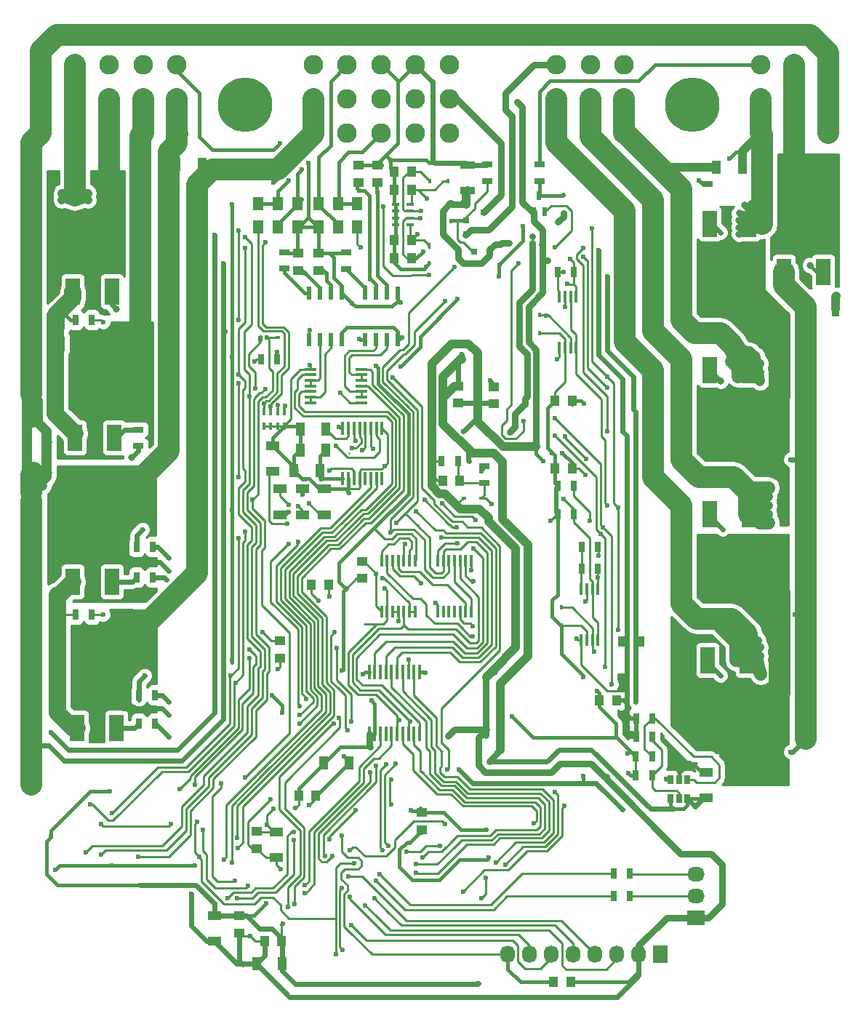
<source format=gbr>
G04 #@! TF.FileFunction,Copper,L2,Bot,Signal*
%FSLAX46Y46*%
G04 Gerber Fmt 4.6, Leading zero omitted, Abs format (unit mm)*
G04 Created by KiCad (PCBNEW 4.0.5-e0-6337~49~ubuntu16.04.1) date Sun Jan 22 10:16:39 2017*
%MOMM*%
%LPD*%
G01*
G04 APERTURE LIST*
%ADD10C,0.050000*%
%ADD11R,0.450000X1.750000*%
%ADD12C,6.350000*%
%ADD13C,2.286000*%
%ADD14R,1.000000X1.250000*%
%ADD15R,1.000000X1.600000*%
%ADD16R,1.250000X1.000000*%
%ADD17R,1.600000X1.000000*%
%ADD18R,0.450000X0.590000*%
%ADD19R,0.590000X0.450000*%
%ADD20R,1.300000X1.500000*%
%ADD21R,1.727200X2.032000*%
%ADD22O,1.727200X2.032000*%
%ADD23R,2.032000X1.727200*%
%ADD24O,2.032000X1.727200*%
%ADD25R,1.651000X3.048000*%
%ADD26R,6.096000X6.096000*%
%ADD27R,0.599440X1.000760*%
%ADD28R,1.300000X0.700000*%
%ADD29R,0.700000X1.300000*%
%ADD30R,0.900000X1.700000*%
%ADD31R,0.450000X1.450000*%
%ADD32R,0.650000X1.060000*%
%ADD33R,0.450000X1.500000*%
%ADD34R,0.600000X1.550000*%
%ADD35R,1.450000X0.450000*%
%ADD36R,1.700000X0.900000*%
%ADD37R,0.800100X0.800100*%
%ADD38R,0.900000X0.400000*%
%ADD39R,0.400000X0.900000*%
%ADD40C,0.600000*%
%ADD41C,0.800000*%
%ADD42C,0.250000*%
%ADD43C,0.400000*%
%ADD44C,0.600000*%
%ADD45C,0.800000*%
%ADD46C,1.000000*%
%ADD47C,1.200000*%
%ADD48C,2.500000*%
%ADD49C,1.500000*%
%ADD50C,2.000000*%
%ADD51C,0.254000*%
G04 APERTURE END LIST*
D10*
D11*
X119871300Y-113659100D03*
X120521300Y-113659100D03*
X121171300Y-113659100D03*
X121821300Y-113659100D03*
X122471300Y-113659100D03*
X123121300Y-113659100D03*
X123771300Y-113659100D03*
X124421300Y-113659100D03*
X125071300Y-113659100D03*
X125721300Y-113659100D03*
X125721300Y-120859100D03*
X125071300Y-120859100D03*
X124421300Y-120859100D03*
X123771300Y-120859100D03*
X123121300Y-120859100D03*
X122471300Y-120859100D03*
X121821300Y-120859100D03*
X121171300Y-120859100D03*
X120521300Y-120859100D03*
X119871300Y-120859100D03*
D12*
X157480000Y-47625000D03*
X105410000Y-47625000D03*
D13*
X149555200Y-42926000D03*
X149555200Y-46913800D03*
X149555200Y-50901600D03*
X145592800Y-42926000D03*
X141630400Y-42926000D03*
X141630400Y-46913800D03*
X145592800Y-46913800D03*
X141630400Y-50901600D03*
X145592800Y-50901600D03*
X165404800Y-50901600D03*
X169367200Y-50901600D03*
X173329600Y-50901600D03*
X165404800Y-46913800D03*
X169367200Y-46913800D03*
X173329600Y-46913800D03*
X165404800Y-42926000D03*
X169367200Y-42926000D03*
X173329600Y-42926000D03*
X97485200Y-42926000D03*
X93522800Y-42926000D03*
X89560400Y-42926000D03*
X85598000Y-42926000D03*
X81635600Y-42926000D03*
X97485200Y-46913800D03*
X93522800Y-46913800D03*
X89560400Y-46913800D03*
X85598000Y-46913800D03*
X81635600Y-46913800D03*
X97485200Y-50901600D03*
X93522800Y-50901600D03*
X89560400Y-50901600D03*
X85598000Y-50901600D03*
X81635600Y-50901600D03*
X113334800Y-42926000D03*
X117297200Y-42926000D03*
X121259600Y-42926000D03*
X125222000Y-42926000D03*
X129184400Y-42926000D03*
X113334800Y-46913800D03*
X117297200Y-46913800D03*
X121259600Y-46913800D03*
X125222000Y-46913800D03*
X129184400Y-46913800D03*
X113334800Y-50901600D03*
X117297200Y-50901600D03*
X121259600Y-50901600D03*
X125222000Y-50901600D03*
X129184400Y-50901600D03*
D14*
X141494000Y-89916000D03*
X143494000Y-89916000D03*
X141494000Y-82042000D03*
X143494000Y-82042000D03*
D15*
X163298000Y-54864000D03*
X160298000Y-54864000D03*
D14*
X149380700Y-110121700D03*
X151380700Y-110121700D03*
D15*
X89825700Y-54483000D03*
X92825700Y-54483000D03*
D16*
X109474000Y-109998000D03*
X109474000Y-111998000D03*
D15*
X97407600Y-54559200D03*
X100407600Y-54559200D03*
D17*
X159118300Y-128296800D03*
X159118300Y-125296800D03*
D16*
X134391400Y-80419700D03*
X134391400Y-82419700D03*
D14*
X148650200Y-116941600D03*
X146650200Y-116941600D03*
D16*
X130225800Y-80356200D03*
X130225800Y-82356200D03*
X125958600Y-130013200D03*
X125958600Y-132013200D03*
D14*
X109673900Y-144957800D03*
X107673900Y-144957800D03*
D15*
X109729400Y-147624800D03*
X106729400Y-147624800D03*
D16*
X106807000Y-132223000D03*
X106807000Y-134223000D03*
D17*
X109042200Y-132243700D03*
X109042200Y-135243700D03*
D16*
X104724200Y-142014700D03*
X104724200Y-144014700D03*
D17*
X101815900Y-142010000D03*
X101815900Y-145010000D03*
D14*
X111649000Y-128054100D03*
X113649000Y-128054100D03*
D15*
X114539900Y-124269500D03*
X117539900Y-124269500D03*
D14*
X115134900Y-103492300D03*
X113134900Y-103492300D03*
X141341600Y-149720300D03*
X143341600Y-149720300D03*
X130413000Y-91338400D03*
X128413000Y-91338400D03*
X124799600Y-57480200D03*
X122799600Y-57480200D03*
X124774200Y-55372000D03*
X122774200Y-55372000D03*
X124799600Y-63347600D03*
X122799600Y-63347600D03*
X124799600Y-65506600D03*
X122799600Y-65506600D03*
D16*
X119037100Y-102765100D03*
X119037100Y-100765100D03*
D17*
X112064800Y-92327600D03*
X112064800Y-95327600D03*
X109499400Y-92327600D03*
X109499400Y-95327600D03*
X114655600Y-92327600D03*
X114655600Y-95327600D03*
X108635800Y-87298400D03*
X108635800Y-90298400D03*
D15*
X114123600Y-90195400D03*
X111123600Y-90195400D03*
D16*
X113995200Y-66913000D03*
X113995200Y-64913000D03*
X120827800Y-56626000D03*
X120827800Y-54626000D03*
X111633000Y-66913000D03*
X111633000Y-64913000D03*
X118643400Y-56626000D03*
X118643400Y-54626000D03*
D15*
X111834800Y-85369400D03*
X114834800Y-85369400D03*
X114834800Y-87782400D03*
X111834800Y-87782400D03*
D18*
X139700000Y-74207000D03*
X139700000Y-72097000D03*
X142240000Y-108243000D03*
X142240000Y-106133000D03*
D19*
X107149000Y-74676000D03*
X109259000Y-74676000D03*
X132969900Y-93408500D03*
X130859900Y-93408500D03*
D18*
X142468600Y-60237000D03*
X142468600Y-58127000D03*
X129006600Y-56477800D03*
X129006600Y-54367800D03*
X126898400Y-56477800D03*
X126898400Y-54367800D03*
X126873000Y-63969000D03*
X126873000Y-66079000D03*
D20*
X106934000Y-61802000D03*
X106934000Y-59102000D03*
X109220000Y-61802000D03*
X109220000Y-59102000D03*
X111506000Y-59102000D03*
X111506000Y-61802000D03*
X118491000Y-61802000D03*
X118491000Y-59102000D03*
X116230400Y-61802000D03*
X116230400Y-59102000D03*
X113995200Y-59102000D03*
X113995200Y-61802000D03*
D21*
X153784300Y-146519900D03*
D22*
X151244300Y-146519900D03*
X148704300Y-146519900D03*
X146164300Y-146519900D03*
X143624300Y-146519900D03*
X141084300Y-146519900D03*
X138544300Y-146519900D03*
X136004300Y-146519900D03*
D23*
X157924500Y-142227300D03*
D24*
X157924500Y-139687300D03*
X157924500Y-137147300D03*
D25*
X172720000Y-67056000D03*
D26*
X170434000Y-60706000D03*
D25*
X168148000Y-67056000D03*
X159512000Y-78486000D03*
D26*
X161798000Y-84836000D03*
D25*
X164084000Y-78486000D03*
X159512000Y-61468000D03*
D26*
X161798000Y-67818000D03*
D25*
X164084000Y-61468000D03*
X159258000Y-112268000D03*
D26*
X161544000Y-118618000D03*
D25*
X163830000Y-112268000D03*
X159512000Y-95250000D03*
D26*
X161798000Y-101600000D03*
D25*
X164084000Y-95250000D03*
X90170000Y-86360000D03*
D26*
X87884000Y-80010000D03*
D25*
X85598000Y-86360000D03*
X90424000Y-120142000D03*
D26*
X88138000Y-113792000D03*
D25*
X85852000Y-120142000D03*
D27*
X138998960Y-60093860D03*
X140299440Y-60093860D03*
X139649200Y-58193940D03*
D28*
X133642100Y-56461700D03*
X133642100Y-54561700D03*
X159258000Y-56830000D03*
X159258000Y-54930000D03*
D29*
X143698000Y-67056000D03*
X141798000Y-67056000D03*
X146492000Y-101600000D03*
X144592000Y-101600000D03*
X146492000Y-99060000D03*
X144592000Y-99060000D03*
X87564000Y-72644000D03*
X85664000Y-72644000D03*
X109154000Y-77216000D03*
X107254000Y-77216000D03*
D30*
X84000000Y-75438000D03*
X81100000Y-75438000D03*
X84000000Y-72898000D03*
X81100000Y-72898000D03*
D29*
X87564000Y-106934000D03*
X85664000Y-106934000D03*
D30*
X83492000Y-106934000D03*
X80592000Y-106934000D03*
X83492000Y-109728000D03*
X80592000Y-109728000D03*
D29*
X150903900Y-123507500D03*
X152803900Y-123507500D03*
X152842000Y-119037100D03*
X150942000Y-119037100D03*
X150903900Y-125679200D03*
X152803900Y-125679200D03*
X152842000Y-121145300D03*
X150942000Y-121145300D03*
X150238500Y-137134600D03*
X148338500Y-137134600D03*
X148338500Y-139725400D03*
X150238500Y-139725400D03*
D28*
X133273800Y-89702600D03*
X133273800Y-91602600D03*
D29*
X130185200Y-89065100D03*
X128285200Y-89065100D03*
D28*
X109956600Y-66659800D03*
X109956600Y-64759800D03*
D31*
X143977000Y-75848000D03*
X143327000Y-75848000D03*
X142677000Y-75848000D03*
X142027000Y-75848000D03*
X142027000Y-69948000D03*
X142677000Y-69948000D03*
X143327000Y-69948000D03*
X143977000Y-69948000D03*
X146517000Y-109884000D03*
X145867000Y-109884000D03*
X145217000Y-109884000D03*
X144567000Y-109884000D03*
X144567000Y-103984000D03*
X145217000Y-103984000D03*
X145867000Y-103984000D03*
X146517000Y-103984000D03*
D32*
X154980600Y-126141300D03*
X155930600Y-126141300D03*
X156880600Y-126141300D03*
X156880600Y-128341300D03*
X154980600Y-128341300D03*
X155930600Y-128341300D03*
D31*
X127844000Y-100707400D03*
X128494000Y-100707400D03*
X129144000Y-100707400D03*
X129794000Y-100707400D03*
X130444000Y-100707400D03*
X131094000Y-100707400D03*
X131744000Y-100707400D03*
X131744000Y-106607400D03*
X131094000Y-106607400D03*
X130444000Y-106607400D03*
X129794000Y-106607400D03*
X129144000Y-106607400D03*
X128494000Y-106607400D03*
X127844000Y-106607400D03*
X125190800Y-106582000D03*
X124540800Y-106582000D03*
X123890800Y-106582000D03*
X123240800Y-106582000D03*
X122590800Y-106582000D03*
X121940800Y-106582000D03*
X121290800Y-106582000D03*
X121290800Y-100682000D03*
X121940800Y-100682000D03*
X122590800Y-100682000D03*
X123240800Y-100682000D03*
X123890800Y-100682000D03*
X124540800Y-100682000D03*
X125190800Y-100682000D03*
D33*
X116800200Y-85264200D03*
X117450200Y-85264200D03*
X118100200Y-85264200D03*
X118750200Y-85264200D03*
X119400200Y-85264200D03*
X120050200Y-85264200D03*
X120700200Y-85264200D03*
X121350200Y-85264200D03*
X121350200Y-91164200D03*
X120700200Y-91164200D03*
X120050200Y-91164200D03*
X119400200Y-91164200D03*
X118750200Y-91164200D03*
X118100200Y-91164200D03*
X117450200Y-91164200D03*
X116800200Y-91164200D03*
D34*
X112877600Y-69512200D03*
X114147600Y-69512200D03*
X115417600Y-69512200D03*
X116687600Y-69512200D03*
X116687600Y-74912200D03*
X115417600Y-74912200D03*
X114147600Y-74912200D03*
X112877600Y-74912200D03*
X119354600Y-69512200D03*
X120624600Y-69512200D03*
X121894600Y-69512200D03*
X123164600Y-69512200D03*
X123164600Y-74912200D03*
X121894600Y-74912200D03*
X120624600Y-74912200D03*
X119354600Y-74912200D03*
D35*
X113026400Y-82290200D03*
X113026400Y-81640200D03*
X113026400Y-80990200D03*
X113026400Y-80340200D03*
X113026400Y-79690200D03*
X113026400Y-79040200D03*
X113026400Y-78390200D03*
X118926400Y-78390200D03*
X118926400Y-79040200D03*
X118926400Y-79690200D03*
X118926400Y-80340200D03*
X118926400Y-80990200D03*
X118926400Y-81640200D03*
X118926400Y-82290200D03*
D30*
X171270000Y-71374000D03*
X174170000Y-71374000D03*
D36*
X131305300Y-57558600D03*
X131305300Y-54658600D03*
D30*
X169852000Y-82042000D03*
X166952000Y-82042000D03*
X169852000Y-116078000D03*
X166952000Y-116078000D03*
D18*
X129374900Y-59066800D03*
X129374900Y-61176800D03*
D37*
X132115600Y-64703960D03*
X130215600Y-64703960D03*
X131165600Y-62704980D03*
X131155440Y-61109900D03*
X131155440Y-59209900D03*
X133154420Y-60159900D03*
D25*
X89916000Y-69342000D03*
D26*
X87630000Y-62992000D03*
D25*
X85344000Y-69342000D03*
X89916000Y-103124000D03*
D26*
X87630000Y-96774000D03*
D25*
X85344000Y-103124000D03*
D30*
X169852000Y-85344000D03*
X166952000Y-85344000D03*
X169852000Y-119634000D03*
X166952000Y-119634000D03*
D28*
X139661900Y-54561700D03*
X139661900Y-56461700D03*
D38*
X124598800Y-59975800D03*
X124598800Y-60775800D03*
X124598800Y-59175800D03*
X124598800Y-61575800D03*
X122898800Y-59175800D03*
X122898800Y-59975800D03*
X122898800Y-60775800D03*
X122898800Y-61575800D03*
D39*
X109188200Y-85051000D03*
X108388200Y-85051000D03*
X109988200Y-85051000D03*
X107588200Y-85051000D03*
X109988200Y-83351000D03*
X109188200Y-83351000D03*
X108388200Y-83351000D03*
X107588200Y-83351000D03*
D28*
X117144800Y-66710600D03*
X117144800Y-64810600D03*
X92964000Y-85410000D03*
X92964000Y-87310000D03*
D29*
X93030000Y-116332000D03*
X94930000Y-116332000D03*
X93030000Y-119634000D03*
X94930000Y-119634000D03*
X94676000Y-99060000D03*
X92776000Y-99060000D03*
X94676000Y-102616000D03*
X92776000Y-102616000D03*
X141798000Y-91948000D03*
X143698000Y-91948000D03*
X141798000Y-95250000D03*
X143698000Y-95250000D03*
D40*
X120675400Y-78028800D03*
X108712000Y-129527300D03*
X111264700Y-129501900D03*
X141173200Y-88125300D03*
X107950000Y-131394200D03*
X144767300Y-125717300D03*
X144780000Y-114261900D03*
X149377400Y-129654300D03*
X109778800Y-142925800D03*
X107861100Y-140576300D03*
X132588000Y-149923500D03*
X116713000Y-113512600D03*
X133527800Y-132003800D03*
X124739400Y-129743200D03*
X130289300Y-125006100D03*
X119951500Y-122351800D03*
X120142000Y-116954300D03*
X119113300Y-113931700D03*
X127571500Y-105575100D03*
X117246400Y-103873300D03*
X106629200Y-80645000D03*
X116509800Y-81153000D03*
X89662000Y-127508000D03*
X93218000Y-138430000D03*
X82804000Y-132842000D03*
X107188000Y-74930000D03*
X140970000Y-96012000D03*
X144907000Y-82397600D03*
X142367000Y-88125300D03*
X140119100Y-89077800D03*
X108381800Y-128422400D03*
X112864900Y-129146300D03*
X105994200Y-144386300D03*
X147459700Y-125857000D03*
X109550200Y-136601200D03*
X116890800Y-123469400D03*
X99123500Y-139446000D03*
X133807200Y-135267700D03*
X113134900Y-103492300D03*
X113982500Y-105333800D03*
X124561600Y-133502400D03*
X140665200Y-65735200D03*
X134353300Y-113538000D03*
X128993900Y-121107200D03*
X133502400Y-120319800D03*
X126415800Y-113753900D03*
X131724400Y-101828600D03*
X120688100Y-102196900D03*
X132486400Y-81851500D03*
X130822700Y-85648800D03*
X137096500Y-47269400D03*
X126517400Y-66484500D03*
X122377200Y-54000400D03*
X117551200Y-92786200D03*
X121666000Y-89687400D03*
X112433100Y-91173300D03*
X112953800Y-77927200D03*
X123494800Y-70662800D03*
X117881400Y-70688200D03*
X99568000Y-136144000D03*
X83312000Y-136652000D03*
X89916000Y-136144000D03*
X145034000Y-90678000D03*
X112776000Y-54356000D03*
X136220200Y-85737700D03*
X132892800Y-90309700D03*
X136105900Y-63728600D03*
X138849100Y-62890400D03*
X138861800Y-63703200D03*
X137858500Y-82588100D03*
X137985500Y-81838800D03*
X135305800Y-63728600D03*
X141859000Y-61264800D03*
X155181300Y-122770900D03*
X157683200Y-124383800D03*
X103149400Y-74041000D03*
X109143800Y-76377800D03*
X109220000Y-113284000D03*
X81280000Y-126746000D03*
X81280000Y-122174000D03*
X81026000Y-92710000D03*
X102870000Y-113538000D03*
X102870000Y-117348000D03*
X102870000Y-100584000D03*
X102870000Y-96520000D03*
X102870000Y-66056000D03*
X102870000Y-83566000D03*
D41*
X82550000Y-86868000D03*
X82550000Y-90424000D03*
X80010000Y-70612000D03*
D40*
X141732000Y-77216000D03*
X146558000Y-100076000D03*
X144018000Y-109728000D03*
X146558000Y-64516000D03*
X149860000Y-107950000D03*
X149860000Y-114300000D03*
X149860000Y-97028000D03*
X149860000Y-103632000D03*
X149860000Y-120650000D03*
X149352000Y-80518000D03*
X146550000Y-68588000D03*
X146558000Y-73914000D03*
X149352000Y-85598000D03*
D41*
X174244000Y-69850000D03*
D40*
X150888700Y-104279700D03*
X146507200Y-102666800D03*
X142925800Y-68402200D03*
X147574000Y-67564000D03*
X143256000Y-65532000D03*
X150876000Y-106172000D03*
X169418000Y-106934000D03*
X150876000Y-99822000D03*
X150876000Y-117094000D03*
X168910000Y-122936000D03*
X147574000Y-72136000D03*
X169672000Y-72644000D03*
X150876000Y-83312000D03*
X168910000Y-88900000D03*
D41*
X163322000Y-75946000D03*
X165354000Y-78740000D03*
X162052000Y-77470000D03*
X162814000Y-78232000D03*
X162814000Y-79248000D03*
X164084000Y-76454000D03*
X162560000Y-75184000D03*
X164846000Y-76962000D03*
X165354000Y-77724000D03*
X165354000Y-79756000D03*
X165620700Y-59880500D03*
X165608000Y-61468000D03*
X165608000Y-60769500D03*
X165163500Y-59156600D03*
X164338000Y-59143900D03*
X163563300Y-59270900D03*
X162953700Y-60261500D03*
X162941000Y-61048900D03*
X162915600Y-61887100D03*
X162941000Y-62636400D03*
D40*
X161798000Y-53848000D03*
D41*
X161798000Y-109474000D03*
X162560000Y-110236000D03*
X162560000Y-111252000D03*
X162560000Y-112268000D03*
X164338000Y-109474000D03*
X165100000Y-109982000D03*
X165354000Y-110744000D03*
X165354000Y-111760000D03*
X165354000Y-112776000D03*
X165354000Y-113792000D03*
X166370000Y-96266000D03*
X166370000Y-95250000D03*
X166370000Y-94234000D03*
X166370000Y-93218000D03*
X166370000Y-92202000D03*
X165354000Y-92202000D03*
X165354000Y-93218000D03*
X165354000Y-96266000D03*
X165354000Y-95250000D03*
X165354000Y-94234000D03*
D40*
X107442000Y-108966000D03*
X82804000Y-120650000D03*
X101854000Y-109728000D03*
X101854000Y-118348000D03*
X101854000Y-102108000D03*
X101854000Y-74930000D03*
X101854000Y-67056000D03*
X101854000Y-62738000D03*
X101854000Y-84582000D03*
X101854000Y-80264000D03*
X101854000Y-92964000D03*
D41*
X89916000Y-75946000D03*
X91694000Y-77470000D03*
X89154000Y-79756000D03*
X89154000Y-78740000D03*
X89154000Y-77724000D03*
X89154000Y-76708000D03*
X91694000Y-76454000D03*
X90678000Y-76200000D03*
X91694000Y-79248000D03*
X91694000Y-78232000D03*
D40*
X104648000Y-90932000D03*
X104648000Y-80010000D03*
D41*
X88392000Y-62992000D03*
X88392000Y-62230000D03*
X88392000Y-61468000D03*
X88392000Y-60706000D03*
X88392000Y-59944000D03*
X89154000Y-59944000D03*
X89154000Y-60706000D03*
X89154000Y-61468000D03*
X89154000Y-62230000D03*
X89154000Y-62992000D03*
D40*
X104648000Y-72644000D03*
X104648000Y-62230000D03*
X108712000Y-56642000D03*
X96520000Y-118618000D03*
D41*
X88646000Y-113538000D03*
X88646000Y-112268000D03*
X88646000Y-111252000D03*
X88900000Y-110236000D03*
X89916000Y-109982000D03*
X90932000Y-109982000D03*
X91440000Y-110744000D03*
X91440000Y-111506000D03*
X91440000Y-112522000D03*
X91440000Y-113538000D03*
D40*
X96520000Y-101854000D03*
D41*
X88900000Y-96774000D03*
X88900000Y-95758000D03*
X88900000Y-94742000D03*
X88900000Y-93726000D03*
X89662000Y-93218000D03*
X90678000Y-93218000D03*
X91440000Y-93472000D03*
X91440000Y-94488000D03*
X91440000Y-95504000D03*
X91440000Y-96520000D03*
D40*
X123507500Y-78092300D03*
X130162300Y-70243700D03*
X134988300Y-67589400D03*
X115239800Y-104876600D03*
X133858000Y-124053600D03*
X157797500Y-129286000D03*
X131495800Y-89103200D03*
X130670300Y-77254100D03*
X130632200Y-76644500D03*
X137731500Y-61747400D03*
X114274600Y-91211400D03*
X112953800Y-73837800D03*
X118745000Y-74828400D03*
X133972300Y-79679800D03*
X146367500Y-115811300D03*
X136461500Y-118795800D03*
X149936200Y-123113800D03*
X150037800Y-125437900D03*
X109766100Y-118402100D03*
X108585000Y-116332000D03*
X148844000Y-108712000D03*
X103886000Y-112268000D03*
X103886000Y-94742000D03*
X103886000Y-59182000D03*
X103886000Y-76962000D03*
X145796000Y-61976000D03*
X147574000Y-79248000D03*
X148844000Y-94488000D03*
X116636800Y-132676900D03*
X134112000Y-94081600D03*
X102590600Y-126580900D03*
X104216200Y-137960100D03*
X130073400Y-96799400D03*
X126314200Y-93599000D03*
X131991100Y-99237800D03*
X124028200Y-98742500D03*
X126619000Y-58547000D03*
X125310900Y-94907100D03*
X125882400Y-59969400D03*
X128727200Y-70485000D03*
X123063000Y-96329500D03*
X125501400Y-62699900D03*
X128308100Y-98005900D03*
X125895100Y-103276400D03*
X126149100Y-64693800D03*
X125857000Y-60833000D03*
X121437400Y-102704900D03*
X123253500Y-107759500D03*
X112064800Y-93014800D03*
X111607600Y-94361000D03*
X110490000Y-94132400D03*
X110490000Y-94996000D03*
X112826800Y-94005400D03*
X110363000Y-96393000D03*
X108381800Y-82778600D03*
X107823000Y-63601600D03*
X107594400Y-82397600D03*
X116306600Y-85090000D03*
X118287800Y-86715600D03*
X117881400Y-87604600D03*
X119049800Y-87807800D03*
X114909600Y-67284600D03*
X120802400Y-57734200D03*
X112471200Y-67259200D03*
X118745000Y-57581800D03*
X120319800Y-87655400D03*
X116001800Y-87299800D03*
X110032800Y-82626200D03*
X115265200Y-90170000D03*
X109194600Y-82600800D03*
X118846600Y-64211200D03*
D41*
X171196000Y-66294000D03*
D40*
X140462000Y-72136000D03*
X128689100Y-131381500D03*
X117563900Y-134404100D03*
X146050000Y-111252000D03*
X105435400Y-125920500D03*
X106299000Y-93573600D03*
X107950000Y-74676000D03*
X99568000Y-126746000D03*
X105918000Y-110998000D03*
X124193300Y-134531100D03*
X128117600Y-133845300D03*
X109474000Y-52070000D03*
X110490000Y-56388000D03*
X112014000Y-55118000D03*
X119354600Y-140792200D03*
X117462300Y-137414000D03*
X120484900Y-140017500D03*
X117741700Y-143129000D03*
X117589300Y-139814300D03*
X132232400Y-95935800D03*
X128320800Y-94005400D03*
X131953000Y-108280200D03*
X124460000Y-112242600D03*
X126847600Y-67437000D03*
X121513600Y-59461400D03*
D41*
X160782000Y-79756000D03*
D40*
X167894000Y-74930000D03*
X160782000Y-62484000D03*
X160782000Y-114046000D03*
X161036000Y-97028000D03*
X93726000Y-114046000D03*
X93472000Y-97028000D03*
X137820400Y-84429600D03*
X118313200Y-129755900D03*
X115252500Y-133108700D03*
X141465300Y-64211200D03*
X137210800Y-66103500D03*
X123672600Y-74701400D03*
X122605800Y-79387700D03*
X128981200Y-125018800D03*
X97790000Y-127254000D03*
X105918000Y-112014000D03*
X96520000Y-117094000D03*
X96520000Y-100330000D03*
X120624600Y-137909300D03*
X121107200Y-137223500D03*
X129794000Y-66497200D03*
X122364500Y-97370900D03*
X107772200Y-80670400D03*
X92964000Y-135128000D03*
X135699500Y-136055100D03*
X141490700Y-127635000D03*
X116001800Y-146519900D03*
X118071900Y-135928100D03*
X99822000Y-131064000D03*
X100076000Y-135128000D03*
X100533200Y-131978400D03*
X105765600Y-138544300D03*
X88646000Y-131318000D03*
X96774000Y-131318000D03*
X111074200Y-133197600D03*
X104508300Y-139979400D03*
X86868000Y-134620000D03*
X105410000Y-64262000D03*
X104648000Y-78994000D03*
X103352600Y-140004800D03*
X111112300Y-132308600D03*
X88646000Y-134874000D03*
X105410000Y-62992000D03*
X105918000Y-81534000D03*
X103720900Y-114109500D03*
X89916000Y-130048000D03*
X104648000Y-98044000D03*
X104279700Y-114884200D03*
X87376000Y-129032000D03*
X105410000Y-97282000D03*
X147574000Y-94234000D03*
X145542000Y-96012000D03*
X142659100Y-86194900D03*
X145122900Y-88811100D03*
X142494000Y-93472000D03*
X147574000Y-85598000D03*
X144780000Y-64262000D03*
X147574000Y-80518000D03*
X144780000Y-65278000D03*
X141478000Y-86106000D03*
X147320000Y-113030000D03*
X146812000Y-97536000D03*
X141478000Y-84074000D03*
X148082000Y-115062000D03*
X147066000Y-96774000D03*
X122440700Y-126212600D03*
X122389900Y-129070100D03*
X133464300Y-137642600D03*
X132969000Y-139966700D03*
X131902200Y-109486700D03*
X104508300Y-132969000D03*
X104571800Y-134150100D03*
X102920800Y-135458200D03*
X103860600Y-135813800D03*
X112318800Y-138493500D03*
X112382300Y-139382500D03*
X110388400Y-140995400D03*
X111785400Y-119621300D03*
X115735100Y-119684800D03*
X116370100Y-118948200D03*
X111137700Y-140677900D03*
X111772700Y-118681500D03*
X130797300Y-139192000D03*
X139052300Y-131292600D03*
X142570200Y-129222500D03*
X126060200Y-135255000D03*
X120688100Y-124599700D03*
X117741700Y-119418100D03*
X114693700Y-135039100D03*
X116103400Y-110845600D03*
X119989600Y-125298200D03*
X117341650Y-120415050D03*
X115785900Y-109016800D03*
X115608100Y-135039100D03*
X125336300Y-136029700D03*
X125272800Y-137033000D03*
X134632700Y-135788400D03*
X116751100Y-145973800D03*
X116674900Y-138772900D03*
X121831100Y-124396500D03*
X121437400Y-134416800D03*
X111785400Y-117589300D03*
X110515400Y-98704400D03*
X122948700Y-124333000D03*
X122085100Y-133858000D03*
X112560100Y-116801900D03*
X111594900Y-98513900D03*
X124650500Y-119380000D03*
X123355100Y-119240300D03*
X132003800Y-103073200D03*
X121678700Y-103873300D03*
X96266000Y-102870000D03*
D41*
X84074000Y-58674000D03*
X85598000Y-57912000D03*
X84074000Y-57912000D03*
X84836000Y-58674000D03*
X84836000Y-57912000D03*
X85598000Y-58674000D03*
X86360000Y-58674000D03*
X86360000Y-57912000D03*
X87122000Y-58674000D03*
X87122000Y-57912000D03*
D40*
X170942000Y-54102000D03*
X158242000Y-56388000D03*
X154406600Y-126123700D03*
X130098800Y-98628200D03*
X168148000Y-109220000D03*
D41*
X90424000Y-71374000D03*
D40*
X142494000Y-67056000D03*
X142633700Y-71120000D03*
X145034000Y-105410000D03*
X106476800Y-77495400D03*
D41*
X92202000Y-88646000D03*
D40*
X88900000Y-72898000D03*
X96520000Y-121158000D03*
X88900000Y-106934000D03*
D42*
X117551200Y-88138000D02*
X117551200Y-88138000D01*
D43*
X141798000Y-96840000D02*
X141798000Y-104620100D01*
X141798000Y-104620100D02*
X141782800Y-104635300D01*
X144780000Y-114261900D02*
X144780000Y-114046000D01*
X142240000Y-111506000D02*
X142240000Y-108280200D01*
X144780000Y-114046000D02*
X142240000Y-111506000D01*
X142240000Y-108280200D02*
X141173200Y-107213400D01*
X141173200Y-107213400D02*
X141173200Y-105244900D01*
X141173200Y-105244900D02*
X141782800Y-104635300D01*
X141798000Y-96840000D02*
X141798000Y-95250000D01*
X141798000Y-91948000D02*
X141798000Y-92009000D01*
X141798000Y-92009000D02*
X141554200Y-92252800D01*
X141554200Y-92252800D02*
X141554200Y-95006200D01*
X141554200Y-95006200D02*
X141798000Y-95250000D01*
X141494000Y-89916000D02*
X141494000Y-91644000D01*
X141494000Y-91644000D02*
X141798000Y-91948000D01*
X141494000Y-89916000D02*
X141494000Y-88446100D01*
X141494000Y-88446100D02*
X140639800Y-87591900D01*
X140639800Y-82896200D02*
X141494000Y-82042000D01*
X140639800Y-87591900D02*
X140639800Y-82896200D01*
X120906932Y-80108668D02*
X120906932Y-78260332D01*
X121361200Y-80562936D02*
X120906932Y-80108668D01*
X120906932Y-78260332D02*
X120675400Y-78028800D01*
D42*
X107950000Y-130289300D02*
X107950000Y-131394200D01*
X108712000Y-129527300D02*
X107950000Y-130289300D01*
X111649000Y-129117600D02*
X111649000Y-128054100D01*
X111264700Y-129501900D02*
X111649000Y-129117600D01*
X141494000Y-82042000D02*
X141494000Y-81010000D01*
X141494000Y-81010000D02*
X142677000Y-79827000D01*
X142677000Y-79827000D02*
X142677000Y-75848000D01*
X109673900Y-144957800D02*
X109673900Y-143030700D01*
X109673900Y-143030700D02*
X109778800Y-142925800D01*
X109729400Y-147624800D02*
X109729400Y-148464400D01*
X141494000Y-91644000D02*
X141798000Y-91948000D01*
X141173200Y-88125300D02*
X141494000Y-88446100D01*
X109042200Y-132243700D02*
X106827700Y-132243700D01*
X106827700Y-132243700D02*
X106807000Y-132223000D01*
X107950000Y-131394200D02*
X108799500Y-132243700D01*
X108799500Y-132243700D02*
X109042200Y-132243700D01*
D43*
X144780000Y-125730000D02*
X144780000Y-126599950D01*
X144767300Y-125717300D02*
X144780000Y-125730000D01*
X144780000Y-126599950D02*
X144780000Y-126517400D01*
X144780000Y-126517400D02*
X144780000Y-126599950D01*
D42*
X144780000Y-114261900D02*
X144754600Y-114236500D01*
D44*
X147015200Y-127330200D02*
X146284950Y-126599950D01*
X146284950Y-126599950D02*
X144780000Y-126599950D01*
X147053300Y-127330200D02*
X149377400Y-129654300D01*
X147015200Y-127330200D02*
X147053300Y-127330200D01*
X144437100Y-126593600D02*
X141376400Y-126593600D01*
X144780000Y-126599950D02*
X144443450Y-126599950D01*
X144443450Y-126599950D02*
X144437100Y-126593600D01*
D43*
X133527800Y-132003800D02*
X130517900Y-132003800D01*
X130517900Y-132003800D02*
X128527300Y-130013200D01*
X128527300Y-130013200D02*
X125958600Y-130013200D01*
D42*
X128527300Y-130013200D02*
X125958600Y-130013200D01*
X130517900Y-132003800D02*
X128527300Y-130013200D01*
D43*
X109673900Y-143030700D02*
X109778800Y-142925800D01*
X104724200Y-142014700D02*
X106422700Y-142014700D01*
X106422700Y-142014700D02*
X107861100Y-140576300D01*
D44*
X101815900Y-142010000D02*
X101815900Y-140601700D01*
X99644200Y-138430000D02*
X93218000Y-138430000D01*
X101815900Y-140601700D02*
X99644200Y-138430000D01*
X104724200Y-142014700D02*
X105578400Y-142014700D01*
X108559600Y-143510000D02*
X109673900Y-144624300D01*
X107073700Y-143510000D02*
X108559600Y-143510000D01*
X105578400Y-142014700D02*
X107073700Y-143510000D01*
X109673900Y-144624300D02*
X109673900Y-144957800D01*
X101815900Y-142010000D02*
X104719500Y-142010000D01*
X104719500Y-142010000D02*
X104724200Y-142014700D01*
X132588000Y-149923500D02*
X132524500Y-149987000D01*
X132524500Y-149987000D02*
X111252000Y-149987000D01*
X111252000Y-149987000D02*
X109729400Y-148464400D01*
X109729400Y-148464400D02*
X109729400Y-145013300D01*
X109729400Y-145013300D02*
X109673900Y-144957800D01*
D43*
X114539900Y-124269500D02*
X114539900Y-124296300D01*
X114539900Y-124296300D02*
X111649000Y-127187200D01*
X111649000Y-128054100D02*
X111649000Y-127187200D01*
X114539900Y-124269500D02*
X114604800Y-124269500D01*
X114604800Y-124269500D02*
X116522500Y-122351800D01*
X117246400Y-103873300D02*
X116840000Y-104279700D01*
X116840000Y-113385600D02*
X116840000Y-104279700D01*
X116840000Y-113385600D02*
X116713000Y-113512600D01*
X125958600Y-130013200D02*
X125958600Y-129667000D01*
X125958600Y-129667000D02*
X125793500Y-129501900D01*
X119951500Y-122351800D02*
X116522500Y-122351800D01*
D42*
X111649000Y-128647700D02*
X111649000Y-128054100D01*
D43*
X125476000Y-129819400D02*
X125793500Y-129501900D01*
X124815600Y-129819400D02*
X125476000Y-129819400D01*
X124739400Y-129743200D02*
X124815600Y-129819400D01*
D44*
X131876800Y-126593600D02*
X141376400Y-126593600D01*
X130289300Y-125006100D02*
X131876800Y-126593600D01*
D45*
X119871300Y-122271600D02*
X119871300Y-120859100D01*
X119951500Y-122351800D02*
X119871300Y-122271600D01*
D43*
X120521300Y-117333600D02*
X120521300Y-120859100D01*
X120142000Y-116954300D02*
X120521300Y-117333600D01*
X119871300Y-113659100D02*
X119385900Y-113659100D01*
X119385900Y-113659100D02*
X119113300Y-113931700D01*
D42*
X120521300Y-120859100D02*
X119871300Y-120859100D01*
X127844000Y-106607400D02*
X127844000Y-105847600D01*
X127844000Y-105847600D02*
X127571500Y-105575100D01*
D43*
X117246400Y-103873300D02*
X117094000Y-103873300D01*
X117094000Y-103873300D02*
X116357400Y-103136700D01*
D42*
X122510550Y-98177350D02*
X121697750Y-98177350D01*
X121697750Y-98177350D02*
X120402350Y-96881950D01*
X119037100Y-102765100D02*
X118354600Y-102765100D01*
X118354600Y-102765100D02*
X117246400Y-103873300D01*
X125323600Y-100643900D02*
X125323600Y-98145600D01*
X123088400Y-97599500D02*
X122510550Y-98177350D01*
X124777500Y-97599500D02*
X123088400Y-97599500D01*
X125323600Y-98145600D02*
X124777500Y-97599500D01*
X119087900Y-102511100D02*
X118608600Y-102511100D01*
X117246400Y-103873300D02*
X117182900Y-103809800D01*
D43*
X124421900Y-92862400D02*
X120402350Y-96881950D01*
X124421900Y-83623636D02*
X124421900Y-92862400D01*
X121361200Y-80562936D02*
X124421900Y-83623636D01*
X120402350Y-96881950D02*
X116357400Y-100926900D01*
X116357400Y-100926900D02*
X116357400Y-103136700D01*
D42*
X142677000Y-75848000D02*
X142677000Y-74859000D01*
X142025000Y-74207000D02*
X139687300Y-74207000D01*
X142677000Y-74859000D02*
X142025000Y-74207000D01*
X107188000Y-75234800D02*
X105816400Y-76606400D01*
X105816400Y-76606400D02*
X105816400Y-77978000D01*
X105816400Y-77978000D02*
X106629200Y-78790800D01*
X106629200Y-78790800D02*
X106629200Y-80645000D01*
X107188000Y-75234800D02*
X107188000Y-74930000D01*
X118926400Y-82290200D02*
X117647000Y-82290200D01*
X117647000Y-82290200D02*
X116509800Y-81153000D01*
D43*
X82804000Y-132080000D02*
X82804000Y-132842000D01*
X87376000Y-127508000D02*
X82804000Y-132080000D01*
X89662000Y-127508000D02*
X87376000Y-127508000D01*
X82804000Y-132842000D02*
X82296000Y-133350000D01*
X82296000Y-133350000D02*
X82296000Y-137160000D01*
X82296000Y-137160000D02*
X82550000Y-137414000D01*
X82550000Y-137414000D02*
X83566000Y-138430000D01*
X83566000Y-138430000D02*
X93218000Y-138430000D01*
D42*
X82550000Y-137414000D02*
X83566000Y-138430000D01*
X107149000Y-74676000D02*
X107149000Y-74461000D01*
X107188000Y-74930000D02*
X107149000Y-74891000D01*
X107149000Y-74891000D02*
X107149000Y-74676000D01*
X141798000Y-95250000D02*
X141798000Y-96840000D01*
X142677000Y-79827000D02*
X142677000Y-75848000D01*
X141494000Y-81010000D02*
X142677000Y-79827000D01*
X142240000Y-108243000D02*
X142240000Y-108204000D01*
X140970000Y-96012000D02*
X141732000Y-95250000D01*
X141732000Y-95250000D02*
X141732000Y-92014000D01*
X141732000Y-92014000D02*
X141798000Y-91948000D01*
X145217000Y-109884000D02*
X145217000Y-108895000D01*
X144565000Y-108243000D02*
X143572600Y-108243000D01*
X145217000Y-108895000D02*
X144565000Y-108243000D01*
X143572600Y-108243000D02*
X142240000Y-108243000D01*
D45*
X147459700Y-125857000D02*
X147243800Y-125857000D01*
X145694400Y-124307600D02*
X142074900Y-124307600D01*
X147243800Y-125857000D02*
X145694400Y-124307600D01*
X159651700Y-134785100D02*
X156146500Y-134785100D01*
X147459700Y-126098300D02*
X147459700Y-125857000D01*
X156146500Y-134785100D02*
X147459700Y-126098300D01*
X157924500Y-142227300D02*
X159359600Y-142227300D01*
X159359600Y-142227300D02*
X160934400Y-140652500D01*
X151244300Y-146519900D02*
X151244300Y-145491200D01*
X151244300Y-145491200D02*
X154508200Y-142227300D01*
X154508200Y-142227300D02*
X157924500Y-142227300D01*
X142074900Y-124307600D02*
X141071600Y-125310900D01*
X141071600Y-125310900D02*
X133350000Y-125310900D01*
X133350000Y-125310900D02*
X132549900Y-124510800D01*
X132549900Y-124510800D02*
X132549900Y-121272300D01*
X132549900Y-121272300D02*
X133502400Y-120319800D01*
X160934400Y-140652500D02*
X160934400Y-136067800D01*
X160934400Y-136067800D02*
X159651700Y-134785100D01*
X151244300Y-145491200D02*
X154508200Y-142227300D01*
D43*
X144551400Y-82042000D02*
X143494000Y-82042000D01*
X144907000Y-82397600D02*
X144551400Y-82042000D01*
X139268200Y-87426800D02*
X139268200Y-88226900D01*
X142367000Y-88125300D02*
X143494000Y-89252300D01*
X139268200Y-88226900D02*
X140119100Y-89077800D01*
X143494000Y-89252300D02*
X143494000Y-89916000D01*
D42*
X143494000Y-82042000D02*
X143494000Y-82375500D01*
X143494000Y-89252300D02*
X143494000Y-89916000D01*
X134391400Y-82419700D02*
X133054600Y-82419700D01*
X133054600Y-82419700D02*
X132486400Y-81851500D01*
X105733850Y-133673850D02*
X106283000Y-134223000D01*
X108369100Y-128435100D02*
X105733850Y-131070350D01*
X105733850Y-131070350D02*
X105733850Y-133673850D01*
X108381800Y-128422400D02*
X108369100Y-128409700D01*
X108369100Y-128409700D02*
X108369100Y-128435100D01*
X106283000Y-134223000D02*
X106807000Y-134223000D01*
X105994200Y-144386300D02*
X105095800Y-144386300D01*
X105095800Y-144386300D02*
X104724200Y-144014700D01*
X113649000Y-128054100D02*
X113649000Y-128362200D01*
X113649000Y-128362200D02*
X112864900Y-129146300D01*
X143494000Y-82042000D02*
X143494000Y-82616800D01*
X134391400Y-82419700D02*
X133842000Y-82419700D01*
X133842000Y-82419700D02*
X133731000Y-82308700D01*
X143494000Y-82042000D02*
X143510000Y-82042000D01*
D46*
X132486400Y-81851500D02*
X132486400Y-84467700D01*
X132486400Y-84467700D02*
X132505450Y-84486750D01*
X135445500Y-87426800D02*
X139268200Y-87426800D01*
X139268200Y-87426800D02*
X139306300Y-87426800D01*
X132505450Y-84486750D02*
X135445500Y-87426800D01*
D42*
X109042200Y-135243700D02*
X107827700Y-135243700D01*
X107827700Y-135243700D02*
X106807000Y-134223000D01*
X109550200Y-136601200D02*
X109042200Y-136093200D01*
X109042200Y-136093200D02*
X109042200Y-135243700D01*
X106565700Y-144957800D02*
X107673900Y-144957800D01*
X105994200Y-144386300D02*
X106565700Y-144957800D01*
D44*
X107673900Y-144957800D02*
X107673900Y-146680300D01*
X107673900Y-146680300D02*
X106729400Y-147624800D01*
X107673900Y-146680300D02*
X106729400Y-147624800D01*
D42*
X107827700Y-135243700D02*
X106807000Y-134223000D01*
X109042200Y-136093200D02*
X109042200Y-135243700D01*
D44*
X132549900Y-124510800D02*
X133350000Y-125310900D01*
X133350000Y-125310900D02*
X141071600Y-125310900D01*
D43*
X117539900Y-124269500D02*
X117539900Y-124118500D01*
X117539900Y-124118500D02*
X116890800Y-123469400D01*
D44*
X101815900Y-145010000D02*
X100941000Y-145010000D01*
X99123500Y-143192500D02*
X99123500Y-139446000D01*
X100941000Y-145010000D02*
X99123500Y-143192500D01*
X104724200Y-144014700D02*
X104724200Y-147294600D01*
X105181400Y-147662900D02*
X105181400Y-147624800D01*
X105143300Y-147624800D02*
X105181400Y-147662900D01*
X105054400Y-147624800D02*
X105143300Y-147624800D01*
X104724200Y-147294600D02*
X105054400Y-147624800D01*
X106729400Y-147624800D02*
X105181400Y-147624800D01*
X105181400Y-147624800D02*
X104430700Y-147624800D01*
X104430700Y-147624800D02*
X101815900Y-145010000D01*
X107673900Y-146680300D02*
X106729400Y-147624800D01*
X151244300Y-146519900D02*
X151244300Y-148983700D01*
X110590200Y-151485600D02*
X106729400Y-147624800D01*
X148742400Y-151485600D02*
X110590200Y-151485600D01*
X151244300Y-148983700D02*
X148742400Y-151485600D01*
D43*
X133223000Y-135470900D02*
X133604000Y-135470900D01*
X124167900Y-133502400D02*
X123380500Y-134289800D01*
X123380500Y-134289800D02*
X123380500Y-136372600D01*
X123380500Y-136372600D02*
X124910850Y-137902950D01*
X124910850Y-137902950D02*
X127984250Y-137902950D01*
X127984250Y-137902950D02*
X130416300Y-135470900D01*
X130416300Y-135470900D02*
X133223000Y-135470900D01*
X124561600Y-133502400D02*
X124167900Y-133502400D01*
X133604000Y-135470900D02*
X133807200Y-135267700D01*
X117792500Y-124016900D02*
X117539900Y-124269500D01*
D42*
X113982500Y-105333800D02*
X113134900Y-104486200D01*
X113134900Y-104486200D02*
X113134900Y-103492300D01*
D43*
X125958600Y-132013200D02*
X125958600Y-132105400D01*
X125958600Y-132105400D02*
X124561600Y-133502400D01*
X125958600Y-132013200D02*
X125958600Y-132372100D01*
X113649000Y-128054100D02*
X113649000Y-128160400D01*
X113649000Y-128160400D02*
X117539900Y-124269500D01*
D42*
X113449100Y-128054100D02*
X113649000Y-128054100D01*
D45*
X140639800Y-65760600D02*
X140042900Y-65760600D01*
X140665200Y-65735200D02*
X140639800Y-65760600D01*
D46*
X134277100Y-113461800D02*
X134277100Y-113436400D01*
X134353300Y-113538000D02*
X134277100Y-113461800D01*
D45*
X133426200Y-114325400D02*
X133426200Y-120992900D01*
D46*
X136918700Y-110197900D02*
X136918700Y-110794800D01*
X136918700Y-110794800D02*
X134277100Y-113436400D01*
X135674100Y-97993200D02*
X136918700Y-99237800D01*
X136918700Y-99237800D02*
X136918700Y-110197900D01*
X133781800Y-96100900D02*
X133781800Y-95732600D01*
X135674100Y-97993200D02*
X133781800Y-96100900D01*
X130467100Y-94653100D02*
X132702300Y-94653100D01*
X132702300Y-94653100D02*
X133781800Y-95732600D01*
X129997200Y-94183200D02*
X130467100Y-94653100D01*
X134277100Y-113436400D02*
X133502400Y-114211100D01*
D44*
X151244300Y-146519900D02*
X151244300Y-145516600D01*
D43*
X143341600Y-149720300D02*
X150050500Y-149720300D01*
X151244300Y-148526500D02*
X151244300Y-146519900D01*
X150050500Y-149720300D02*
X151244300Y-148526500D01*
D45*
X133502400Y-120319800D02*
X129781300Y-120319800D01*
X129781300Y-120319800D02*
X128993900Y-121107200D01*
X139306300Y-76149200D02*
X139306300Y-87109300D01*
X138404600Y-75247500D02*
X139306300Y-76149200D01*
X138404600Y-71107300D02*
X138404600Y-75247500D01*
X140042900Y-69469000D02*
X138404600Y-71107300D01*
X140042900Y-65760600D02*
X140042900Y-69469000D01*
D42*
X130859900Y-93408500D02*
X130771900Y-93408500D01*
X130771900Y-93408500D02*
X129997200Y-94183200D01*
X128413000Y-91338400D02*
X127876300Y-91338400D01*
X127876300Y-91338400D02*
X127139700Y-90601800D01*
X128285200Y-89065100D02*
X127165100Y-89065100D01*
X127165100Y-89065100D02*
X127139700Y-89090500D01*
D46*
X127139700Y-89090500D02*
X127139700Y-90601800D01*
X127139700Y-90601800D02*
X127139700Y-91986100D01*
X128676400Y-92862400D02*
X129997200Y-94183200D01*
X128016000Y-92862400D02*
X128676400Y-92862400D01*
X127139700Y-91986100D02*
X128016000Y-92862400D01*
X132486400Y-81851500D02*
X132486400Y-76517500D01*
X127139700Y-77736700D02*
X127139700Y-89090500D01*
X129425700Y-75450700D02*
X127139700Y-77736700D01*
X131419600Y-75450700D02*
X129425700Y-75450700D01*
X132486400Y-76517500D02*
X131419600Y-75450700D01*
D43*
X126321000Y-113659100D02*
X125721300Y-113659100D01*
X126415800Y-113753900D02*
X126321000Y-113659100D01*
D42*
X131724400Y-101828600D02*
X131744000Y-101809000D01*
X131744000Y-101809000D02*
X131744000Y-100707400D01*
X120688100Y-102196900D02*
X120688100Y-105979300D01*
X120688100Y-105979300D02*
X121290800Y-106582000D01*
X119037100Y-100765100D02*
X119256300Y-100765100D01*
X119256300Y-100765100D02*
X120688100Y-102196900D01*
D44*
X130225800Y-82356200D02*
X132438900Y-82356200D01*
X132438900Y-82356200D02*
X132486400Y-82308700D01*
X132486400Y-82308700D02*
X133731000Y-82308700D01*
X133731000Y-82308700D02*
X134280400Y-82308700D01*
X134280400Y-82308700D02*
X134391400Y-82419700D01*
X132486400Y-81851500D02*
X132486400Y-82308700D01*
X132486400Y-82308700D02*
X132486400Y-83985100D01*
X132486400Y-83985100D02*
X130822700Y-85648800D01*
D43*
X132308600Y-82029300D02*
X132308600Y-82381600D01*
X132486400Y-81851500D02*
X132308600Y-82029300D01*
X132308600Y-84162900D02*
X132308600Y-82381600D01*
X130822700Y-85648800D02*
X132308600Y-84162900D01*
X134391400Y-82419700D02*
X132346700Y-82419700D01*
X132346700Y-82419700D02*
X132308600Y-82381600D01*
D45*
X140042900Y-63868300D02*
X139979400Y-63868300D01*
X139979400Y-63868300D02*
X140042900Y-63868300D01*
X138998960Y-60093860D02*
X138998960Y-61135260D01*
X140042900Y-63868300D02*
X140042900Y-65760600D01*
X140042900Y-62179200D02*
X140042900Y-63868300D01*
X138998960Y-61135260D02*
X140042900Y-62179200D01*
X137693400Y-58940700D02*
X137693400Y-47866300D01*
X137693400Y-47866300D02*
X137096500Y-47269400D01*
X138846560Y-60093860D02*
X137693400Y-58940700D01*
X138998960Y-60093860D02*
X138846560Y-60093860D01*
D44*
X131305300Y-54658600D02*
X133545200Y-54658600D01*
X133545200Y-54658600D02*
X133642100Y-54561700D01*
X129006600Y-54367800D02*
X131014500Y-54367800D01*
X131014500Y-54367800D02*
X131305300Y-54658600D01*
X125222000Y-42926000D02*
X127101600Y-44805600D01*
X127101600Y-44818300D02*
X127215900Y-44932600D01*
X127215900Y-44932600D02*
X127215900Y-54114700D01*
X127215900Y-54114700D02*
X127469000Y-54367800D01*
X127469000Y-54367800D02*
X131035200Y-54367800D01*
X127101600Y-44805600D02*
X127101600Y-44818300D01*
D43*
X126517400Y-66484500D02*
X126492450Y-66459550D01*
X126492450Y-66459550D02*
X126517400Y-66484500D01*
X126517400Y-66484500D02*
X126517400Y-66434600D01*
X126898400Y-54367800D02*
X129006600Y-54367800D01*
X122377200Y-54000400D02*
X126531000Y-54000400D01*
X126531000Y-54000400D02*
X126898400Y-54367800D01*
X122799600Y-65506600D02*
X122799600Y-66005200D01*
X122799600Y-66005200D02*
X123503198Y-66708798D01*
X126243202Y-66708798D02*
X126517400Y-66434600D01*
X126517400Y-66434600D02*
X126873000Y-66079000D01*
X123503198Y-66708798D02*
X126243202Y-66708798D01*
X122799600Y-63347600D02*
X122799600Y-65506600D01*
X122898800Y-61575800D02*
X122898800Y-63248400D01*
X122898800Y-63248400D02*
X122799600Y-63347600D01*
X122898800Y-60775800D02*
X122898800Y-61575800D01*
X122898800Y-59975800D02*
X122898800Y-60775800D01*
X122898800Y-59175800D02*
X122898800Y-59975800D01*
X122799600Y-57480200D02*
X122799600Y-59076600D01*
X122799600Y-59076600D02*
X122898800Y-59175800D01*
X122774200Y-55372000D02*
X122774200Y-57454800D01*
X122774200Y-57454800D02*
X122799600Y-57480200D01*
X122377200Y-54000400D02*
X122377200Y-54975000D01*
X122377200Y-54975000D02*
X122774200Y-55372000D01*
X121869200Y-53492400D02*
X121869200Y-53467000D01*
X122377200Y-54000400D02*
X121869200Y-53492400D01*
X121326400Y-54626000D02*
X120827800Y-54626000D01*
X114655600Y-92327600D02*
X117092600Y-92327600D01*
X117092600Y-92327600D02*
X117551200Y-92786200D01*
D42*
X121666000Y-89687400D02*
X121640600Y-89662000D01*
X121640600Y-89662000D02*
X121666000Y-89687400D01*
X121666000Y-89687400D02*
X121666000Y-89636600D01*
X118750200Y-91164200D02*
X118750200Y-90190200D01*
X122021600Y-85935600D02*
X121350200Y-85264200D01*
X122021600Y-89281000D02*
X122021600Y-85935600D01*
X121310400Y-89992200D02*
X121666000Y-89636600D01*
X121666000Y-89636600D02*
X121818400Y-89484200D01*
X121818400Y-89484200D02*
X122021600Y-89281000D01*
X118948200Y-89992200D02*
X121310400Y-89992200D01*
X118750200Y-90190200D02*
X118948200Y-89992200D01*
X118750200Y-91164200D02*
X118750200Y-92146000D01*
X118750200Y-92146000D02*
X118618600Y-92277600D01*
X118618600Y-92277600D02*
X117450200Y-92277600D01*
D43*
X117450200Y-91164200D02*
X117450200Y-92277600D01*
X117400200Y-92327600D02*
X114655600Y-92327600D01*
X117450200Y-92277600D02*
X117400200Y-92327600D01*
X109988200Y-85051000D02*
X111516400Y-85051000D01*
X111516400Y-85051000D02*
X111834800Y-85369400D01*
X111123600Y-90195400D02*
X111123600Y-88493600D01*
X111123600Y-88493600D02*
X111834800Y-87782400D01*
X111834800Y-87782400D02*
X111834800Y-85369400D01*
X112433100Y-91173300D02*
X112101500Y-91173300D01*
X112101500Y-91173300D02*
X111123600Y-90195400D01*
X112852200Y-91160600D02*
X112445800Y-91160600D01*
X112445800Y-91160600D02*
X112433100Y-91173300D01*
X114655600Y-92327600D02*
X114019200Y-92327600D01*
X114019200Y-92327600D02*
X112852200Y-91160600D01*
X108635800Y-87298400D02*
X108635800Y-86403400D01*
X108635800Y-86403400D02*
X109988200Y-85051000D01*
X111123600Y-90195400D02*
X111123600Y-89786200D01*
X111123600Y-89786200D02*
X108635800Y-87298400D01*
X111455200Y-90195400D02*
X111123600Y-90195400D01*
D42*
X109988200Y-85051000D02*
X109988200Y-84982200D01*
X109988200Y-84982200D02*
X110751198Y-84219202D01*
X111855800Y-78390200D02*
X113026400Y-78390200D01*
X110751198Y-79494802D02*
X111855800Y-78390200D01*
X110751198Y-84219202D02*
X110751198Y-79494802D01*
X107588200Y-85051000D02*
X108388200Y-85051000D01*
X108388200Y-85051000D02*
X109188200Y-85051000D01*
X109188200Y-85051000D02*
X109988200Y-85051000D01*
D43*
X116687600Y-69512200D02*
X116687600Y-68681600D01*
X115747800Y-65405000D02*
X115255800Y-64913000D01*
X115747800Y-67741800D02*
X115747800Y-65405000D01*
X116687600Y-68681600D02*
X115747800Y-67741800D01*
D42*
X113026400Y-77999800D02*
X113026400Y-78390200D01*
X112953800Y-77927200D02*
X113026400Y-77999800D01*
D43*
X123494800Y-70662800D02*
X123164600Y-70332600D01*
X123164600Y-70332600D02*
X123164600Y-69512200D01*
X117881400Y-70688200D02*
X117872500Y-70697100D01*
X117872500Y-70697100D02*
X117881400Y-70688200D01*
X117881400Y-70688200D02*
X117881400Y-70706000D01*
X113995200Y-64913000D02*
X115255800Y-64913000D01*
X115255800Y-64913000D02*
X117042400Y-64913000D01*
X117042400Y-64913000D02*
X117144800Y-64810600D01*
X120751600Y-54626000D02*
X120843800Y-54626000D01*
X123164600Y-69512200D02*
X123164600Y-70434200D01*
X123164600Y-70434200D02*
X122529600Y-71069200D01*
X122529600Y-71069200D02*
X118244600Y-71069200D01*
X118244600Y-71069200D02*
X117881400Y-70706000D01*
X117881400Y-70706000D02*
X116687600Y-69512200D01*
X111633000Y-64913000D02*
X110109800Y-64913000D01*
X110109800Y-64913000D02*
X109956600Y-64759800D01*
X114123000Y-64785200D02*
X113995200Y-64913000D01*
X121259600Y-42926000D02*
X121310400Y-42926000D01*
X121310400Y-42926000D02*
X123266200Y-44881800D01*
X120751600Y-54626000D02*
X120751600Y-54584600D01*
X120751600Y-54584600D02*
X121869200Y-53467000D01*
X121869200Y-53467000D02*
X122529600Y-52806600D01*
X122529600Y-52806600D02*
X123215400Y-52120800D01*
X123215400Y-52120800D02*
X123215400Y-44932600D01*
X123215400Y-44932600D02*
X123266200Y-44881800D01*
X123266200Y-44881800D02*
X125222000Y-42926000D01*
X120751600Y-54626000D02*
X118491000Y-54626000D01*
X111506000Y-61802000D02*
X111506000Y-64786000D01*
X111506000Y-64786000D02*
X111633000Y-64913000D01*
X111506000Y-61802000D02*
X113995200Y-61802000D01*
X111506000Y-61802000D02*
X111680000Y-61802000D01*
X111680000Y-61802000D02*
X112776000Y-60706000D01*
X99568000Y-136144000D02*
X89916000Y-136144000D01*
X89916000Y-136144000D02*
X83820000Y-136144000D01*
X83820000Y-136144000D02*
X83312000Y-136652000D01*
D42*
X83820000Y-136144000D02*
X83312000Y-136652000D01*
X143494000Y-82042000D02*
X143494000Y-81772000D01*
X143494000Y-89916000D02*
X143494000Y-89392000D01*
X143494000Y-89916000D02*
X144272000Y-89916000D01*
X144272000Y-89916000D02*
X145034000Y-90678000D01*
D43*
X112776000Y-60706000D02*
X112776000Y-54356000D01*
X113995200Y-61802000D02*
X113872000Y-61802000D01*
X113872000Y-61802000D02*
X112776000Y-60706000D01*
X113995200Y-61802000D02*
X113995200Y-64913000D01*
D45*
X137858500Y-82588100D02*
X137858500Y-82600800D01*
X136829800Y-85128100D02*
X136220200Y-85737700D01*
X136829800Y-83629500D02*
X136829800Y-85128100D01*
X137858500Y-82600800D02*
X136829800Y-83629500D01*
X137985500Y-81838800D02*
X137985500Y-82461100D01*
X137985500Y-82461100D02*
X137858500Y-82588100D01*
D42*
X133273800Y-89702600D02*
X133273800Y-89928700D01*
X133273800Y-89928700D02*
X132892800Y-90309700D01*
X133273800Y-89702600D02*
X133530300Y-89702600D01*
D45*
X135305800Y-63728600D02*
X136105900Y-63728600D01*
X138849100Y-62890400D02*
X138861800Y-62903100D01*
X137858500Y-82588100D02*
X137985500Y-82461100D01*
X138239500Y-81584800D02*
X137985500Y-81838800D01*
X138239500Y-76657200D02*
X138239500Y-81584800D01*
X137325100Y-75742800D02*
X138239500Y-76657200D01*
X137325100Y-70675500D02*
X137325100Y-75742800D01*
X138861800Y-69138800D02*
X137325100Y-70675500D01*
X138861800Y-63703200D02*
X138861800Y-69138800D01*
X130771900Y-66078100D02*
X132969000Y-66078100D01*
X135166100Y-63868300D02*
X135305800Y-63728600D01*
X134518400Y-63868300D02*
X135166100Y-63868300D01*
X133896100Y-64490600D02*
X134518400Y-63868300D01*
X133896100Y-65151000D02*
X133896100Y-64490600D01*
X132969000Y-66078100D02*
X133896100Y-65151000D01*
X130215600Y-64703960D02*
X130215600Y-65471000D01*
X130215600Y-65471000D02*
X130771900Y-66027300D01*
X130771900Y-66027300D02*
X130771900Y-66078100D01*
X141859000Y-61264800D02*
X142468600Y-60655200D01*
X142468600Y-60655200D02*
X142468600Y-60237000D01*
X130215600Y-64703960D02*
X130215600Y-64496492D01*
X130215600Y-64496492D02*
X128409700Y-62690592D01*
X128409700Y-62690592D02*
X128409700Y-59982100D01*
D46*
X131012340Y-59066800D02*
X131155440Y-59209900D01*
D45*
X129325000Y-59066800D02*
X128409700Y-59982100D01*
D46*
X131155440Y-59209900D02*
X131155440Y-57708460D01*
X131155440Y-57708460D02*
X131305300Y-57558600D01*
D45*
X129374900Y-59066800D02*
X129325000Y-59066800D01*
X131155440Y-59209900D02*
X129518000Y-59209900D01*
X129518000Y-59209900D02*
X129374900Y-59066800D01*
D43*
X155930600Y-126141300D02*
X155930600Y-123520200D01*
X155930600Y-123520200D02*
X155181300Y-122770900D01*
D47*
X80391000Y-81153000D02*
X80391000Y-84315300D01*
X80391000Y-84315300D02*
X80657700Y-84582000D01*
D48*
X173329600Y-41592500D02*
X171234100Y-39497000D01*
X83515200Y-39497000D02*
X81635600Y-41376600D01*
X171234100Y-39497000D02*
X83515200Y-39497000D01*
X173329600Y-42926000D02*
X173329600Y-41592500D01*
X81635600Y-41376600D02*
X81635600Y-42926000D01*
X173329600Y-46913800D02*
X173329600Y-42926000D01*
X81635600Y-46913800D02*
X81635600Y-42926000D01*
D49*
X173329600Y-42926000D02*
X173329600Y-41592500D01*
X81635600Y-41376600D02*
X81635600Y-42926000D01*
D42*
X80592000Y-106934000D02*
X80592000Y-93144000D01*
X80592000Y-93144000D02*
X81026000Y-92710000D01*
X80592000Y-109728000D02*
X80592000Y-106934000D01*
D44*
X81635600Y-40792400D02*
X81635600Y-42926000D01*
X83146900Y-39281100D02*
X81635600Y-40792400D01*
D42*
X81280000Y-122174000D02*
X81026000Y-122174000D01*
X81026000Y-122174000D02*
X80518000Y-122682000D01*
X149380700Y-110121700D02*
X149860000Y-110121700D01*
X149860000Y-110121700D02*
X149885400Y-110096300D01*
X149923500Y-110096300D02*
X149860000Y-110096300D01*
X149885400Y-110096300D02*
X149923500Y-110096300D01*
X80518000Y-108610400D02*
X80518000Y-109654000D01*
X80518000Y-109654000D02*
X80592000Y-109728000D01*
X80592000Y-109728000D02*
X80592000Y-108963800D01*
X80592000Y-108963800D02*
X80518000Y-108889800D01*
X80518000Y-108889800D02*
X80592000Y-109728000D01*
X80592000Y-106934000D02*
X80592000Y-106360300D01*
X80592000Y-106360300D02*
X80518000Y-106286300D01*
X80518000Y-106286300D02*
X80592000Y-106934000D01*
X81100000Y-72898000D02*
X80911700Y-72898000D01*
X80911700Y-72898000D02*
X80518000Y-73291700D01*
X81100000Y-75438000D02*
X81038700Y-75438000D01*
X81038700Y-75438000D02*
X80518000Y-74917300D01*
X109154000Y-77216000D02*
X109154000Y-76388000D01*
X109154000Y-76388000D02*
X109143800Y-76377800D01*
D43*
X155930600Y-126141300D02*
X155930600Y-125412500D01*
X156959300Y-124383800D02*
X157683200Y-124383800D01*
X155930600Y-125412500D02*
X156959300Y-124383800D01*
X159118300Y-125296800D02*
X158596200Y-125296800D01*
X158596200Y-125296800D02*
X157683200Y-124383800D01*
X148650200Y-116941600D02*
X149415500Y-116941600D01*
X149415500Y-116941600D02*
X149860000Y-117386100D01*
X150942000Y-119037100D02*
X150329900Y-119037100D01*
X150329900Y-119037100D02*
X149860000Y-118567200D01*
X150942000Y-119037100D02*
X150942000Y-121145300D01*
X150942000Y-121145300D02*
X150446700Y-120650000D01*
X150446700Y-120650000D02*
X149860000Y-120650000D01*
D44*
X149380700Y-110121700D02*
X149380700Y-110105700D01*
X149380700Y-110105700D02*
X149860000Y-109626400D01*
X149860000Y-109626400D02*
X149380700Y-110121700D01*
D43*
X103124000Y-74015600D02*
X102870000Y-74015600D01*
X103149400Y-74041000D02*
X103124000Y-74015600D01*
D42*
X109154000Y-76388000D02*
X109143800Y-76377800D01*
X109474000Y-111998000D02*
X109474000Y-113030000D01*
X109474000Y-113030000D02*
X109220000Y-113284000D01*
D44*
X81280000Y-122174000D02*
X82550000Y-122174000D01*
X98044000Y-123952000D02*
X102870000Y-119126000D01*
X84328000Y-123952000D02*
X98044000Y-123952000D01*
X82550000Y-122174000D02*
X84328000Y-123952000D01*
D42*
X81280000Y-126746000D02*
X80518000Y-126746000D01*
X80518000Y-126746000D02*
X81280000Y-126746000D01*
X81280000Y-126746000D02*
X80518000Y-126746000D01*
D43*
X81026000Y-92710000D02*
X80518000Y-92202000D01*
X80518000Y-92202000D02*
X81026000Y-92710000D01*
X81026000Y-92710000D02*
X80518000Y-92710000D01*
D44*
X102870000Y-113538000D02*
X102870000Y-113792000D01*
X102870000Y-96520000D02*
X102870000Y-96774000D01*
D48*
X80518000Y-126746000D02*
X80518000Y-122682000D01*
D44*
X102870000Y-66056000D02*
X102870000Y-66040000D01*
X102870000Y-119126000D02*
X102870000Y-117348000D01*
X102870000Y-117348000D02*
X102870000Y-113792000D01*
X102870000Y-113792000D02*
X102870000Y-100584000D01*
X102870000Y-100584000D02*
X102870000Y-96774000D01*
X102870000Y-96774000D02*
X102870000Y-83566000D01*
X102870000Y-83566000D02*
X102870000Y-74015600D01*
X102870000Y-74015600D02*
X102870000Y-66040000D01*
D47*
X82296000Y-86868000D02*
X82296000Y-85598000D01*
X81280000Y-82042000D02*
X80391000Y-81153000D01*
X80391000Y-81153000D02*
X80518000Y-81026000D01*
X81280000Y-84582000D02*
X81280000Y-82042000D01*
X82042000Y-85344000D02*
X81280000Y-84582000D01*
X82296000Y-85598000D02*
X82042000Y-85344000D01*
D43*
X82550000Y-86868000D02*
X82296000Y-86868000D01*
X82296000Y-86868000D02*
X82550000Y-86868000D01*
X82550000Y-86868000D02*
X82296000Y-86868000D01*
X82550000Y-90424000D02*
X82296000Y-90424000D01*
X82550000Y-90424000D02*
X82296000Y-90424000D01*
X82550000Y-87884000D02*
X82296000Y-87884000D01*
X82296000Y-87884000D02*
X82550000Y-87884000D01*
X82550000Y-87884000D02*
X82296000Y-87884000D01*
D48*
X80518000Y-91948000D02*
X80518000Y-92710000D01*
X80518000Y-92710000D02*
X80518000Y-90678000D01*
X80518000Y-90678000D02*
X80772000Y-90424000D01*
X80518000Y-93726000D02*
X80518000Y-108610400D01*
X80518000Y-108610400D02*
X80518000Y-122682000D01*
D47*
X82296000Y-90932000D02*
X82296000Y-90424000D01*
X82296000Y-90424000D02*
X82296000Y-87884000D01*
X82296000Y-87884000D02*
X82296000Y-86868000D01*
X80518000Y-91948000D02*
X81788000Y-91948000D01*
X80518000Y-81026000D02*
X80010000Y-81534000D01*
X80010000Y-81534000D02*
X80010000Y-91440000D01*
X80010000Y-91440000D02*
X80518000Y-91948000D01*
X80518000Y-81280000D02*
X80518000Y-81026000D01*
D48*
X80518000Y-70612000D02*
X80518000Y-73291700D01*
X80518000Y-73291700D02*
X80518000Y-74917300D01*
X80518000Y-74917300D02*
X80518000Y-81280000D01*
D47*
X81788000Y-91440000D02*
X82296000Y-90932000D01*
D46*
X80010000Y-70612000D02*
X80518000Y-70612000D01*
X80518000Y-70612000D02*
X80010000Y-70612000D01*
X80010000Y-70612000D02*
X80518000Y-70612000D01*
D48*
X81635600Y-46913800D02*
X81635600Y-50901600D01*
X81635600Y-50901600D02*
X80518000Y-52019200D01*
X80518000Y-52019200D02*
X80518000Y-70612000D01*
D42*
X142027000Y-75848000D02*
X142027000Y-76921000D01*
X142027000Y-76921000D02*
X141732000Y-77216000D01*
X144567000Y-109884000D02*
X144567000Y-112817000D01*
X144567000Y-112817000D02*
X147574010Y-115824010D01*
D44*
X149352000Y-85598000D02*
X149860000Y-86106000D01*
X149860000Y-86106000D02*
X149860000Y-97028000D01*
D42*
X147574010Y-115824010D02*
X149860000Y-115824010D01*
X146492000Y-99060000D02*
X146492000Y-99060000D01*
X146558000Y-100076000D02*
X146492000Y-99060000D01*
X144567000Y-109884000D02*
X144174000Y-109884000D01*
X144174000Y-109884000D02*
X144018000Y-109728000D01*
D44*
X149860000Y-120650000D02*
X149860000Y-118567200D01*
X149860000Y-118567200D02*
X149860000Y-118364000D01*
X149860000Y-118364000D02*
X149860000Y-117386100D01*
X149860000Y-117386100D02*
X149860000Y-115824010D01*
X149860000Y-115824010D02*
X149860000Y-114300000D01*
X149860000Y-114300000D02*
X149860000Y-112522000D01*
X149860000Y-112522000D02*
X149860000Y-110096300D01*
X149860000Y-110096300D02*
X149860000Y-107950000D01*
X149860000Y-107950000D02*
X149860000Y-103632000D01*
X149860000Y-103632000D02*
X149860000Y-97028000D01*
D42*
X146550000Y-68588000D02*
X146558000Y-68580000D01*
D44*
X146558000Y-67056000D02*
X146558000Y-64516000D01*
X146558000Y-68580000D02*
X146558000Y-67056000D01*
X149352000Y-85598000D02*
X149352000Y-85344000D01*
X149352000Y-85344000D02*
X149352000Y-80518000D01*
X149352000Y-80518000D02*
X149352000Y-79502000D01*
X146558000Y-76708000D02*
X146558000Y-73914000D01*
X149352000Y-79502000D02*
X146558000Y-76708000D01*
X146558000Y-73914000D02*
X146558000Y-68580000D01*
D46*
X174170000Y-71374000D02*
X174170000Y-69924000D01*
X174170000Y-69924000D02*
X174244000Y-69850000D01*
D48*
X173329600Y-46913800D02*
X173329600Y-50901600D01*
D42*
X150888700Y-104279700D02*
X150876000Y-104279700D01*
X150876000Y-104279700D02*
X150888700Y-104279700D01*
X150888700Y-104279700D02*
X150876000Y-104279700D01*
X169852000Y-85344000D02*
X169976800Y-85344000D01*
X169976800Y-85344000D02*
X170688000Y-84632800D01*
X171270000Y-71374000D02*
X170942000Y-71374000D01*
X170942000Y-71374000D02*
X170688000Y-71120000D01*
X169976800Y-85344000D02*
X170688000Y-84632800D01*
X169852000Y-82042000D02*
X169976800Y-82042000D01*
X169976800Y-82042000D02*
X170688000Y-81330800D01*
X169852000Y-116078000D02*
X170230800Y-116078000D01*
X170230800Y-116078000D02*
X170688000Y-115620800D01*
X169852000Y-119634000D02*
X170218100Y-119634000D01*
X170218100Y-119634000D02*
X170688000Y-119164100D01*
X146492000Y-102651600D02*
X146492000Y-101600000D01*
X146507200Y-102666800D02*
X146492000Y-102651600D01*
X142925800Y-68402200D02*
X143040100Y-68516500D01*
X143040100Y-68516500D02*
X143695500Y-68516500D01*
X143695500Y-68516500D02*
X143698000Y-68514000D01*
D44*
X147574000Y-72136000D02*
X147574000Y-67564000D01*
X151380700Y-110121700D02*
X151371300Y-110121700D01*
X151371300Y-110121700D02*
X150875895Y-109626295D01*
X150875895Y-109626295D02*
X150875895Y-109609933D01*
X150876000Y-83312000D02*
X150876000Y-99822000D01*
D42*
X143698000Y-65974000D02*
X143698000Y-67056000D01*
X143256000Y-65532000D02*
X143698000Y-65974000D01*
X146492000Y-101600000D02*
X146492000Y-103959000D01*
X146492000Y-103959000D02*
X146517000Y-103984000D01*
X170180000Y-106172000D02*
X170688000Y-106172000D01*
X169418000Y-106934000D02*
X170180000Y-106172000D01*
D44*
X150876000Y-99822000D02*
X150876000Y-104279700D01*
X150876000Y-104279700D02*
X150876000Y-106172000D01*
X150876000Y-106172000D02*
X150875895Y-109609933D01*
X150875895Y-109609933D02*
X150875752Y-114292070D01*
X150876000Y-117094000D02*
X150875752Y-114292070D01*
X170688000Y-121412000D02*
X169164000Y-122936000D01*
X169164000Y-122936000D02*
X168910000Y-122936000D01*
D42*
X143977000Y-69948000D02*
X143977000Y-68793000D01*
X143977000Y-68793000D02*
X143698000Y-68514000D01*
X143698000Y-68514000D02*
X143698000Y-67056000D01*
X169672000Y-72644000D02*
X170688000Y-72644000D01*
D44*
X147574000Y-76200000D02*
X147574000Y-72136000D01*
X150876000Y-83312000D02*
X150622000Y-83058000D01*
X150622000Y-79248000D02*
X147574000Y-76200000D01*
X150622000Y-83058000D02*
X150622000Y-79248000D01*
X168910000Y-88900000D02*
X170688000Y-88900000D01*
D47*
X170106000Y-106172000D02*
X170688000Y-106172000D01*
X170106000Y-102362000D02*
X170434000Y-102362000D01*
X170434000Y-102362000D02*
X170688000Y-102616000D01*
D48*
X168148000Y-67056000D02*
X168148000Y-68580000D01*
X168148000Y-68580000D02*
X170688000Y-71120000D01*
X170688000Y-71120000D02*
X170688000Y-72644000D01*
X170688000Y-72644000D02*
X170688000Y-75438000D01*
X170688000Y-75438000D02*
X170688000Y-75946000D01*
X170688000Y-75946000D02*
X170688000Y-81330800D01*
X170688000Y-81330800D02*
X170688000Y-84632800D01*
X170688000Y-84632800D02*
X170688000Y-88900000D01*
X170688000Y-88900000D02*
X170688000Y-102616000D01*
X170688000Y-102616000D02*
X170688000Y-106172000D01*
X170688000Y-106172000D02*
X170688000Y-115620800D01*
X170688000Y-115620800D02*
X170688000Y-119164100D01*
X170688000Y-119164100D02*
X170688000Y-121412000D01*
D43*
X159258000Y-54930000D02*
X160232000Y-54930000D01*
X160232000Y-54930000D02*
X160298000Y-54864000D01*
D48*
X149707600Y-50901600D02*
X156210000Y-57404000D01*
X156210000Y-57404000D02*
X156210000Y-72644000D01*
X156210000Y-72644000D02*
X157734000Y-74168000D01*
X157734000Y-74168000D02*
X160782000Y-74168000D01*
D46*
X160298000Y-54864000D02*
X153517600Y-54864000D01*
X153517600Y-54864000D02*
X149555200Y-50901600D01*
D47*
X164846000Y-76962000D02*
X165354000Y-79756000D01*
X162052000Y-77470000D02*
X162052000Y-75184000D01*
X162052000Y-75184000D02*
X161798000Y-75184000D01*
X164084000Y-76454000D02*
X161798000Y-75184000D01*
X161798000Y-75184000D02*
X160782000Y-74168000D01*
X164084000Y-78486000D02*
X164084000Y-78213998D01*
X164084000Y-78213998D02*
X164827998Y-76962000D01*
X164827998Y-76962000D02*
X164677998Y-76962000D01*
D49*
X162814000Y-79248000D02*
X162814000Y-78232000D01*
X162052000Y-77470000D02*
X162814000Y-78232000D01*
X162814000Y-78232000D02*
X163830000Y-78232000D01*
X163830000Y-78232000D02*
X164084000Y-78486000D01*
X164084000Y-76454000D02*
X164084000Y-76622002D01*
X164677998Y-76962000D02*
X164677998Y-76962000D01*
X164084000Y-76622002D02*
X164677998Y-76962000D01*
D46*
X164084000Y-78486000D02*
X164084000Y-76708000D01*
X164084000Y-76708000D02*
X163322000Y-75946000D01*
X162052000Y-77470000D02*
X163068000Y-77470000D01*
X163068000Y-77470000D02*
X164084000Y-78486000D01*
X164084000Y-78486000D02*
X165100000Y-78486000D01*
X165100000Y-78486000D02*
X165354000Y-78740000D01*
X164084000Y-78486000D02*
X163068000Y-78486000D01*
X163068000Y-78486000D02*
X162052000Y-77470000D01*
X164084000Y-78486000D02*
X163068000Y-78486000D01*
X163068000Y-78486000D02*
X162814000Y-78232000D01*
X163068000Y-78486000D02*
X162814000Y-79248000D01*
X164084000Y-78486000D02*
X163830000Y-76708000D01*
X163830000Y-76708000D02*
X164084000Y-76454000D01*
X164084000Y-78486000D02*
X164084000Y-76962000D01*
X164084000Y-76962000D02*
X162560000Y-75184000D01*
X164084000Y-78486000D02*
X164084000Y-78232000D01*
X164084000Y-78232000D02*
X164677998Y-77130002D01*
X164677998Y-77130002D02*
X164846000Y-76962000D01*
X164084000Y-78486000D02*
X164846000Y-78486000D01*
X164846000Y-78486000D02*
X165354000Y-77724000D01*
X164084000Y-78486000D02*
X165018002Y-78486000D01*
X165018002Y-78486000D02*
X165272002Y-78740000D01*
X164084000Y-78486000D02*
X164338000Y-78486000D01*
X164338000Y-78486000D02*
X165354000Y-79756000D01*
D48*
X149555200Y-50901600D02*
X149707600Y-50901600D01*
X162052000Y-75438000D02*
X164084000Y-78486000D01*
X160782000Y-74168000D02*
X162052000Y-75438000D01*
X149555200Y-46913800D02*
X149555200Y-50901600D01*
D45*
X164084000Y-61468000D02*
X164084000Y-61150500D01*
X164084000Y-61150500D02*
X165620700Y-59880500D01*
X164084000Y-61468000D02*
X165608000Y-61468000D01*
X164084000Y-61468000D02*
X164909500Y-61468000D01*
X164909500Y-61468000D02*
X165608000Y-60769500D01*
X164084000Y-61468000D02*
X164084000Y-60706000D01*
X164084000Y-61468000D02*
X164084000Y-60553600D01*
X164084000Y-60553600D02*
X165163500Y-59156600D01*
X164084000Y-61468000D02*
X164084000Y-60134500D01*
X164084000Y-61468000D02*
X164084000Y-59397900D01*
X164084000Y-59397900D02*
X164338000Y-59143900D01*
X164084000Y-61468000D02*
X164084000Y-59791600D01*
X164084000Y-59791600D02*
X163563300Y-59270900D01*
X164084000Y-61468000D02*
X164084000Y-61391800D01*
X164084000Y-61391800D02*
X162953700Y-60261500D01*
X164084000Y-61468000D02*
X163360100Y-61468000D01*
X163360100Y-61468000D02*
X162941000Y-61048900D01*
X164084000Y-61468000D02*
X163334700Y-61468000D01*
X163334700Y-61468000D02*
X162915600Y-61887100D01*
X164084000Y-61468000D02*
X164084000Y-61493400D01*
X164084000Y-61493400D02*
X162941000Y-62636400D01*
D44*
X164084000Y-61468000D02*
X164084000Y-61125100D01*
X164084000Y-61468000D02*
X163664900Y-61468000D01*
X164084000Y-61468000D02*
X163499800Y-61468000D01*
D48*
X165608000Y-51104800D02*
X165608000Y-57404000D01*
X165608000Y-57404000D02*
X165608000Y-61468000D01*
D43*
X162560000Y-53086000D02*
X163298000Y-53086000D01*
X161798000Y-53848000D02*
X162560000Y-53086000D01*
D46*
X163298000Y-54864000D02*
X163298000Y-53086000D01*
X163298000Y-53086000D02*
X163298000Y-53008400D01*
X163298000Y-53008400D02*
X165404800Y-50901600D01*
D48*
X165404800Y-46913800D02*
X165404800Y-50901600D01*
X165404800Y-50901600D02*
X165608000Y-51104800D01*
D49*
X164338000Y-109474000D02*
X163830000Y-110236000D01*
X163830000Y-110236000D02*
X163830000Y-109220000D01*
X164338000Y-109474000D02*
X165354000Y-113706002D01*
X165354000Y-113706002D02*
X165439998Y-113792000D01*
X165439998Y-113792000D02*
X165439998Y-113877998D01*
X162560000Y-110236000D02*
X162560000Y-112268000D01*
X160782000Y-107442000D02*
X160782000Y-108458000D01*
X160782000Y-108458000D02*
X162560000Y-110236000D01*
D46*
X163830000Y-112268000D02*
X163830000Y-111506000D01*
X163830000Y-111506000D02*
X161798000Y-109474000D01*
X163830000Y-111506000D02*
X162560000Y-110236000D01*
X163830000Y-112268000D02*
X163576000Y-112268000D01*
X163576000Y-112268000D02*
X162560000Y-111252000D01*
X163830000Y-112268000D02*
X162560000Y-112268000D01*
X163830000Y-112268000D02*
X163830000Y-110236000D01*
X163830000Y-112268000D02*
X163830000Y-111252000D01*
X163830000Y-111252000D02*
X165100000Y-109982000D01*
X163830000Y-112268000D02*
X165354000Y-110744000D01*
X163830000Y-112268000D02*
X164846000Y-112268000D01*
X164846000Y-112268000D02*
X165354000Y-111760000D01*
X164846000Y-112268000D02*
X165354000Y-112776000D01*
X163830000Y-112268000D02*
X165439998Y-113877998D01*
X165439998Y-113877998D02*
X165354000Y-113792000D01*
D48*
X141630400Y-50901600D02*
X141630400Y-51968400D01*
X163830000Y-109220000D02*
X163830000Y-112268000D01*
X162052000Y-107442000D02*
X163830000Y-109220000D01*
X157988000Y-107442000D02*
X160782000Y-107442000D01*
X160782000Y-107442000D02*
X162052000Y-107442000D01*
X156210000Y-105664000D02*
X157988000Y-107442000D01*
X156210000Y-94234000D02*
X156210000Y-105664000D01*
X152908000Y-90932000D02*
X156210000Y-94234000D01*
X152908000Y-78486000D02*
X152908000Y-90932000D01*
X149606000Y-75184000D02*
X152908000Y-78486000D01*
X149606000Y-59944000D02*
X149606000Y-75184000D01*
X141630400Y-51968400D02*
X149606000Y-59944000D01*
X141630400Y-46913800D02*
X141630400Y-50901600D01*
X152908000Y-58674000D02*
X152908000Y-73914000D01*
X145592800Y-51358800D02*
X152908000Y-58674000D01*
X162306000Y-90932000D02*
X164084000Y-92710000D01*
X158242000Y-90932000D02*
X162306000Y-90932000D01*
X156210000Y-88900000D02*
X158242000Y-90932000D01*
X156210000Y-77216000D02*
X156210000Y-88900000D01*
X152908000Y-73914000D02*
X156210000Y-77216000D01*
D49*
X166370000Y-96266000D02*
X165354000Y-96266000D01*
X165354000Y-96266000D02*
X164338000Y-95250000D01*
X164338000Y-95250000D02*
X164084000Y-95250000D01*
X166370000Y-92202000D02*
X164592000Y-92202000D01*
X164592000Y-92202000D02*
X164084000Y-92710000D01*
X165354000Y-92202000D02*
X165354000Y-96266000D01*
D46*
X164084000Y-95250000D02*
X165354000Y-95250000D01*
X165354000Y-95250000D02*
X166370000Y-96266000D01*
X164084000Y-95250000D02*
X166370000Y-95250000D01*
X165354000Y-95250000D02*
X166370000Y-94234000D01*
X164084000Y-95250000D02*
X164338000Y-95250000D01*
X164338000Y-95250000D02*
X166370000Y-93218000D01*
X164084000Y-95250000D02*
X164084000Y-94488000D01*
X164084000Y-94488000D02*
X166370000Y-92202000D01*
X164084000Y-95250000D02*
X164084000Y-93472000D01*
X164084000Y-93472000D02*
X165354000Y-92202000D01*
X164084000Y-94488000D02*
X165354000Y-93218000D01*
X164084000Y-95250000D02*
X164084000Y-96012000D01*
X164338000Y-95250000D02*
X165354000Y-96266000D01*
X164338000Y-95250000D02*
X165354000Y-94234000D01*
D48*
X145592800Y-50901600D02*
X145592800Y-51358800D01*
X164084000Y-92710000D02*
X164084000Y-95250000D01*
X145592800Y-46913800D02*
X145592800Y-50901600D01*
D42*
X108474000Y-109998000D02*
X109474000Y-109998000D01*
X107442000Y-108966000D02*
X108474000Y-109998000D01*
D44*
X97520000Y-122682000D02*
X101854000Y-118348000D01*
X82804000Y-120650000D02*
X84836000Y-122682000D01*
X84836000Y-122682000D02*
X97520000Y-122682000D01*
X101854000Y-118348000D02*
X101854000Y-118364000D01*
X101854000Y-102616000D02*
X101854000Y-109728000D01*
X101854000Y-109728000D02*
X101854000Y-118364000D01*
X101854000Y-92964000D02*
X101854000Y-102108000D01*
X101854000Y-102108000D02*
X101854000Y-102616000D01*
X101854000Y-102616000D02*
X101854000Y-102870000D01*
X101854000Y-92964000D02*
X101854000Y-84582000D01*
X101854000Y-84582000D02*
X101854000Y-80264000D01*
X101854000Y-80264000D02*
X101854000Y-74930000D01*
X101854000Y-74930000D02*
X101854000Y-67056000D01*
X101854000Y-67056000D02*
X101854000Y-62738000D01*
X92825700Y-54483000D02*
X92825700Y-51598700D01*
X92825700Y-51598700D02*
X93522800Y-50901600D01*
D48*
X93522800Y-50901600D02*
X93522800Y-50901600D01*
X93218000Y-74676000D02*
X87884000Y-80010000D01*
X93218000Y-51206400D02*
X93218000Y-74676000D01*
X93522800Y-50901600D02*
X93218000Y-51206400D01*
D47*
X89916000Y-75946000D02*
X87884000Y-77978000D01*
X87884000Y-77978000D02*
X87884000Y-80010000D01*
X91694000Y-77470000D02*
X89154000Y-80010000D01*
X89154000Y-80010000D02*
X87884000Y-80010000D01*
X89154000Y-79756000D02*
X88900000Y-80010000D01*
X88900000Y-80010000D02*
X87884000Y-80010000D01*
X89154000Y-78740000D02*
X87884000Y-80010000D01*
X89154000Y-77724000D02*
X87884000Y-78994000D01*
X87884000Y-78994000D02*
X87884000Y-80010000D01*
X89154000Y-76708000D02*
X87884000Y-78232000D01*
X87884000Y-78232000D02*
X87884000Y-80010000D01*
X91694000Y-76454000D02*
X87884000Y-80010000D01*
X90678000Y-76200000D02*
X87884000Y-78994000D01*
X87884000Y-78994000D02*
X87884000Y-80010000D01*
X91694000Y-79248000D02*
X90932000Y-80010000D01*
X90932000Y-80010000D02*
X87884000Y-80010000D01*
X91694000Y-78232000D02*
X89916000Y-80010000D01*
X89916000Y-80010000D02*
X87884000Y-80010000D01*
X88900000Y-80010000D02*
X87884000Y-80010000D01*
D48*
X93522800Y-46913800D02*
X93522800Y-50901600D01*
X93522800Y-50901600D02*
X93472000Y-50952400D01*
D42*
X104648000Y-80010000D02*
X104648000Y-90932000D01*
D44*
X89825700Y-54483000D02*
X89825700Y-51166900D01*
X89825700Y-51166900D02*
X89560400Y-50901600D01*
D46*
X88392000Y-62992000D02*
X87630000Y-62992000D01*
X88392000Y-62230000D02*
X87630000Y-62992000D01*
X88392000Y-61468000D02*
X87630000Y-62230000D01*
X87630000Y-62230000D02*
X87630000Y-62992000D01*
X88392000Y-60706000D02*
X87630000Y-61468000D01*
X87630000Y-61468000D02*
X87630000Y-62992000D01*
X88392000Y-59944000D02*
X87630000Y-60706000D01*
X87630000Y-60706000D02*
X87630000Y-62992000D01*
X89154000Y-59944000D02*
X87630000Y-61214000D01*
X87630000Y-61214000D02*
X87630000Y-62992000D01*
X89154000Y-60706000D02*
X87630000Y-62230000D01*
X87630000Y-62230000D02*
X87630000Y-62992000D01*
X89154000Y-61468000D02*
X87630000Y-62738000D01*
X87630000Y-62738000D02*
X87630000Y-62992000D01*
X89154000Y-62230000D02*
X88138000Y-62992000D01*
X88138000Y-62992000D02*
X87630000Y-62992000D01*
X89154000Y-62992000D02*
X87630000Y-62992000D01*
D48*
X89560400Y-50901600D02*
X89560400Y-61569600D01*
X89560400Y-61569600D02*
X87630000Y-62992000D01*
X89560400Y-46913800D02*
X89560400Y-50901600D01*
D42*
X104648000Y-62230000D02*
X104648000Y-72644000D01*
D44*
X100407600Y-54559200D02*
X100407600Y-54725700D01*
X100407600Y-54725700D02*
X101199950Y-55518050D01*
D43*
X109220000Y-56134000D02*
X109220000Y-55118000D01*
X108712000Y-56642000D02*
X109220000Y-56134000D01*
D48*
X113334800Y-50901600D02*
X113334800Y-46913800D01*
D44*
X91186000Y-117856000D02*
X88138000Y-114808000D01*
X95758000Y-117856000D02*
X91186000Y-117856000D01*
X96520000Y-118618000D02*
X95758000Y-117856000D01*
X88138000Y-114808000D02*
X88138000Y-113792000D01*
D48*
X99822000Y-56896000D02*
X99822000Y-102108000D01*
X99822000Y-102108000D02*
X88138000Y-113792000D01*
X101600000Y-55118000D02*
X101199950Y-55518050D01*
X101199950Y-55518050D02*
X99822000Y-56896000D01*
X109220000Y-55118000D02*
X101600000Y-55118000D01*
D47*
X88646000Y-113538000D02*
X88392000Y-113792000D01*
X88392000Y-113792000D02*
X88138000Y-113792000D01*
X88646000Y-112268000D02*
X88138000Y-112776000D01*
X88138000Y-112776000D02*
X88138000Y-113792000D01*
X88646000Y-111252000D02*
X88138000Y-111760000D01*
X88138000Y-111760000D02*
X88138000Y-113792000D01*
X88900000Y-110236000D02*
X88138000Y-110998000D01*
X88138000Y-110998000D02*
X88138000Y-113792000D01*
X89916000Y-109982000D02*
X88138000Y-111760000D01*
X88138000Y-111760000D02*
X88138000Y-113792000D01*
X90932000Y-109982000D02*
X88138000Y-112776000D01*
X88138000Y-112776000D02*
X88138000Y-113792000D01*
X91440000Y-110744000D02*
X88392000Y-113792000D01*
X88392000Y-113792000D02*
X88138000Y-113792000D01*
X91440000Y-111506000D02*
X89154000Y-113792000D01*
X89154000Y-113792000D02*
X88138000Y-113792000D01*
X91440000Y-112522000D02*
X90170000Y-113792000D01*
X90170000Y-113792000D02*
X88138000Y-113792000D01*
X91440000Y-113538000D02*
X91186000Y-113792000D01*
X91186000Y-113792000D02*
X88138000Y-113792000D01*
D48*
X113334800Y-50901600D02*
X113334800Y-51003200D01*
X113334800Y-51003200D02*
X109220000Y-55118000D01*
D44*
X97407600Y-54559200D02*
X97407600Y-50979200D01*
X97407600Y-50979200D02*
X97485200Y-50901600D01*
X95504000Y-100838000D02*
X91694000Y-100838000D01*
X96520000Y-101854000D02*
X95504000Y-100838000D01*
X91694000Y-100838000D02*
X87630000Y-96774000D01*
X91694000Y-100838000D02*
X87630000Y-96774000D01*
D47*
X88900000Y-96774000D02*
X87630000Y-96774000D01*
X88900000Y-95758000D02*
X87884000Y-96774000D01*
X87884000Y-96774000D02*
X87630000Y-96774000D01*
X88900000Y-94742000D02*
X87630000Y-96012000D01*
X87630000Y-96012000D02*
X87630000Y-96774000D01*
X88900000Y-93726000D02*
X87630000Y-94996000D01*
X87630000Y-94996000D02*
X87630000Y-96774000D01*
X89662000Y-93218000D02*
X87630000Y-95250000D01*
X87630000Y-95250000D02*
X87630000Y-96774000D01*
X90678000Y-93218000D02*
X87630000Y-96266000D01*
X87630000Y-96266000D02*
X87630000Y-96774000D01*
X91440000Y-93472000D02*
X88138000Y-96774000D01*
X88138000Y-96774000D02*
X87630000Y-96774000D01*
X91440000Y-94488000D02*
X89154000Y-96774000D01*
X89154000Y-96774000D02*
X87630000Y-96774000D01*
X91440000Y-95504000D02*
X90170000Y-96774000D01*
X90170000Y-96774000D02*
X87630000Y-96774000D01*
X91186000Y-96774000D02*
X87630000Y-96774000D01*
X91440000Y-96520000D02*
X91186000Y-96774000D01*
D48*
X97485200Y-50901600D02*
X97485200Y-52120800D01*
X96520000Y-87884000D02*
X87630000Y-96774000D01*
X96520000Y-53086000D02*
X96520000Y-87884000D01*
X97485200Y-52120800D02*
X96520000Y-53086000D01*
X97485200Y-46913800D02*
X97485200Y-50901600D01*
X97485200Y-50901600D02*
X97536000Y-50952400D01*
D44*
X133858000Y-124053600D02*
X140589000Y-124053600D01*
X152615900Y-129552700D02*
X155295600Y-129552700D01*
X145745200Y-122682000D02*
X152615900Y-129552700D01*
X141960600Y-122682000D02*
X145745200Y-122682000D01*
X140589000Y-124053600D02*
X141960600Y-122682000D01*
D43*
X125793500Y-75806300D02*
X123507500Y-78092300D01*
X125793500Y-74612500D02*
X125793500Y-75806300D01*
X130162300Y-70243700D02*
X125793500Y-74612500D01*
X135013700Y-66205100D02*
X135013700Y-66154300D01*
X134988300Y-66179700D02*
X135013700Y-66205100D01*
X134988300Y-67589400D02*
X134988300Y-66179700D01*
D46*
X130670300Y-77254100D02*
X130479800Y-77254100D01*
X128435100Y-79298800D02*
X128435100Y-81737200D01*
X130479800Y-77254100D02*
X128435100Y-79298800D01*
X135166100Y-122745500D02*
X135166100Y-114960400D01*
X135166100Y-114960400D02*
X138328400Y-111798100D01*
D42*
X115134900Y-103492300D02*
X115134900Y-104771700D01*
X115134900Y-104771700D02*
X115239800Y-104876600D01*
D46*
X138328400Y-111798100D02*
X138328400Y-110756700D01*
X138328400Y-110756700D02*
X138328400Y-98818700D01*
X128422400Y-84734400D02*
X131876800Y-88188800D01*
X135369300Y-95859600D02*
X137071100Y-97561400D01*
X135369300Y-89179400D02*
X135369300Y-95859600D01*
X134378700Y-88188800D02*
X135369300Y-89179400D01*
X131876800Y-88188800D02*
X134378700Y-88188800D01*
X138328400Y-98818700D02*
X137071100Y-97561400D01*
D45*
X135166100Y-122745500D02*
X133858000Y-124053600D01*
D44*
X159118300Y-128296800D02*
X158786700Y-128296800D01*
X158786700Y-128296800D02*
X157797500Y-129286000D01*
X157797500Y-129286000D02*
X156880600Y-128369100D01*
X156880600Y-128369100D02*
X156880600Y-128341300D01*
D43*
X156880600Y-128341300D02*
X156880600Y-129110700D01*
X156880600Y-129110700D02*
X156438600Y-129552700D01*
X156438600Y-129552700D02*
X155295600Y-129552700D01*
X154980600Y-129237700D02*
X154980600Y-128341300D01*
X155295600Y-129552700D02*
X154980600Y-129237700D01*
X156880600Y-128341300D02*
X159073800Y-128341300D01*
X159073800Y-128341300D02*
X159118300Y-128296800D01*
D46*
X130225800Y-80356200D02*
X129816100Y-80356200D01*
X129816100Y-80356200D02*
X128435100Y-81737200D01*
X128435100Y-81737200D02*
X128422400Y-81749900D01*
X128422400Y-81749900D02*
X128422400Y-84734400D01*
D44*
X131425950Y-89033350D02*
X131425950Y-87737950D01*
X131495800Y-89103200D02*
X131425950Y-89033350D01*
D45*
X129816100Y-80356200D02*
X128422400Y-81749900D01*
X128422400Y-84734400D02*
X131425950Y-87737950D01*
X128422400Y-81749900D02*
X128422400Y-84734400D01*
D44*
X130632200Y-77216000D02*
X130632200Y-76644500D01*
X130670300Y-77254100D02*
X130632200Y-77216000D01*
X130225800Y-80356200D02*
X130225800Y-77050900D01*
X130225800Y-77050900D02*
X130632200Y-76644500D01*
D43*
X137731500Y-61747400D02*
X137731500Y-63436500D01*
X137731500Y-63436500D02*
X135013700Y-66154300D01*
X114123600Y-90195400D02*
X114123600Y-88493600D01*
X114123600Y-88493600D02*
X114834800Y-87782400D01*
X116800200Y-91164200D02*
X114321800Y-91164200D01*
X114321800Y-91164200D02*
X114274600Y-91211400D01*
X114123600Y-91060400D02*
X114123600Y-90195400D01*
X114274600Y-91211400D02*
X114123600Y-91060400D01*
X113792000Y-90195400D02*
X114123600Y-90195400D01*
D42*
X112877600Y-74912200D02*
X112877600Y-73914000D01*
X112877600Y-73914000D02*
X112953800Y-73837800D01*
D43*
X118828800Y-74912200D02*
X119354600Y-74912200D01*
X118745000Y-74828400D02*
X118828800Y-74912200D01*
X133972300Y-79679800D02*
X134391400Y-80098900D01*
X134391400Y-80098900D02*
X134391400Y-80419700D01*
X146367500Y-115811300D02*
X146650200Y-116094000D01*
X146650200Y-116094000D02*
X146650200Y-116941600D01*
X138917700Y-121252000D02*
X148648400Y-121252000D01*
X136461500Y-118795800D02*
X138917700Y-121252000D01*
X150210500Y-122814100D02*
X150210500Y-122839500D01*
X150210500Y-122839500D02*
X149936200Y-123113800D01*
X150903900Y-125679200D02*
X150279100Y-125679200D01*
X150279100Y-125679200D02*
X150037800Y-125437900D01*
X146650200Y-116941600D02*
X146650200Y-117694200D01*
X146650200Y-117694200D02*
X148602700Y-119646700D01*
X148602700Y-119646700D02*
X148602700Y-121206300D01*
X148602700Y-121206300D02*
X148648400Y-121252000D01*
X148648400Y-121252000D02*
X150210500Y-122814100D01*
X150210500Y-122814100D02*
X150903900Y-123507500D01*
X146650200Y-116941600D02*
X146650200Y-116094000D01*
D42*
X150903900Y-123507500D02*
X150903900Y-125679200D01*
D43*
X109766100Y-117513100D02*
X109766100Y-118402100D01*
X108585000Y-116332000D02*
X109766100Y-117513100D01*
D42*
X148844000Y-94488000D02*
X148844000Y-108712000D01*
D43*
X103886000Y-94742000D02*
X103886000Y-112522000D01*
X103886000Y-76962000D02*
X103886000Y-59182000D01*
X103886000Y-76962000D02*
X103886000Y-94742000D01*
D42*
X148336000Y-80010000D02*
X148336000Y-93980000D01*
X147574000Y-79248000D02*
X148336000Y-80010000D01*
X148336000Y-93980000D02*
X148844000Y-94488000D01*
X147574000Y-79248000D02*
X145796000Y-77470000D01*
X145796000Y-77470000D02*
X145796000Y-61976000D01*
X147574000Y-79248000D02*
X147574000Y-78994000D01*
X136004300Y-146519900D02*
X120205500Y-146519900D01*
X120205500Y-146519900D02*
X117525800Y-143840200D01*
X117525800Y-143840200D02*
X116935250Y-143249650D01*
X116935250Y-142786100D02*
X116935250Y-143249650D01*
X116935250Y-142786100D02*
X116941600Y-142786100D01*
X116941600Y-142786100D02*
X116941600Y-139484100D01*
X116636800Y-134518400D02*
X116636800Y-132676900D01*
X117360700Y-135242300D02*
X116636800Y-134518400D01*
X118605300Y-135242300D02*
X117360700Y-135242300D01*
X118999000Y-135636000D02*
X118605300Y-135242300D01*
X118999000Y-136194800D02*
X118999000Y-135636000D01*
X118592600Y-136601200D02*
X118999000Y-136194800D01*
X117589300Y-136601200D02*
X118592600Y-136601200D01*
X117017800Y-136601200D02*
X117589300Y-136601200D01*
X116611400Y-137007600D02*
X117017800Y-136601200D01*
X116611400Y-137756900D02*
X116611400Y-137007600D01*
X117335300Y-138480800D02*
X116611400Y-137756900D01*
X117335300Y-139103100D02*
X117335300Y-138480800D01*
X116954300Y-139484100D02*
X117335300Y-139103100D01*
X116941600Y-139484100D02*
X116954300Y-139484100D01*
D43*
X141341600Y-149720300D02*
X137490200Y-149720300D01*
X136004300Y-148234400D02*
X136004300Y-146519900D01*
X137490200Y-149720300D02*
X136004300Y-148234400D01*
D42*
X132969900Y-93408500D02*
X133438900Y-93408500D01*
X133438900Y-93408500D02*
X134112000Y-94081600D01*
X133273800Y-91602600D02*
X130677200Y-91602600D01*
X130677200Y-91602600D02*
X130185200Y-91110600D01*
X130185200Y-91110600D02*
X130185200Y-89065100D01*
X133273800Y-91602600D02*
X133273800Y-93104600D01*
X133273800Y-93104600D02*
X132969900Y-93408500D01*
X102590600Y-127076200D02*
X102590600Y-126580900D01*
X101561900Y-128104900D02*
X102590600Y-127076200D01*
X101561900Y-137426700D02*
X101561900Y-128104900D01*
X102158800Y-138023600D02*
X101561900Y-137426700D01*
X104152700Y-138023600D02*
X102158800Y-138023600D01*
X104216200Y-137960100D02*
X104152700Y-138023600D01*
X130073400Y-96799400D02*
X129527300Y-96799400D01*
X129527300Y-96799400D02*
X129171700Y-96443800D01*
X121335800Y-115163600D02*
X119138700Y-115163600D01*
X125721300Y-119549100D02*
X121335800Y-115163600D01*
X125721300Y-120859100D02*
X125721300Y-119549100D01*
X119087900Y-115163600D02*
X118376700Y-114452400D01*
X118376700Y-114452400D02*
X118376700Y-111998800D01*
X129159000Y-96443800D02*
X129171700Y-96443800D01*
X126314200Y-93599000D02*
X129159000Y-96443800D01*
X118376700Y-111998800D02*
X121117400Y-109258100D01*
X121117400Y-109258100D02*
X129667000Y-109258100D01*
X129667000Y-109258100D02*
X131229100Y-110820200D01*
X131229100Y-110820200D02*
X132421502Y-110820200D01*
X132421502Y-110820200D02*
X133108700Y-110133002D01*
X133108700Y-110133002D02*
X133108700Y-100355400D01*
X133108700Y-100355400D02*
X131991100Y-99237800D01*
X123890800Y-100682000D02*
X123890800Y-98879900D01*
X123890800Y-98879900D02*
X124028200Y-98742500D01*
X129006600Y-56477800D02*
X128472300Y-56477800D01*
X127533400Y-57505600D02*
X127533400Y-57480200D01*
X127508000Y-57480200D02*
X127533400Y-57505600D01*
X127469900Y-57480200D02*
X127508000Y-57480200D01*
X128472300Y-56477800D02*
X127469900Y-57480200D01*
X125552200Y-57480200D02*
X124799600Y-57480200D01*
X126619000Y-58547000D02*
X125552200Y-57480200D01*
X124799600Y-57480200D02*
X124799600Y-58975000D01*
X124799600Y-58975000D02*
X124598800Y-59175800D01*
X124799600Y-57480200D02*
X127533400Y-57480200D01*
X132835650Y-97440750D02*
X128809750Y-97440750D01*
X128809750Y-97440750D02*
X128536700Y-97167700D01*
X129260600Y-111391700D02*
X123698000Y-111391700D01*
X123698000Y-111391700D02*
X123121300Y-111968400D01*
X123121300Y-113659100D02*
X123121300Y-111968400D01*
X127571500Y-97167700D02*
X125310900Y-94907100D01*
X128536700Y-97167700D02*
X127571500Y-97167700D01*
X134620000Y-99225100D02*
X132835650Y-97440750D01*
X129260600Y-111391700D02*
X130352800Y-112483900D01*
X130352800Y-112483900D02*
X132791200Y-112483900D01*
X132791200Y-112483900D02*
X134620000Y-110655100D01*
X134620000Y-110655100D02*
X134620000Y-99225100D01*
X125882400Y-59969400D02*
X125876000Y-59975800D01*
X125876000Y-59975800D02*
X124598800Y-59975800D01*
X124774200Y-55372000D02*
X124510800Y-55372000D01*
X124510800Y-55372000D02*
X123799600Y-56083200D01*
X124009200Y-59975800D02*
X124598800Y-59975800D01*
X123799600Y-59766200D02*
X124009200Y-59975800D01*
X123799600Y-56083200D02*
X123799600Y-59766200D01*
X124774200Y-55372000D02*
X125792600Y-55372000D01*
X125792600Y-55372000D02*
X126898400Y-56477800D01*
X125476000Y-83172300D02*
X125463300Y-83172300D01*
X124066300Y-76631800D02*
X125158500Y-75539600D01*
X123850400Y-76631800D02*
X124066300Y-76631800D01*
X121920000Y-78562200D02*
X123850400Y-76631800D01*
X121920000Y-79629000D02*
X121920000Y-78562200D01*
X125463300Y-83172300D02*
X121920000Y-79629000D01*
X133629400Y-110248700D02*
X133629400Y-99758500D01*
X129622550Y-110077250D02*
X130962400Y-111417100D01*
X132461000Y-111417100D02*
X133629400Y-110248700D01*
X130962400Y-111417100D02*
X132461000Y-111417100D01*
X120521300Y-113659100D02*
X120521300Y-111431500D01*
X121875550Y-110077250D02*
X120521300Y-111431500D01*
X129622550Y-110077250D02*
X121875550Y-110077250D01*
X133629400Y-99758500D02*
X132334000Y-98463100D01*
X131330700Y-98463100D02*
X130479800Y-99314000D01*
X132334000Y-98463100D02*
X131330700Y-98463100D01*
X128765300Y-99314000D02*
X128494000Y-99585300D01*
X130479800Y-99314000D02*
X128765300Y-99314000D01*
X128494000Y-99585300D02*
X128494000Y-100707400D01*
X125641100Y-96761300D02*
X125641100Y-96735900D01*
X125641100Y-96735900D02*
X124066300Y-95161100D01*
X128494000Y-100707400D02*
X128494000Y-101858600D01*
X126911100Y-101460300D02*
X126911100Y-98005900D01*
X127571500Y-102120700D02*
X126911100Y-101460300D01*
X128231900Y-102120700D02*
X127571500Y-102120700D01*
X128494000Y-101858600D02*
X128231900Y-102120700D01*
X125666500Y-96761300D02*
X125641100Y-96761300D01*
X126911100Y-98005900D02*
X125666500Y-96761300D01*
X125158500Y-74053700D02*
X125158500Y-75539600D01*
X128727200Y-70485000D02*
X125158500Y-74053700D01*
X125476000Y-83172300D02*
X125476000Y-93751400D01*
X125476000Y-93751400D02*
X124066300Y-95161100D01*
X122999500Y-96227900D02*
X123063000Y-96329500D01*
X124066300Y-95161100D02*
X122999500Y-96227900D01*
X126873000Y-63969000D02*
X126873000Y-64249300D01*
X124799600Y-63347600D02*
X124853700Y-63347600D01*
X124853700Y-63347600D02*
X125501400Y-62699900D01*
X125171200Y-63347600D02*
X124799600Y-63347600D01*
X124598800Y-61575800D02*
X124598800Y-63146800D01*
X124598800Y-63146800D02*
X124799600Y-63347600D01*
X124799600Y-63347600D02*
X125730000Y-63347600D01*
X126251600Y-63347600D02*
X126873000Y-63969000D01*
X125730000Y-63347600D02*
X126251600Y-63347600D01*
X134137400Y-110426500D02*
X134137400Y-99504500D01*
X134137400Y-110426500D02*
X132600700Y-111963200D01*
X132600700Y-111963200D02*
X132143500Y-111963200D01*
X129501900Y-110769400D02*
X122859800Y-110769400D01*
X122859800Y-110769400D02*
X121821300Y-111807900D01*
X121821300Y-113659100D02*
X121821300Y-111807900D01*
X129501900Y-110769400D02*
X130695700Y-111963200D01*
X130695700Y-111963200D02*
X132143500Y-111963200D01*
X134137400Y-99504500D02*
X132575300Y-97942400D01*
X132575300Y-97942400D02*
X128358900Y-97942400D01*
X128358900Y-97942400D02*
X128308100Y-97993200D01*
X128308100Y-97993200D02*
X128308100Y-98005900D01*
X122590800Y-100682000D02*
X122590800Y-101648500D01*
X125095000Y-102476300D02*
X125895100Y-103276400D01*
X123418600Y-102476300D02*
X125095000Y-102476300D01*
X122590800Y-101648500D02*
X123418600Y-102476300D01*
D43*
X126149100Y-64693800D02*
X125336300Y-65506600D01*
X125336300Y-65506600D02*
X124799600Y-65506600D01*
D42*
X125799800Y-60775800D02*
X124598800Y-60775800D01*
X125857000Y-60833000D02*
X125799800Y-60775800D01*
X124598800Y-60775800D02*
X124136200Y-60775800D01*
X124256800Y-65506600D02*
X124799600Y-65506600D01*
X123799600Y-65049400D02*
X124256800Y-65506600D01*
X123799600Y-61112400D02*
X123799600Y-65049400D01*
X124136200Y-60775800D02*
X123799600Y-61112400D01*
X124540800Y-106582000D02*
X124540800Y-105630500D01*
X121615200Y-102704900D02*
X121437400Y-102704900D01*
X124540800Y-105630500D02*
X121615200Y-102704900D01*
X124540800Y-106582000D02*
X125190800Y-106582000D01*
X123253500Y-107759500D02*
X123240800Y-107746800D01*
X123240800Y-107746800D02*
X123240800Y-106582000D01*
X123240800Y-106582000D02*
X122590800Y-106582000D01*
X112064800Y-93014800D02*
X112064800Y-92327600D01*
X112064800Y-94818200D02*
X112064800Y-95327600D01*
X111607600Y-94361000D02*
X112064800Y-94818200D01*
X109499400Y-93141800D02*
X109499400Y-92327600D01*
X110490000Y-94132400D02*
X109499400Y-93141800D01*
X110490000Y-94996000D02*
X110158400Y-95327600D01*
X110158400Y-95327600D02*
X109499400Y-95327600D01*
X110236000Y-95072200D02*
X109980600Y-95327600D01*
X109980600Y-95327600D02*
X109499400Y-95327600D01*
X112826800Y-94005400D02*
X114149000Y-95327600D01*
X108229400Y-90704800D02*
X108635800Y-90298400D01*
X108229400Y-96062800D02*
X108229400Y-90704800D01*
X108559600Y-96393000D02*
X108229400Y-96062800D01*
X110363000Y-96393000D02*
X108559600Y-96393000D01*
X108388200Y-83351000D02*
X108388200Y-82785000D01*
X108388200Y-82785000D02*
X108381800Y-82778600D01*
X108388200Y-83351000D02*
X108388200Y-82494198D01*
X108388200Y-82494198D02*
X109626400Y-81255998D01*
X109626400Y-81255998D02*
X109626400Y-81298202D01*
X107823000Y-63601600D02*
X107416600Y-64008000D01*
X107416600Y-64008000D02*
X107416600Y-73101200D01*
X107416600Y-73101200D02*
X107830198Y-73514798D01*
X107830198Y-73514798D02*
X109938398Y-73514798D01*
X109938398Y-73514798D02*
X110490000Y-74066400D01*
X110490000Y-74066400D02*
X110490000Y-78250202D01*
X110490000Y-78250202D02*
X109626400Y-79113802D01*
X109626400Y-79113802D02*
X109626400Y-81298202D01*
X107899200Y-82092800D02*
X108153200Y-82092800D01*
X107594400Y-82397600D02*
X107899200Y-82092800D01*
X108153200Y-82092800D02*
X108178600Y-82067400D01*
X109169200Y-81076800D02*
X108178600Y-82067400D01*
X109169200Y-81026000D02*
X109169200Y-81076800D01*
X107588200Y-83351000D02*
X107588200Y-82403800D01*
X107588200Y-82403800D02*
X107594400Y-82397600D01*
X106934000Y-61802000D02*
X106934000Y-73355200D01*
X109169200Y-78867000D02*
X109169200Y-81026000D01*
X109169200Y-81026000D02*
X109169200Y-81044202D01*
X109169200Y-81044202D02*
X109169200Y-81044202D01*
X109982000Y-78054200D02*
X109169200Y-78867000D01*
X109982000Y-74244200D02*
X109982000Y-78054200D01*
X109702600Y-73964800D02*
X109982000Y-74244200D01*
X107543600Y-73964800D02*
X109702600Y-73964800D01*
X106934000Y-73355200D02*
X107543600Y-73964800D01*
X116800200Y-85264200D02*
X116480800Y-85264200D01*
X116480800Y-85264200D02*
X116306600Y-85090000D01*
X118100200Y-86528000D02*
X118100200Y-85264200D01*
X118287800Y-86715600D02*
X118100200Y-86528000D01*
X118750200Y-85264200D02*
X118750200Y-86263600D01*
X118313200Y-87604600D02*
X117881400Y-87604600D01*
X118922800Y-86995000D02*
X118313200Y-87604600D01*
X118922800Y-86436200D02*
X118922800Y-86995000D01*
X118750200Y-86263600D02*
X118922800Y-86436200D01*
X119400200Y-85264200D02*
X119400200Y-87457400D01*
X119400200Y-87457400D02*
X119049800Y-87807800D01*
D43*
X115417600Y-69512200D02*
X115417600Y-68630800D01*
X114909600Y-68122800D02*
X114909600Y-67284600D01*
X115417600Y-68630800D02*
X114909600Y-68122800D01*
X113995200Y-66913000D02*
X114538000Y-66913000D01*
X114538000Y-66913000D02*
X114909600Y-67284600D01*
X120802400Y-57734200D02*
X120802400Y-67538600D01*
X121894600Y-68630800D02*
X121894600Y-69512200D01*
X120802400Y-67538600D02*
X121894600Y-68630800D01*
X120751600Y-57683400D02*
X120751600Y-56626000D01*
X120802400Y-57734200D02*
X120751600Y-57683400D01*
X121040400Y-56626000D02*
X120751600Y-56626000D01*
X114147600Y-69512200D02*
X114147600Y-68935600D01*
X114147600Y-68935600D02*
X113207800Y-67995800D01*
X113207800Y-67995800D02*
X112471200Y-67259200D01*
X112471200Y-67259200D02*
X112125000Y-66913000D01*
X112125000Y-66913000D02*
X111633000Y-66913000D01*
X120624600Y-69512200D02*
X120624600Y-68554600D01*
X120624600Y-68554600D02*
X119862600Y-67792600D01*
X118745000Y-57581800D02*
X119278400Y-57581800D01*
X119278400Y-57581800D02*
X119862600Y-58166000D01*
X119862600Y-58166000D02*
X119862600Y-67792600D01*
X119862600Y-67792600D02*
X119862600Y-67894200D01*
X118491000Y-56626000D02*
X118491000Y-57327800D01*
X118491000Y-57327800D02*
X118745000Y-57581800D01*
X118491000Y-56626000D02*
X118491000Y-56667400D01*
D42*
X117450200Y-85264200D02*
X117450200Y-86156200D01*
X115927000Y-86461600D02*
X114834800Y-85369400D01*
X117144800Y-86461600D02*
X115927000Y-86461600D01*
X117450200Y-86156200D02*
X117144800Y-86461600D01*
X120050200Y-85264200D02*
X120050200Y-87385800D01*
X120050200Y-87385800D02*
X120319800Y-87655400D01*
X120421400Y-88646000D02*
X117348000Y-88646000D01*
X117348000Y-88646000D02*
X116001800Y-87299800D01*
X120700200Y-85264200D02*
X120700200Y-86181600D01*
X121056400Y-88011000D02*
X120421400Y-88646000D01*
X121056400Y-86537800D02*
X121056400Y-88011000D01*
X120700200Y-86181600D02*
X121056400Y-86537800D01*
X109988200Y-83351000D02*
X109988200Y-82670800D01*
X109988200Y-82670800D02*
X110032800Y-82626200D01*
X118100200Y-91164200D02*
X118100200Y-90261800D01*
X115468400Y-89966800D02*
X115265200Y-90170000D01*
X117805200Y-89966800D02*
X115468400Y-89966800D01*
X118100200Y-90261800D02*
X117805200Y-89966800D01*
X109188200Y-83351000D02*
X109188200Y-82607200D01*
X109188200Y-82607200D02*
X109194600Y-82600800D01*
X118491000Y-63855600D02*
X118846600Y-64211200D01*
X118491000Y-63855600D02*
X118491000Y-61802000D01*
D43*
X172720000Y-67056000D02*
X171958000Y-67056000D01*
X171958000Y-67056000D02*
X171196000Y-66294000D01*
X172720000Y-67056000D02*
X172212000Y-67056000D01*
D42*
X140462000Y-72136000D02*
X140462000Y-72097000D01*
X143327000Y-75848000D02*
X143327000Y-74747000D01*
X140677000Y-72097000D02*
X140462000Y-72097000D01*
X140462000Y-72097000D02*
X139700000Y-72097000D01*
X143327000Y-74747000D02*
X140677000Y-72097000D01*
X128689100Y-131381500D02*
X128320800Y-131013200D01*
X128320800Y-131013200D02*
X125095000Y-131013200D01*
X125018800Y-131013200D02*
X122859800Y-133172200D01*
X122859800Y-133172200D02*
X122859800Y-134048500D01*
X122859800Y-134048500D02*
X121805700Y-135102600D01*
X121805700Y-135102600D02*
X119354600Y-135102600D01*
X117906800Y-134061200D02*
X117563900Y-134404100D01*
X118313200Y-134061200D02*
X117906800Y-134061200D01*
X119354600Y-135102600D02*
X118313200Y-134061200D01*
X125095000Y-131013200D02*
X125018800Y-131013200D01*
X145867000Y-109884000D02*
X145867000Y-108529000D01*
X143471000Y-106133000D02*
X142240000Y-106133000D01*
X145867000Y-108529000D02*
X143471000Y-106133000D01*
X145867000Y-109884000D02*
X145867000Y-111069000D01*
X145867000Y-111069000D02*
X146050000Y-111252000D01*
X110591600Y-120764300D02*
X110591600Y-118541800D01*
X110185200Y-108686600D02*
X110591600Y-109093000D01*
X110591600Y-109093000D02*
X110591600Y-117144800D01*
X110591600Y-117144800D02*
X110591600Y-118541800D01*
X105435400Y-125920500D02*
X110591600Y-120764300D01*
X106299000Y-93573600D02*
X106299000Y-94615000D01*
X106299000Y-94615000D02*
X107721400Y-96037400D01*
X107721400Y-96037400D02*
X107721400Y-99187000D01*
X107721400Y-99187000D02*
X107365800Y-99542600D01*
X107365800Y-99542600D02*
X107365800Y-105867200D01*
X107365800Y-105867200D02*
X110185200Y-108686600D01*
X110185200Y-108686600D02*
X110185200Y-108686600D01*
X106908600Y-92964000D02*
X106934000Y-92964000D01*
X106299000Y-93573600D02*
X106908600Y-92964000D01*
X108635800Y-80848200D02*
X108610400Y-80848200D01*
X106934000Y-82550000D02*
X106934000Y-92964000D01*
X108204000Y-78257400D02*
X108635800Y-78689200D01*
X108635800Y-78689200D02*
X108635800Y-80848200D01*
X108204000Y-74930000D02*
X108204000Y-78257400D01*
X107950000Y-74676000D02*
X108204000Y-74930000D01*
X108610400Y-80848200D02*
X107823000Y-81635600D01*
X107823000Y-81635600D02*
X107443398Y-81635600D01*
X107443398Y-81635600D02*
X106934000Y-82144998D01*
X106934000Y-82144998D02*
X106934000Y-82550000D01*
X109259000Y-74676000D02*
X107950000Y-74676000D01*
X100584000Y-124852004D02*
X100574394Y-124852004D01*
X99568000Y-125858398D02*
X99568000Y-126746000D01*
X100574394Y-124852004D02*
X99568000Y-125858398D01*
X106368002Y-116078000D02*
X105098002Y-117348000D01*
X105098002Y-120338002D02*
X100584000Y-124852004D01*
X105098002Y-117348000D02*
X105098002Y-120338002D01*
X106680000Y-112776000D02*
X106622002Y-112776000D01*
X106368002Y-113030000D02*
X106368002Y-116078000D01*
X106622002Y-112776000D02*
X106368002Y-113030000D01*
X105918000Y-110998000D02*
X106680000Y-111760000D01*
X106680000Y-111760000D02*
X106680000Y-112776000D01*
D45*
X133154420Y-60159900D02*
X133197600Y-60159900D01*
X133197600Y-60159900D02*
X135255000Y-58102500D01*
X135255000Y-52120800D02*
X130048000Y-46913800D01*
X135255000Y-58102500D02*
X135255000Y-52120800D01*
X130048000Y-46913800D02*
X129184400Y-46913800D01*
X141630400Y-42926000D02*
X139077700Y-42926000D01*
X133769100Y-62141100D02*
X131729480Y-62141100D01*
X136474200Y-59436000D02*
X133769100Y-62141100D01*
X136474200Y-48920400D02*
X136474200Y-59436000D01*
X135750300Y-48196500D02*
X136474200Y-48920400D01*
X135750300Y-46253400D02*
X135750300Y-48196500D01*
X138950700Y-43053000D02*
X135750300Y-46253400D01*
X131729480Y-62141100D02*
X131086860Y-62783720D01*
X139077700Y-42926000D02*
X138950700Y-43053000D01*
D42*
X125812550Y-134537450D02*
X124199650Y-134537450D01*
X124199650Y-134537450D02*
X124193300Y-134531100D01*
X128117600Y-133845300D02*
X126504700Y-133845300D01*
X126504700Y-133845300D02*
X125812550Y-134537450D01*
D43*
X97485200Y-42926000D02*
X97485200Y-43637200D01*
X97485200Y-43637200D02*
X100076000Y-46228000D01*
X108712000Y-52832000D02*
X109474000Y-52070000D01*
X101600000Y-52832000D02*
X108712000Y-52832000D01*
X100076000Y-51308000D02*
X101600000Y-52832000D01*
X100076000Y-46228000D02*
X100076000Y-51308000D01*
X109220000Y-59102000D02*
X106934000Y-59102000D01*
X109220000Y-59102000D02*
X109220000Y-57658000D01*
X109220000Y-57658000D02*
X110490000Y-56388000D01*
X111506000Y-59102000D02*
X111506000Y-55626000D01*
X111506000Y-55626000D02*
X112014000Y-55118000D01*
X111506000Y-59102000D02*
X111506000Y-59182000D01*
X111506000Y-59182000D02*
X109220000Y-61468000D01*
X109220000Y-61468000D02*
X109220000Y-61802000D01*
X112014000Y-58594000D02*
X111506000Y-59102000D01*
X121259600Y-50901600D02*
X121234200Y-50901600D01*
X121234200Y-50901600D02*
X119024400Y-53111400D01*
X116306600Y-59178200D02*
X116230400Y-59102000D01*
X116306600Y-54254400D02*
X116306600Y-59178200D01*
X117449600Y-53111400D02*
X116306600Y-54254400D01*
X119024400Y-53111400D02*
X117449600Y-53111400D01*
X116230400Y-59102000D02*
X118491000Y-59102000D01*
X121259600Y-50901600D02*
X121158000Y-50901600D01*
X116230400Y-61518800D02*
X116230400Y-61802000D01*
X115366800Y-44856400D02*
X117297200Y-42926000D01*
X115366800Y-52324000D02*
X115366800Y-44856400D01*
X113995200Y-53695600D02*
X115366800Y-52324000D01*
X113995200Y-59102000D02*
X113995200Y-59283600D01*
X113995200Y-59283600D02*
X116230400Y-61518800D01*
X113995200Y-59102000D02*
X113995200Y-53695600D01*
X139661900Y-54561700D02*
X139661900Y-46062900D01*
X139661900Y-46062900D02*
X140881100Y-44843700D01*
X165404800Y-42926000D02*
X153174700Y-42926000D01*
X151257000Y-44843700D02*
X140881100Y-44843700D01*
X153174700Y-42926000D02*
X151257000Y-44843700D01*
D42*
X140773150Y-143681450D02*
X122332750Y-143681450D01*
X122332750Y-143681450D02*
X120662700Y-142011400D01*
X119354600Y-140792200D02*
X119418100Y-140792200D01*
X119418100Y-140792200D02*
X120637300Y-142011400D01*
X120637300Y-142011400D02*
X120662700Y-142011400D01*
X148704300Y-146519900D02*
X148704300Y-147040600D01*
X148704300Y-147040600D02*
X147472400Y-148272500D01*
X142354300Y-145262600D02*
X140773150Y-143681450D01*
X142354300Y-147828000D02*
X142354300Y-145262600D01*
X142798800Y-148272500D02*
X142354300Y-147828000D01*
X147472400Y-148272500D02*
X142798800Y-148272500D01*
X142208250Y-142563850D02*
X124179752Y-142563850D01*
X124179752Y-142563850D02*
X122687502Y-141071600D01*
X117462300Y-137414000D02*
X119029902Y-137414000D01*
X142208250Y-142563850D02*
X146164300Y-146519900D01*
X119029902Y-137414000D02*
X122687502Y-141071600D01*
X146164300Y-146519900D02*
X146100800Y-146519900D01*
X141509750Y-143148050D02*
X123628150Y-143148050D01*
X123628150Y-143148050D02*
X122034300Y-141554200D01*
X120484900Y-140017500D02*
X120497600Y-140017500D01*
X141509750Y-143148050D02*
X143624300Y-145262600D01*
X120497600Y-140017500D02*
X122034300Y-141554200D01*
X120484900Y-140017500D02*
X120472200Y-140017500D01*
X120472200Y-140017500D02*
X120484900Y-140017500D01*
X120484900Y-140017500D02*
X120472200Y-140017500D01*
X143624300Y-146519900D02*
X143624300Y-145262600D01*
X136601200Y-144907000D02*
X119519700Y-144907000D01*
X119519700Y-144907000D02*
X117741700Y-143129000D01*
X136601200Y-144907000D02*
X137198100Y-145503900D01*
X141084300Y-146519900D02*
X141084300Y-146913600D01*
X141084300Y-146913600D02*
X139827000Y-148170900D01*
X139827000Y-148170900D02*
X138036300Y-148170900D01*
X138036300Y-148170900D02*
X137198100Y-147332700D01*
X137198100Y-147332700D02*
X137198100Y-145503900D01*
X137261600Y-144233900D02*
X121793000Y-144233900D01*
X121793000Y-144233900D02*
X120040400Y-142481300D01*
X117589300Y-139814300D02*
X117589300Y-140030200D01*
X137261600Y-144233900D02*
X138544300Y-145516600D01*
X117589300Y-140030200D02*
X120040400Y-142481300D01*
X138544300Y-145516600D02*
X138544300Y-146519900D01*
X138544300Y-146519900D02*
X138544300Y-145516600D01*
X157924500Y-139687300D02*
X150276600Y-139687300D01*
X150276600Y-139687300D02*
X150238500Y-139725400D01*
X150302000Y-139687300D02*
X150263900Y-139725400D01*
X150314700Y-139687300D02*
X150276600Y-139725400D01*
X157924500Y-137147300D02*
X150251200Y-137147300D01*
X150251200Y-137147300D02*
X150238500Y-137134600D01*
X132232400Y-95935800D02*
X132232400Y-95923100D01*
X131826000Y-95516700D02*
X129832100Y-95516700D01*
X132232400Y-95923100D02*
X131826000Y-95516700D01*
X129832100Y-95516700D02*
X128320800Y-94005400D01*
X130444000Y-107520500D02*
X130924300Y-108000800D01*
X130924300Y-108000800D02*
X131673600Y-108000800D01*
X131673600Y-108000800D02*
X131953000Y-108280200D01*
X130444000Y-106607400D02*
X130444000Y-107520500D01*
X124421300Y-112281300D02*
X124421300Y-113659100D01*
X124460000Y-112242600D02*
X124421300Y-112281300D01*
X121513600Y-59461400D02*
X121513600Y-66382900D01*
X121513600Y-66382900D02*
X122588027Y-67480599D01*
X122588027Y-67480599D02*
X126847600Y-67437000D01*
D44*
X160782000Y-79756000D02*
X159512000Y-78486000D01*
D42*
X167640000Y-74930000D02*
X167640000Y-73914000D01*
X167640000Y-74676000D02*
X167640000Y-74930000D01*
X167894000Y-74930000D02*
X167640000Y-74676000D01*
D49*
X166952000Y-85344000D02*
X166952000Y-82042000D01*
X166952000Y-85344000D02*
X162306000Y-85344000D01*
X162306000Y-85344000D02*
X161798000Y-84836000D01*
D48*
X161798000Y-68072000D02*
X167640000Y-73914000D01*
X167640000Y-73914000D02*
X167640000Y-73914000D01*
X167640000Y-81534000D02*
X164338000Y-84836000D01*
X167640000Y-73914000D02*
X167640000Y-81534000D01*
X161798000Y-67818000D02*
X161798000Y-68072000D01*
X164338000Y-84836000D02*
X161798000Y-84836000D01*
X162560000Y-67818000D02*
X160528000Y-67818000D01*
D44*
X160782000Y-62484000D02*
X159766000Y-61468000D01*
X159766000Y-61468000D02*
X159512000Y-61468000D01*
X160782000Y-114046000D02*
X159258000Y-112522000D01*
X159258000Y-112522000D02*
X159258000Y-112268000D01*
X161036000Y-97028000D02*
X159512000Y-95504000D01*
X159512000Y-95504000D02*
X159512000Y-95250000D01*
X90170000Y-86360000D02*
X90424000Y-86360000D01*
X90424000Y-86360000D02*
X91374000Y-85410000D01*
X91374000Y-85410000D02*
X92964000Y-85410000D01*
X93030000Y-116840000D02*
X93030000Y-114742000D01*
X93030000Y-114742000D02*
X93726000Y-114046000D01*
X90424000Y-120142000D02*
X92522000Y-120142000D01*
X92522000Y-120142000D02*
X93030000Y-119634000D01*
X92776000Y-97724000D02*
X92776000Y-99060000D01*
X93472000Y-97028000D02*
X92776000Y-97724000D01*
D42*
X136410700Y-82359500D02*
X136410700Y-82524600D01*
X135293100Y-86055200D02*
X135718550Y-86480650D01*
X135293100Y-84912200D02*
X135293100Y-86055200D01*
X135890000Y-84315300D02*
X135293100Y-84912200D01*
X135890000Y-83045300D02*
X135890000Y-84315300D01*
X136410700Y-82524600D02*
X135890000Y-83045300D01*
X135959850Y-86484298D02*
X135959850Y-86480650D01*
X136934102Y-86484298D02*
X135959850Y-86484298D01*
X137833100Y-85585300D02*
X136934102Y-86484298D01*
X137833100Y-84442300D02*
X137833100Y-85585300D01*
X137820400Y-84429600D02*
X137833100Y-84442300D01*
X115252500Y-133108700D02*
X115252500Y-132803900D01*
X115252500Y-132803900D02*
X118313200Y-129755900D01*
X135718550Y-86480650D02*
X135959850Y-86480650D01*
X141046200Y-59347100D02*
X142722600Y-59347100D01*
X142722600Y-59347100D02*
X142811500Y-59347100D01*
X142811500Y-59347100D02*
X143395700Y-59931300D01*
X143395700Y-59931300D02*
X143395700Y-62280800D01*
X143395700Y-62280800D02*
X141465300Y-64211200D01*
X140299440Y-60093860D02*
X141046200Y-59347100D01*
X136410700Y-66903600D02*
X136410700Y-82359500D01*
X137210800Y-66103500D02*
X136410700Y-66903600D01*
X135959850Y-86480650D02*
X135959850Y-86480650D01*
X123672600Y-74701400D02*
X123461800Y-74912200D01*
X123461800Y-74912200D02*
X123164600Y-74912200D01*
D43*
X116687600Y-74912200D02*
X116687600Y-74142600D01*
X116687600Y-74142600D02*
X117297200Y-73533000D01*
X117297200Y-73533000D02*
X122682000Y-73533000D01*
X122682000Y-73533000D02*
X123164600Y-74015600D01*
X123164600Y-74015600D02*
X123164600Y-74912200D01*
D42*
X125984000Y-83134200D02*
X125984000Y-82765900D01*
X125984000Y-82765900D02*
X122605800Y-79387700D01*
X128244600Y-121920000D02*
X128320800Y-121920000D01*
X135077200Y-111074200D02*
X128244600Y-117906800D01*
X128244600Y-117906800D02*
X128244600Y-121920000D01*
X131356100Y-96812100D02*
X132918200Y-96812100D01*
X130695700Y-96151700D02*
X131356100Y-96812100D01*
X129552700Y-96151700D02*
X130454400Y-96151700D01*
X127457200Y-94056200D02*
X129552700Y-96151700D01*
X127457200Y-93675200D02*
X127457200Y-94056200D01*
X125984000Y-92202000D02*
X127457200Y-93675200D01*
X125984000Y-83134200D02*
X125984000Y-92202000D01*
X130454400Y-96151700D02*
X130695700Y-96151700D01*
X135077200Y-98971100D02*
X135077200Y-110845600D01*
X132918200Y-96812100D02*
X135077200Y-98971100D01*
X135077200Y-110845600D02*
X135077200Y-111074200D01*
X129133600Y-124866400D02*
X128981200Y-125018800D01*
X129133600Y-122732800D02*
X129133600Y-124866400D01*
X128320800Y-121920000D02*
X129133600Y-122732800D01*
X105918000Y-112014000D02*
X105918000Y-115570000D01*
X99060000Y-125984000D02*
X97790000Y-127254000D01*
X99060000Y-125730000D02*
X99060000Y-125984000D01*
X104648000Y-120142000D02*
X99060000Y-125730000D01*
X104648000Y-116840000D02*
X104648000Y-120142000D01*
X105918000Y-115570000D02*
X104648000Y-116840000D01*
D44*
X95758000Y-116332000D02*
X94930000Y-116332000D01*
X96520000Y-117094000D02*
X95758000Y-116332000D01*
X95250000Y-99060000D02*
X94676000Y-99060000D01*
X96520000Y-100330000D02*
X95250000Y-99060000D01*
D42*
X148338500Y-139725400D02*
X148018500Y-139725400D01*
X148018500Y-139725400D02*
X148005800Y-139738100D01*
X148005800Y-139738100D02*
X148338500Y-139725400D01*
X124028200Y-141312900D02*
X134340600Y-141312900D01*
X135915400Y-139738100D02*
X148338500Y-139738100D01*
X134340600Y-141312900D02*
X135915400Y-139738100D01*
X124028200Y-141312900D02*
X123304300Y-140589000D01*
X123304300Y-140589000D02*
X120624600Y-137909300D01*
X124644150Y-140760450D02*
X134029450Y-140760450D01*
X137655300Y-137134600D02*
X148338500Y-137134600D01*
X134029450Y-140760450D02*
X137655300Y-137134600D01*
X124644150Y-140760450D02*
X123748800Y-139865100D01*
X123748800Y-139865100D02*
X121088150Y-137204450D01*
X124498100Y-82867500D02*
X124472700Y-82867500D01*
X123812300Y-76149200D02*
X124498100Y-75463400D01*
X123469400Y-76149200D02*
X123812300Y-76149200D01*
X121450100Y-78168500D02*
X123469400Y-76149200D01*
X121450100Y-79844900D02*
X121450100Y-78168500D01*
X124472700Y-82867500D02*
X121450100Y-79844900D01*
X126307850Y-98272600D02*
X126307850Y-98266250D01*
X126307850Y-98266250D02*
X125095000Y-97053400D01*
X126307850Y-101669850D02*
X126307850Y-98272600D01*
X123075700Y-97053400D02*
X122682000Y-97053400D01*
X122682000Y-97053400D02*
X122364500Y-97370900D01*
X125095000Y-97053400D02*
X123075700Y-97053400D01*
X129144000Y-101996000D02*
X128524000Y-102616000D01*
X128524000Y-102616000D02*
X127254000Y-102616000D01*
X127254000Y-102616000D02*
X126307850Y-101669850D01*
X129144000Y-100707400D02*
X129144000Y-101996000D01*
X123075700Y-97053400D02*
X123063000Y-97053400D01*
X125008400Y-93214400D02*
X125008400Y-93228400D01*
X125008400Y-93228400D02*
X122364500Y-95872300D01*
X122364500Y-95872300D02*
X122364500Y-97370900D01*
X124498100Y-71780400D02*
X124498100Y-75463400D01*
X129609850Y-66668650D02*
X124498100Y-71780400D01*
X129794000Y-66497200D02*
X129609850Y-66681350D01*
X129609850Y-66681350D02*
X129609850Y-66668650D01*
X125008400Y-83377800D02*
X125008400Y-93214400D01*
X124498100Y-82867500D02*
X125008400Y-83377800D01*
D43*
X112877600Y-69512200D02*
X112336600Y-69512200D01*
X109956600Y-67132200D02*
X109956600Y-66659800D01*
X112336600Y-69512200D02*
X109956600Y-67132200D01*
X112877600Y-69512200D02*
X112877600Y-69113400D01*
D42*
X106426000Y-82042000D02*
X106426000Y-81915000D01*
X106426000Y-81915000D02*
X106591100Y-81749900D01*
X107099100Y-81165700D02*
X106553000Y-81711800D01*
X107099100Y-81165700D02*
X107276900Y-81165700D01*
X106591100Y-81749900D02*
X106553000Y-81711800D01*
X107276900Y-81165700D02*
X107772200Y-80670400D01*
X101714300Y-127139700D02*
X99060000Y-129794000D01*
X99060000Y-129794000D02*
X99060000Y-132588000D01*
X96520000Y-135128000D02*
X92964000Y-135128000D01*
X99060000Y-132588000D02*
X96520000Y-135128000D01*
X107950000Y-116840000D02*
X106680000Y-118110000D01*
X101714300Y-126123700D02*
X101714300Y-127139700D01*
X106680000Y-121158000D02*
X101714300Y-126123700D01*
X106680000Y-118110000D02*
X106680000Y-121158000D01*
X108204000Y-110744000D02*
X108204000Y-113538000D01*
X106680000Y-99314000D02*
X106680000Y-109220000D01*
X106680000Y-109220000D02*
X108204000Y-110744000D01*
X106426000Y-82296000D02*
X106426000Y-82042000D01*
X107188000Y-96266000D02*
X107188000Y-98806000D01*
X105664000Y-94742000D02*
X107188000Y-96266000D01*
X105664000Y-92710000D02*
X105664000Y-94742000D01*
X106426000Y-91948000D02*
X105664000Y-92710000D01*
X106426000Y-82296000D02*
X106426000Y-91948000D01*
X107188000Y-98806000D02*
X106680000Y-99314000D01*
X107950000Y-113792000D02*
X107950000Y-116840000D01*
X108204000Y-113538000D02*
X107950000Y-113792000D01*
X135699500Y-136055100D02*
X137769600Y-133985000D01*
X140373100Y-133985000D02*
X141846300Y-132511800D01*
X141490700Y-127635000D02*
X141846300Y-127990600D01*
X141846300Y-127990600D02*
X141846300Y-132511800D01*
X137769600Y-133985000D02*
X140373100Y-133985000D01*
X107251500Y-139877800D02*
X106476800Y-140652500D01*
X102997000Y-140652500D02*
X102222300Y-139877800D01*
X106476800Y-140652500D02*
X102997000Y-140652500D01*
X100076000Y-135128000D02*
X100076000Y-135216900D01*
X110515400Y-142316200D02*
X115976400Y-142316200D01*
X109524800Y-141325600D02*
X110515400Y-142316200D01*
X109524800Y-140766800D02*
X109524800Y-141325600D01*
X108635800Y-139877800D02*
X109524800Y-140766800D01*
X107251500Y-139877800D02*
X108635800Y-139877800D01*
X100355400Y-138010900D02*
X102222300Y-139877800D01*
X100355400Y-135496300D02*
X100355400Y-138010900D01*
X100076000Y-135216900D02*
X100355400Y-135496300D01*
X115976400Y-142316200D02*
X115976400Y-144932400D01*
X116001800Y-146519900D02*
X115976400Y-146494500D01*
X115976400Y-146494500D02*
X115976400Y-144932400D01*
X118071900Y-135928100D02*
X116471700Y-135928100D01*
X115976400Y-136423400D02*
X115976400Y-142316200D01*
X116471700Y-135928100D02*
X115976400Y-136423400D01*
X99568000Y-131318000D02*
X99822000Y-131064000D01*
X99568000Y-134620000D02*
X99568000Y-131318000D01*
X100076000Y-135128000D02*
X99568000Y-134620000D01*
X100533200Y-134442200D02*
X100533200Y-131978400D01*
X100952300Y-134861300D02*
X100533200Y-134442200D01*
X100952300Y-137756900D02*
X100952300Y-134861300D01*
X101968300Y-138772900D02*
X100952300Y-137756900D01*
X105537000Y-138772900D02*
X101968300Y-138772900D01*
X105765600Y-138544300D02*
X105537000Y-138772900D01*
X88900000Y-131572000D02*
X88646000Y-131318000D01*
X96520000Y-131572000D02*
X88900000Y-131572000D01*
X96774000Y-131318000D02*
X96520000Y-131572000D01*
X104508300Y-139979400D02*
X106260900Y-139979400D01*
X111074200Y-137172700D02*
X111074200Y-133197600D01*
X108927900Y-139319000D02*
X111074200Y-137172700D01*
X106921300Y-139319000D02*
X108927900Y-139319000D01*
X106260900Y-139979400D02*
X106921300Y-139319000D01*
X104508300Y-139979400D02*
X104521000Y-139979400D01*
X100584000Y-126746000D02*
X98044000Y-129286000D01*
X87630000Y-133858000D02*
X86868000Y-134620000D01*
X95758000Y-133858000D02*
X87630000Y-133858000D01*
X98044000Y-131572000D02*
X95758000Y-133858000D01*
X98044000Y-129286000D02*
X98044000Y-131572000D01*
X106934000Y-116332000D02*
X105664000Y-117602000D01*
X100584000Y-126746000D02*
X100584000Y-126746000D01*
X100584000Y-125730000D02*
X100584000Y-126746000D01*
X105664000Y-120650000D02*
X100584000Y-125730000D01*
X105664000Y-117602000D02*
X105664000Y-120650000D01*
X107188000Y-113030000D02*
X107072004Y-113030000D01*
X105664000Y-98806000D02*
X105664000Y-109728000D01*
X105664000Y-109728000D02*
X107188000Y-111252000D01*
X107188000Y-111252000D02*
X107188000Y-113030000D01*
X104648000Y-78994000D02*
X105410000Y-79756000D01*
X106172000Y-96774000D02*
X106172000Y-98298000D01*
X104648000Y-95250000D02*
X106172000Y-96774000D01*
X104648000Y-92202000D02*
X104648000Y-95250000D01*
X105410000Y-91440000D02*
X104648000Y-92202000D01*
X105410000Y-90170000D02*
X105410000Y-91440000D01*
X105156000Y-89916000D02*
X105410000Y-90170000D01*
X105156000Y-80772000D02*
X105156000Y-89916000D01*
X105410000Y-80518000D02*
X105156000Y-80772000D01*
X105410000Y-79756000D02*
X105410000Y-80518000D01*
X106172000Y-98298000D02*
X105664000Y-98806000D01*
X106934000Y-113168004D02*
X106934000Y-116332000D01*
X107072004Y-113030000D02*
X106934000Y-113168004D01*
X105410000Y-72898000D02*
X105410000Y-64262000D01*
X105156000Y-73152000D02*
X105410000Y-72898000D01*
X104648000Y-73660000D02*
X105156000Y-73152000D01*
X104648000Y-78994000D02*
X104648000Y-73660000D01*
X104089200Y-139268200D02*
X106159300Y-139268200D01*
X106159300Y-139268200D02*
X106616500Y-138811000D01*
X110756700Y-132308600D02*
X111112300Y-132308600D01*
X110312200Y-132753100D02*
X110756700Y-132308600D01*
X110312200Y-137160000D02*
X110312200Y-132753100D01*
X108661200Y-138811000D02*
X110312200Y-137160000D01*
X106616500Y-138811000D02*
X108661200Y-138811000D01*
X103352600Y-140004800D02*
X104089200Y-139268200D01*
X111099600Y-132321300D02*
X111099600Y-132346700D01*
X111112300Y-132308600D02*
X111099600Y-132321300D01*
X101854000Y-125222000D02*
X101155500Y-125920500D01*
X101155500Y-126936500D02*
X100838000Y-127254000D01*
X98552000Y-129540000D02*
X98552000Y-132080000D01*
X98552000Y-132080000D02*
X96266000Y-134366000D01*
X96266000Y-134366000D02*
X89154000Y-134366000D01*
X89154000Y-134366000D02*
X88646000Y-134874000D01*
X100838000Y-127254000D02*
X98552000Y-129540000D01*
X101155500Y-125920500D02*
X101155500Y-126936500D01*
X107442000Y-116586000D02*
X106172000Y-117856000D01*
X106172000Y-120904000D02*
X101854000Y-125222000D01*
X106172000Y-117856000D02*
X106172000Y-120904000D01*
X106680000Y-98552000D02*
X106172000Y-99060000D01*
X105918000Y-91694000D02*
X105156000Y-92456000D01*
X105156000Y-92456000D02*
X105156000Y-94996000D01*
X105156000Y-94996000D02*
X106680000Y-96520000D01*
X106680000Y-96520000D02*
X106680000Y-98552000D01*
X105918000Y-91694000D02*
X105918000Y-81534000D01*
X107442000Y-113538000D02*
X107442000Y-116586000D01*
X107696000Y-113284000D02*
X107442000Y-113538000D01*
X107696000Y-110998000D02*
X107696000Y-113284000D01*
X106172000Y-109474000D02*
X107696000Y-110998000D01*
X106172000Y-99060000D02*
X106172000Y-109474000D01*
X105918000Y-81534000D02*
X105918000Y-78994000D01*
X105918000Y-78994000D02*
X105308400Y-78384400D01*
X106172000Y-63754000D02*
X105410000Y-62992000D01*
X106172000Y-73152000D02*
X106172000Y-63754000D01*
X105308400Y-74015600D02*
X106172000Y-73152000D01*
X105308400Y-78384400D02*
X105308400Y-74015600D01*
X103632000Y-114808000D02*
X103632000Y-114198400D01*
X103632000Y-114198400D02*
X103720900Y-114109500D01*
X103720900Y-114109500D02*
X104648000Y-113182400D01*
X104648000Y-113182400D02*
X104660700Y-113182400D01*
X104660700Y-113182400D02*
X104648000Y-113182400D01*
X95250000Y-124714000D02*
X89916000Y-130048000D01*
X103632000Y-114808000D02*
X103632000Y-119634000D01*
X103632000Y-119634000D02*
X98552000Y-124714000D01*
X98552000Y-124714000D02*
X95250000Y-124714000D01*
X104648000Y-113182400D02*
X104648000Y-98044000D01*
X104140000Y-115824000D02*
X104140000Y-115023900D01*
X104140000Y-115023900D02*
X104279700Y-114884200D01*
X105156000Y-114007900D02*
X105156000Y-113284000D01*
X104279700Y-114884200D02*
X105156000Y-114007900D01*
X87630000Y-129032000D02*
X87376000Y-129032000D01*
X89535000Y-130937000D02*
X87630000Y-129032000D01*
X90043000Y-130937000D02*
X89535000Y-130937000D01*
X104140000Y-115824000D02*
X104140000Y-119888000D01*
X104140000Y-119888000D02*
X98806000Y-125222000D01*
X98806000Y-125222000D02*
X95758000Y-125222000D01*
X95758000Y-125222000D02*
X90043000Y-130937000D01*
X105156000Y-98806000D02*
X105156000Y-98552000D01*
X105156000Y-98552000D02*
X105410000Y-98298000D01*
X105410000Y-98298000D02*
X105410000Y-97282000D01*
X105156000Y-98806000D02*
X105156000Y-113284000D01*
X146939000Y-86233000D02*
X147320000Y-86614000D01*
X143977000Y-78953000D02*
X146939000Y-81915000D01*
X146939000Y-81915000D02*
X146939000Y-86233000D01*
X143977000Y-78953000D02*
X143977000Y-75848000D01*
X147320000Y-86614000D02*
X147320000Y-93980000D01*
X147320000Y-93980000D02*
X147574000Y-94234000D01*
X143698000Y-91948000D02*
X143698000Y-93152000D01*
X145542000Y-94996000D02*
X145542000Y-96012000D01*
X143698000Y-93152000D02*
X145542000Y-94996000D01*
X143327000Y-69948000D02*
X143327000Y-73731000D01*
X143327000Y-73731000D02*
X143977000Y-74381000D01*
X143977000Y-74381000D02*
X143977000Y-75848000D01*
X142659100Y-86347300D02*
X142659100Y-86194900D01*
X145122900Y-88811100D02*
X142659100Y-86347300D01*
X145867000Y-103984000D02*
X145867000Y-103169600D01*
X145542000Y-102844600D02*
X145542000Y-102362000D01*
X145867000Y-103169600D02*
X145542000Y-102844600D01*
X143698000Y-95250000D02*
X143698000Y-96200000D01*
X145542000Y-102362000D02*
X145542000Y-98044000D01*
X143698000Y-96200000D02*
X145542000Y-98044000D01*
X142494000Y-93472000D02*
X143698000Y-94676000D01*
X146517000Y-109884000D02*
X146517000Y-110195000D01*
X146517000Y-109884000D02*
X146517000Y-107909000D01*
X145867000Y-107259000D02*
X145867000Y-103984000D01*
X146517000Y-107909000D02*
X145867000Y-107259000D01*
X147574000Y-81534000D02*
X147574000Y-85598000D01*
X144780000Y-78740000D02*
X147574000Y-81534000D01*
X144780000Y-66294000D02*
X144780000Y-78740000D01*
X144018000Y-65532000D02*
X144780000Y-66294000D01*
X144018000Y-65024000D02*
X144018000Y-65532000D01*
X144780000Y-64262000D02*
X144018000Y-65024000D01*
X145288000Y-78232000D02*
X147574000Y-80518000D01*
X145288000Y-65786000D02*
X145288000Y-78232000D01*
X144780000Y-65278000D02*
X145288000Y-65786000D01*
X141478000Y-86106000D02*
X146304000Y-90932000D01*
X147320000Y-98044000D02*
X146812000Y-97536000D01*
X147320000Y-100330000D02*
X147320000Y-98044000D01*
X147320000Y-100330000D02*
X147320000Y-100330000D01*
X147320000Y-113030000D02*
X147320000Y-100330000D01*
X146304000Y-91186000D02*
X146304000Y-90932000D01*
X146304000Y-91186000D02*
X146304000Y-97028000D01*
X146304000Y-97028000D02*
X146812000Y-97536000D01*
X146812000Y-89408000D02*
X146812000Y-90678000D01*
X141478000Y-84074000D02*
X146812000Y-89408000D01*
X148082000Y-97790000D02*
X147066000Y-96774000D01*
X148082000Y-100330000D02*
X148082000Y-97790000D01*
X148082000Y-100330000D02*
X148082000Y-100330000D01*
X148082000Y-115062000D02*
X148082000Y-100330000D01*
X146812000Y-96520000D02*
X147066000Y-96774000D01*
X146812000Y-90678000D02*
X146812000Y-96520000D01*
X122288300Y-126365000D02*
X122440700Y-126212600D01*
X122288300Y-128968500D02*
X122288300Y-126365000D01*
X122389900Y-129070100D02*
X122288300Y-128968500D01*
X133464300Y-139471400D02*
X133464300Y-137642600D01*
X132969000Y-139966700D02*
X133464300Y-139471400D01*
X126593600Y-107111800D02*
X127469900Y-107988100D01*
X130632200Y-108508800D02*
X131584700Y-109461300D01*
X131876800Y-109461300D02*
X131902200Y-109486700D01*
X131584700Y-109461300D02*
X131876800Y-109461300D01*
X130111500Y-107988100D02*
X127469900Y-107988100D01*
X130632200Y-108508800D02*
X130111500Y-107988100D01*
X126479300Y-107111800D02*
X126593600Y-107111800D01*
X121940800Y-102090700D02*
X124968000Y-105117900D01*
X124968000Y-105117900D02*
X125806200Y-105117900D01*
X121940800Y-100682000D02*
X121940800Y-102090700D01*
X126479300Y-105791000D02*
X126479300Y-107111800D01*
X125806200Y-105117900D02*
X126479300Y-105791000D01*
X104508300Y-132969000D02*
X104508300Y-132956300D01*
X114376200Y-115087400D02*
X114388900Y-115087400D01*
X114388900Y-115087400D02*
X115303300Y-116001800D01*
X113893600Y-106908600D02*
X114376200Y-107391200D01*
X114376200Y-107391200D02*
X114376200Y-115087400D01*
X119735600Y-80340200D02*
X123393200Y-83997800D01*
X123393200Y-83997800D02*
X123393200Y-92252800D01*
X123393200Y-92252800D02*
X119837200Y-95808800D01*
X119837200Y-95808800D02*
X119227600Y-95808800D01*
X119227600Y-95808800D02*
X116217001Y-98819399D01*
X116217001Y-98819399D02*
X115134109Y-98819399D01*
X115134109Y-98819399D02*
X111502608Y-102450900D01*
X111502608Y-102450900D02*
X111502608Y-104517608D01*
X111502608Y-104517608D02*
X113893600Y-106908600D01*
X118926400Y-80340200D02*
X119735600Y-80340200D01*
X115303300Y-118414800D02*
X109143800Y-124574300D01*
X115303300Y-116001800D02*
X115303300Y-118414800D01*
X109132498Y-124574300D02*
X108051600Y-125655198D01*
X109143800Y-124574300D02*
X109132498Y-124574300D01*
X104482900Y-129223898D02*
X108051600Y-125655198D01*
X104482900Y-132981700D02*
X104482900Y-129223898D01*
X104508300Y-132956300D02*
X104482900Y-132981700D01*
X104571800Y-134150100D02*
X104571800Y-134086600D01*
X115779550Y-115754150D02*
X115779550Y-118713250D01*
X115779550Y-118713250D02*
X108667550Y-125825250D01*
X114871500Y-114744500D02*
X114871500Y-114846100D01*
X114871500Y-114846100D02*
X115779550Y-115754150D01*
X114350800Y-106692700D02*
X114363500Y-106692700D01*
X114871500Y-107200700D02*
X114871500Y-114744500D01*
X114363500Y-106692700D02*
X114871500Y-107200700D01*
X119944600Y-78390200D02*
X120243600Y-78689200D01*
X120243600Y-78689200D02*
X120243600Y-80187800D01*
X120243600Y-80187800D02*
X123850400Y-83794600D01*
X123850400Y-83794600D02*
X123850400Y-92506800D01*
X123850400Y-92506800D02*
X120065800Y-96291400D01*
X120065800Y-96291400D02*
X119430800Y-96291400D01*
X119430800Y-96291400D02*
X116433600Y-99288600D01*
X116433600Y-99288600D02*
X115407010Y-99288600D01*
X115407010Y-99288600D02*
X112001300Y-102694310D01*
X112001300Y-102694310D02*
X112001300Y-104343200D01*
X112001300Y-104343200D02*
X114350800Y-106692700D01*
X119944600Y-78390200D02*
X118926400Y-78390200D01*
X105156000Y-129336800D02*
X108667550Y-125825250D01*
X105156000Y-133502400D02*
X105156000Y-129336800D01*
X104571800Y-134086600D02*
X105156000Y-133502400D01*
X104571800Y-134150100D02*
X104584500Y-134137400D01*
X107003850Y-125368050D02*
X103251000Y-129120900D01*
X114325400Y-118046500D02*
X107003850Y-125368050D01*
X114325400Y-118046500D02*
X114325400Y-116346098D01*
X113456298Y-115481100D02*
X113460402Y-115481100D01*
X111671100Y-106045000D02*
X112972850Y-107346750D01*
X112980048Y-107346750D02*
X113456298Y-107823000D01*
X113456298Y-107823000D02*
X113456298Y-115481100D01*
X112972850Y-107346750D02*
X112980048Y-107346750D01*
X113460402Y-115481100D02*
X114325400Y-116346098D01*
X103251000Y-135128000D02*
X102920800Y-135458200D01*
X103251000Y-129120900D02*
X103251000Y-135128000D01*
X117119400Y-96545400D02*
X115798600Y-97866200D01*
X115798600Y-97866200D02*
X114641204Y-97866200D01*
X114641204Y-97866200D02*
X110564504Y-101942900D01*
X110564504Y-101942900D02*
X110564504Y-104938404D01*
X110564504Y-104938404D02*
X111671100Y-106045000D01*
X111671100Y-106045000D02*
X111671100Y-106045000D01*
X121285000Y-83870800D02*
X121843800Y-83870800D01*
X111201200Y-82880200D02*
X112191800Y-83870800D01*
X112191800Y-83870800D02*
X121285000Y-83870800D01*
X113026400Y-79040200D02*
X112120200Y-79040200D01*
X112120200Y-79040200D02*
X111531400Y-79629000D01*
X111531400Y-79629000D02*
X111531400Y-80746600D01*
X111531400Y-80746600D02*
X111201200Y-81076800D01*
X111201200Y-81076800D02*
X111201200Y-82880200D01*
X117119400Y-96545400D02*
X117119400Y-96545400D01*
X118922800Y-94742000D02*
X117119400Y-96545400D01*
X119456200Y-94742000D02*
X118922800Y-94742000D01*
X122478800Y-91719400D02*
X119456200Y-94742000D01*
X122478800Y-84505800D02*
X122478800Y-91719400D01*
X121843800Y-83870800D02*
X122478800Y-84505800D01*
X107569000Y-125501400D02*
X103847900Y-129222500D01*
X114808000Y-118160800D02*
X114808000Y-118262400D01*
X114808000Y-118262400D02*
X107569000Y-125501400D01*
X111919598Y-105594998D02*
X113436400Y-107111800D01*
X113906300Y-107581700D02*
X113906300Y-115290600D01*
X113436400Y-107111800D02*
X113906300Y-107581700D01*
X113906300Y-115290600D02*
X114808000Y-116192300D01*
X114808000Y-118160800D02*
X114808000Y-116192300D01*
X103847900Y-135801100D02*
X103860600Y-135813800D01*
X103847900Y-129222500D02*
X103847900Y-135801100D01*
X103860600Y-135813800D02*
X103873300Y-135801100D01*
X122047000Y-83362800D02*
X122936000Y-84251800D01*
X122936000Y-84251800D02*
X122936000Y-91973400D01*
X122936000Y-91973400D02*
X119710200Y-95199200D01*
X119710200Y-95199200D02*
X119195002Y-95199200D01*
X119195002Y-95199200D02*
X117602000Y-96792202D01*
X117602000Y-96792202D02*
X117602000Y-96774000D01*
X117602000Y-96774000D02*
X116027200Y-98348800D01*
X116027200Y-98348800D02*
X114871500Y-98348800D01*
X114871500Y-98348800D02*
X111039906Y-102180394D01*
X111039906Y-102180394D02*
X111039906Y-104715306D01*
X111039906Y-104715306D02*
X111919598Y-105594998D01*
X111919598Y-105594998D02*
X111919598Y-105594998D01*
X113026400Y-80990200D02*
X111999000Y-80990200D01*
X112395000Y-83362800D02*
X121945400Y-83362800D01*
X111683800Y-82651600D02*
X112395000Y-83362800D01*
X111683800Y-81305400D02*
X111683800Y-82651600D01*
X111999000Y-80990200D02*
X111683800Y-81305400D01*
X121945400Y-83362800D02*
X122047000Y-83362800D01*
X112877600Y-136702800D02*
X112877600Y-138010900D01*
X112395000Y-138493500D02*
X112318800Y-138493500D01*
X112877600Y-138010900D02*
X112395000Y-138493500D01*
X121171300Y-120859100D02*
X121171300Y-122211500D01*
X112877600Y-132168900D02*
X112877600Y-136702800D01*
X118681500Y-126365000D02*
X112877600Y-132168900D01*
X118681500Y-124701300D02*
X118681500Y-126365000D01*
X121171300Y-122211500D02*
X118681500Y-124701300D01*
X112534700Y-139382500D02*
X112382300Y-139382500D01*
X122471300Y-120859100D02*
X122471300Y-122232300D01*
X113449100Y-138303000D02*
X112534700Y-139382500D01*
X113449100Y-132295900D02*
X113449100Y-138303000D01*
X119189500Y-126555500D02*
X113449100Y-132295900D01*
X119189500Y-124929900D02*
X119189500Y-126555500D01*
X120434100Y-123685300D02*
X119189500Y-124929900D01*
X121018300Y-123685300D02*
X120434100Y-123685300D01*
X122471300Y-122232300D02*
X121018300Y-123685300D01*
X110388400Y-140995400D02*
X110388400Y-138671300D01*
X110388400Y-138671300D02*
X111830698Y-137229002D01*
X115735100Y-119684800D02*
X115544600Y-119684800D01*
X115544600Y-119684800D02*
X109423200Y-125806200D01*
X109423200Y-125806200D02*
X109423200Y-129654300D01*
X109423200Y-129654300D02*
X111830698Y-132061798D01*
X111830698Y-132061798D02*
X111830698Y-137229002D01*
X111760000Y-119621300D02*
X111785400Y-119621300D01*
X113833275Y-117548025D02*
X111760000Y-119621300D01*
X112991900Y-115684300D02*
X113833275Y-116525675D01*
X112496600Y-107543600D02*
X112991900Y-108038900D01*
X112991900Y-108038900D02*
X112991900Y-115684300D01*
X111480600Y-106527600D02*
X112496600Y-107543600D01*
X113833275Y-117548025D02*
X113833275Y-116525675D01*
X115747800Y-119710200D02*
X115798600Y-119659400D01*
X115747800Y-119697500D02*
X115747800Y-119710200D01*
X115735100Y-119684800D02*
X115747800Y-119697500D01*
X120700200Y-92202600D02*
X118770400Y-94132400D01*
X118770400Y-94132400D02*
X118763202Y-94132400D01*
X118763202Y-94132400D02*
X116636800Y-96258802D01*
X116636800Y-96258802D02*
X116636800Y-96266000D01*
X116636800Y-96266000D02*
X115519200Y-97383600D01*
X115519200Y-97383600D02*
X114381702Y-97383600D01*
X114381702Y-97383600D02*
X110076402Y-101688900D01*
X110076402Y-101688900D02*
X110076402Y-105123402D01*
X110076402Y-105123402D02*
X111480600Y-106527600D01*
X111480600Y-106527600D02*
X111480600Y-106527600D01*
X120700200Y-91164200D02*
X120700200Y-92202600D01*
X111137700Y-140677900D02*
X111137700Y-138658600D01*
X112280700Y-137515600D02*
X112280700Y-136105900D01*
X111137700Y-138658600D02*
X112280700Y-137515600D01*
X112280700Y-131787900D02*
X112280700Y-136105900D01*
X110045500Y-129552700D02*
X112280700Y-131787900D01*
X110045500Y-126479300D02*
X110045500Y-129552700D01*
X116433600Y-120091200D02*
X110045500Y-126479300D01*
X116433600Y-119011700D02*
X116433600Y-120091200D01*
X116370100Y-118948200D02*
X116433600Y-119011700D01*
X113346801Y-116725700D02*
X113346801Y-117132799D01*
X115341400Y-96875600D02*
X114216602Y-96875600D01*
X114216602Y-96875600D02*
X109575600Y-101516602D01*
X109575600Y-101516602D02*
X109575600Y-105283000D01*
X116179600Y-96037400D02*
X115341400Y-96875600D01*
X109599602Y-105283000D02*
X109758203Y-105441601D01*
X112014000Y-107697398D02*
X109758203Y-105441601D01*
X109575600Y-105283000D02*
X109599602Y-105283000D01*
X112540351Y-108223749D02*
X112540351Y-115925600D01*
X112014000Y-107697398D02*
X112540351Y-108223749D01*
X112596802Y-115925600D02*
X113346801Y-116675599D01*
X112540351Y-115925600D02*
X112596802Y-115925600D01*
X113346801Y-116675599D02*
X113346801Y-116725700D01*
X113346801Y-117132799D02*
X111798100Y-118681500D01*
X111798100Y-118681500D02*
X111772700Y-118681500D01*
X111315500Y-107010200D02*
X112014000Y-107708700D01*
X120050200Y-91164200D02*
X120050200Y-92166800D01*
X116179600Y-96037400D02*
X116179600Y-96037400D01*
X118541800Y-93675200D02*
X116179600Y-96037400D01*
X118541800Y-93675200D02*
X118541800Y-93675200D01*
X120050200Y-92166800D02*
X118541800Y-93675200D01*
X133286500Y-136702800D02*
X136029700Y-136702800D01*
X130797300Y-139192000D02*
X133286500Y-136702800D01*
X124955300Y-125069600D02*
X127723900Y-127838200D01*
X127723900Y-127838200D02*
X129362200Y-127838200D01*
X129362200Y-127838200D02*
X130784600Y-129260600D01*
X130784600Y-129260600D02*
X138747500Y-129260600D01*
X138747500Y-129260600D02*
X139331700Y-129844800D01*
X139331700Y-129844800D02*
X139331700Y-131013200D01*
X139331700Y-131013200D02*
X139052300Y-131292600D01*
X123771300Y-120859100D02*
X123771300Y-122056800D01*
X123771300Y-122056800D02*
X124955300Y-123240800D01*
X124955300Y-123240800D02*
X124955300Y-125069600D01*
X142570200Y-129222500D02*
X142328900Y-129463800D01*
X142328900Y-129463800D02*
X142328900Y-132715000D01*
X142328900Y-132715000D02*
X140563600Y-134480300D01*
X140563600Y-134480300D02*
X138252200Y-134480300D01*
X138252200Y-134480300D02*
X136029700Y-136702800D01*
X133946900Y-132715000D02*
X134632700Y-132029200D01*
X134632700Y-132029200D02*
X139395200Y-132029200D01*
X139801600Y-131622800D02*
X139395200Y-132029200D01*
X125844300Y-125272800D02*
X125844300Y-122910600D01*
X125958600Y-125272800D02*
X128022350Y-127336550D01*
X125844300Y-125272800D02*
X125958600Y-125272800D01*
X139801600Y-129387600D02*
X139801600Y-131622800D01*
X139192000Y-128778000D02*
X139801600Y-129387600D01*
X135026400Y-128778000D02*
X130975100Y-128778000D01*
X135026400Y-128778000D02*
X139192000Y-128778000D01*
X129533650Y-127336550D02*
X130975100Y-128778000D01*
X128022350Y-127336550D02*
X129533650Y-127336550D01*
X130175000Y-132715000D02*
X129413000Y-133477000D01*
X133946900Y-132715000D02*
X130175000Y-132715000D01*
X128790700Y-134099300D02*
X129413000Y-133477000D01*
X128790700Y-134086600D02*
X128790700Y-134099300D01*
X128295400Y-134581900D02*
X128790700Y-134086600D01*
X126733300Y-134581900D02*
X128295400Y-134581900D01*
X126060200Y-135255000D02*
X126733300Y-134581900D01*
X125071300Y-120859100D02*
X125071300Y-122137600D01*
X125844300Y-122910600D02*
X125844300Y-122923300D01*
X125071300Y-122137600D02*
X125844300Y-122910600D01*
X120243600Y-126885700D02*
X120244448Y-126885700D01*
X120688100Y-126442048D02*
X120688100Y-124599700D01*
X120244448Y-126885700D02*
X120688100Y-126442048D01*
X114554000Y-132575300D02*
X114554000Y-134899400D01*
X114554000Y-134899400D02*
X114693700Y-135039100D01*
X117754400Y-118618000D02*
X117754400Y-119405400D01*
X117754400Y-119405400D02*
X117741700Y-119418100D01*
X114554000Y-132575300D02*
X120243600Y-126885700D01*
X117754400Y-118618000D02*
X117741700Y-118618000D01*
X117741700Y-116243100D02*
X117741700Y-118618000D01*
X116103400Y-110845600D02*
X116103400Y-110934500D01*
X116052600Y-114554000D02*
X117741700Y-116243100D01*
X116052600Y-110985300D02*
X116052600Y-114554000D01*
X116103400Y-110934500D02*
X116052600Y-110985300D01*
X119570500Y-126885700D02*
X119989600Y-126466600D01*
X119989600Y-126466600D02*
X119989600Y-125298200D01*
X116649500Y-115931102D02*
X117055900Y-116337502D01*
X117055900Y-120129300D02*
X117055900Y-116337502D01*
X117055900Y-120129300D02*
X117341650Y-120415050D01*
X116649500Y-115931102D02*
X116233999Y-115515601D01*
X115608100Y-135039100D02*
X114871500Y-135775700D01*
X114871500Y-135775700D02*
X114363500Y-135775700D01*
X114363500Y-135775700D02*
X113995200Y-135407400D01*
X113995200Y-135407400D02*
X113995200Y-132461000D01*
X113995200Y-132461000D02*
X119570500Y-126885700D01*
X115443000Y-114724602D02*
X116233999Y-115515601D01*
X115785900Y-109016800D02*
X115785900Y-109067600D01*
X115785900Y-109067600D02*
X115443000Y-109410500D01*
X115443000Y-109410500D02*
X115443000Y-114724602D01*
X115608100Y-135204200D02*
X115608100Y-135039100D01*
X115608100Y-135039100D02*
X115608100Y-135026400D01*
X139700000Y-132486400D02*
X134861300Y-132486400D01*
X134861300Y-132486400D02*
X134150100Y-133197600D01*
X140296201Y-131889500D02*
X140296201Y-131890199D01*
X140296201Y-131890199D02*
X139700000Y-132486400D01*
X128282700Y-126885700D02*
X129794000Y-126885700D01*
X129794000Y-126885700D02*
X131203700Y-128295400D01*
X136194800Y-128295400D02*
X139547600Y-128295400D01*
X136194800Y-128295400D02*
X131203700Y-128295400D01*
X139547600Y-128295400D02*
X140296201Y-129044001D01*
X140296201Y-129044001D02*
X140296201Y-131889500D01*
X126923800Y-125476000D02*
X126923800Y-125526800D01*
X126923800Y-125526800D02*
X128282700Y-126885700D01*
X126923800Y-122885200D02*
X126923800Y-125476000D01*
X122471300Y-115397400D02*
X126466600Y-119392700D01*
X126466600Y-119392700D02*
X126466600Y-122428000D01*
X126466600Y-122428000D02*
X126923800Y-122885200D01*
X122471300Y-113659100D02*
X122471300Y-115397400D01*
X130644900Y-133197600D02*
X129857500Y-133985000D01*
X134150100Y-133197600D02*
X130644900Y-133197600D01*
X127806450Y-136036050D02*
X125342650Y-136036050D01*
X125342650Y-136036050D02*
X125336300Y-136029700D01*
X127806450Y-136036050D02*
X129857500Y-133985000D01*
X139922250Y-132988050D02*
X135083550Y-132988050D01*
X135083550Y-132988050D02*
X134391400Y-133680200D01*
X140792200Y-132118100D02*
X139922250Y-132988050D01*
X131241800Y-133680200D02*
X130441700Y-134480300D01*
X134391400Y-133680200D02*
X131241800Y-133680200D01*
X128511300Y-126415800D02*
X129971800Y-126415800D01*
X129971800Y-126415800D02*
X131343400Y-127787400D01*
X127558800Y-137083800D02*
X127838200Y-137083800D01*
X125272800Y-137033000D02*
X125323600Y-137083800D01*
X125323600Y-137083800D02*
X127558800Y-137083800D01*
X127838200Y-137083800D02*
X130441700Y-134480300D01*
X140792200Y-132118100D02*
X140792200Y-128752600D01*
X140792200Y-128752600D02*
X139827000Y-127787400D01*
X139827000Y-127787400D02*
X131343400Y-127787400D01*
X128511300Y-126415800D02*
X127508000Y-125412500D01*
X127088900Y-122377200D02*
X127101600Y-122377200D01*
X123771300Y-115884600D02*
X127088900Y-119202200D01*
X127088900Y-119202200D02*
X127088900Y-122377200D01*
X123771300Y-113659100D02*
X123771300Y-115884600D01*
X127508000Y-122783600D02*
X127508000Y-125412500D01*
X127101600Y-122377200D02*
X127508000Y-122783600D01*
X136931400Y-133489700D02*
X136956800Y-133489700D01*
X134632700Y-135788400D02*
X136931400Y-133489700D01*
X140182600Y-133489700D02*
X141351000Y-132321300D01*
X128314450Y-124593350D02*
X128117600Y-124790200D01*
X128117600Y-124790200D02*
X128117600Y-125336300D01*
X128117600Y-125336300D02*
X128651000Y-125869700D01*
X128651000Y-125869700D02*
X130175000Y-125869700D01*
X130175000Y-125869700D02*
X131572000Y-127266700D01*
X131572000Y-127266700D02*
X134886700Y-127266700D01*
X128314450Y-122840750D02*
X128314450Y-124593350D01*
X141351000Y-128562100D02*
X140055600Y-127266700D01*
X140055600Y-127266700D02*
X134886700Y-127266700D01*
X141351000Y-132321300D02*
X141351000Y-128562100D01*
X136956800Y-133489700D02*
X140182600Y-133489700D01*
X116433600Y-139179300D02*
X116433600Y-144018000D01*
X116433600Y-144018000D02*
X116433600Y-144170400D01*
X116433600Y-145656300D02*
X116751100Y-145973800D01*
X116433600Y-144170400D02*
X116433600Y-145656300D01*
X116674900Y-138772900D02*
X116433600Y-139014200D01*
X116433600Y-139014200D02*
X116433600Y-139179300D01*
X125071300Y-113659100D02*
X125071300Y-116384500D01*
X127660400Y-122186700D02*
X128314450Y-122840750D01*
X128314450Y-122840750D02*
X128320800Y-122847100D01*
X127660400Y-118973600D02*
X127660400Y-122186700D01*
X125071300Y-116384500D02*
X127660400Y-118973600D01*
X121164350Y-125425200D02*
X121164350Y-125063250D01*
X121164350Y-125063250D02*
X121831100Y-124396500D01*
X121164350Y-134143750D02*
X121164350Y-125425200D01*
X121437400Y-134416800D02*
X121164350Y-134143750D01*
X111785400Y-117589300D02*
X111556800Y-117335300D01*
X110490000Y-107569000D02*
X111556800Y-108635800D01*
X111556800Y-108635800D02*
X111556800Y-116636800D01*
X111556800Y-116636800D02*
X111556800Y-117284500D01*
X111556800Y-117335300D02*
X111556800Y-117309900D01*
X111556800Y-117309900D02*
X111582200Y-117284500D01*
X111582200Y-117284500D02*
X111556800Y-117284500D01*
X110591600Y-98590100D02*
X110591600Y-98628200D01*
X108407200Y-101092000D02*
X108407200Y-105486200D01*
X110490000Y-107569000D02*
X108407200Y-105486200D01*
X108407200Y-100774500D02*
X110591600Y-98590100D01*
X108407200Y-101092000D02*
X108407200Y-100774500D01*
X110591600Y-98628200D02*
X110515400Y-98704400D01*
X110490000Y-107569000D02*
X110490000Y-107569000D01*
X121653300Y-125691900D02*
X121653300Y-125628400D01*
X121653300Y-125628400D02*
X122948700Y-124333000D01*
X121653300Y-133426200D02*
X121653300Y-125691900D01*
X122085100Y-133858000D02*
X121653300Y-133426200D01*
X112560100Y-116801900D02*
X112623600Y-116738400D01*
X112623600Y-116738400D02*
X112560100Y-116801900D01*
X112560100Y-116801900D02*
X112560100Y-116674900D01*
X112014000Y-116141500D02*
X112026700Y-116141500D01*
X112026700Y-116141500D02*
X112560100Y-116674900D01*
X112014000Y-108432600D02*
X112014000Y-116141500D01*
X111594900Y-98513900D02*
X111506000Y-98602800D01*
X111506000Y-98602800D02*
X111506000Y-98806000D01*
X111506000Y-98806000D02*
X109016800Y-101295200D01*
X109016800Y-101295200D02*
X109016800Y-105435400D01*
X109016800Y-105435400D02*
X112014000Y-108432600D01*
X124421300Y-119240300D02*
X124510800Y-119240300D01*
X124510800Y-119240300D02*
X124650500Y-119380000D01*
X117906800Y-114871500D02*
X118821200Y-115785900D01*
X123890800Y-108252500D02*
X123558300Y-108585000D01*
X123558300Y-108585000D02*
X120973002Y-108585000D01*
X120973002Y-108585000D02*
X117906800Y-111651202D01*
X117906800Y-111651202D02*
X117906800Y-114871500D01*
X123890800Y-108142800D02*
X123890800Y-108252500D01*
X124421300Y-119214300D02*
X124421300Y-119240300D01*
X124421300Y-119240300D02*
X124421300Y-120859100D01*
X120992900Y-115785900D02*
X124421300Y-119214300D01*
X118821200Y-115785900D02*
X120992900Y-115785900D01*
X124421900Y-108635800D02*
X124383800Y-108635800D01*
X124383800Y-108635800D02*
X123890800Y-108142800D01*
X129946400Y-108635800D02*
X131572000Y-110261400D01*
X132626100Y-104914700D02*
X132626100Y-107810300D01*
X130444000Y-102732600D02*
X132626100Y-104914700D01*
X130444000Y-100707400D02*
X130444000Y-102732600D01*
X132626100Y-108102400D02*
X132626100Y-108432600D01*
X132626100Y-107810300D02*
X132626100Y-108102400D01*
X129946400Y-108635800D02*
X124421900Y-108635800D01*
X131572000Y-110261400D02*
X132334000Y-110261400D01*
X132334000Y-110261400D02*
X132613400Y-109982000D01*
X132613400Y-109982000D02*
X132613400Y-109969300D01*
X132613400Y-109969300D02*
X132626100Y-109956600D01*
X132626100Y-109956600D02*
X132626100Y-108432600D01*
X123890800Y-106582000D02*
X123890800Y-108142800D01*
X123121300Y-119278400D02*
X123317000Y-119278400D01*
X123317000Y-119278400D02*
X123355100Y-119240300D01*
X117411500Y-115150900D02*
X118529100Y-116268500D01*
X119329200Y-108077000D02*
X120700800Y-108077000D01*
X120700800Y-108077000D02*
X117411500Y-111366300D01*
X117411500Y-111366300D02*
X117411500Y-115150900D01*
X121940800Y-107611700D02*
X121475500Y-108077000D01*
X121475500Y-108077000D02*
X119329200Y-108077000D01*
X121940800Y-106582000D02*
X121940800Y-107611700D01*
X123121300Y-118765200D02*
X123121300Y-118795800D01*
X123121300Y-118795800D02*
X123121300Y-119278400D01*
X123121300Y-119278400D02*
X123121300Y-119354600D01*
X123121300Y-119354600D02*
X123121300Y-120859100D01*
X120624600Y-116268500D02*
X123121300Y-118765200D01*
X118529100Y-116268500D02*
X120624600Y-116268500D01*
X121940800Y-104135400D02*
X121678700Y-103873300D01*
X121940800Y-106582000D02*
X121940800Y-104135400D01*
X131871298Y-103212900D02*
X131864100Y-103212900D01*
X132003800Y-103073200D02*
X131871298Y-103212900D01*
X131094000Y-100707400D02*
X131094000Y-102442800D01*
X131094000Y-102442800D02*
X131654550Y-103003350D01*
X131654550Y-103003350D02*
X131864100Y-103212900D01*
X131744000Y-106607400D02*
X131744000Y-105061300D01*
X129794000Y-103111300D02*
X129794000Y-100707400D01*
X131744000Y-105061300D02*
X129794000Y-103111300D01*
X127406400Y-103517700D02*
X127266700Y-103517700D01*
X123583700Y-101993700D02*
X123240800Y-101650800D01*
X125742700Y-101993700D02*
X123583700Y-101993700D01*
X127266700Y-103517700D02*
X125742700Y-101993700D01*
X131094000Y-106607400D02*
X131094000Y-105643200D01*
X127406400Y-103517700D02*
X128968500Y-103517700D01*
X123240800Y-101650800D02*
X123240800Y-100682000D01*
X131094000Y-105643200D02*
X128968500Y-103517700D01*
X121290800Y-100682000D02*
X121290800Y-99549500D01*
X124540800Y-99487200D02*
X124540800Y-100682000D01*
X124828300Y-99199700D02*
X124540800Y-99487200D01*
X124828300Y-98501200D02*
X124828300Y-99199700D01*
X124434600Y-98107500D02*
X124828300Y-98501200D01*
X123393200Y-98107500D02*
X124434600Y-98107500D01*
X122758200Y-98742500D02*
X123393200Y-98107500D01*
X122097800Y-98742500D02*
X122758200Y-98742500D01*
X121290800Y-99549500D02*
X122097800Y-98742500D01*
X113026400Y-82290200D02*
X113026400Y-81640200D01*
X115417600Y-74912200D02*
X115417600Y-75920600D01*
X114168400Y-81640200D02*
X113026400Y-81640200D01*
X114731800Y-81076800D02*
X114168400Y-81640200D01*
X114731800Y-76606400D02*
X114731800Y-81076800D01*
X115417600Y-75920600D02*
X114731800Y-76606400D01*
X114147600Y-74912200D02*
X114147600Y-79451200D01*
X114147600Y-79451200D02*
X113908600Y-79690200D01*
X113908600Y-79690200D02*
X113026400Y-79690200D01*
X113026400Y-79690200D02*
X113026400Y-80340200D01*
X121894600Y-74912200D02*
X121894600Y-75996800D01*
X117826000Y-79040200D02*
X118926400Y-79040200D01*
X117551200Y-78765400D02*
X117826000Y-79040200D01*
X117551200Y-77038200D02*
X117551200Y-78765400D01*
X117830600Y-76758800D02*
X117551200Y-77038200D01*
X121132600Y-76758800D02*
X117830600Y-76758800D01*
X121894600Y-75996800D02*
X121132600Y-76758800D01*
X118926400Y-79690200D02*
X118926400Y-79040200D01*
X118926400Y-80990200D02*
X118926400Y-81640200D01*
X120624600Y-74912200D02*
X120624600Y-75971400D01*
X117591600Y-80990200D02*
X118926400Y-80990200D01*
X116992400Y-80391000D02*
X117591600Y-80990200D01*
X116992400Y-76809600D02*
X116992400Y-80391000D01*
X117551200Y-76250800D02*
X116992400Y-76809600D01*
X120345200Y-76250800D02*
X117551200Y-76250800D01*
X120624600Y-75971400D02*
X120345200Y-76250800D01*
D44*
X94676000Y-102616000D02*
X96012000Y-102616000D01*
X96012000Y-102616000D02*
X96266000Y-102870000D01*
D42*
X156880600Y-126141300D02*
X157650000Y-126141300D01*
X157645100Y-123507500D02*
X153174700Y-119037100D01*
X159677100Y-123507500D02*
X157645100Y-123507500D01*
X160629600Y-124460000D02*
X159677100Y-123507500D01*
X160629600Y-125958600D02*
X160629600Y-124460000D01*
X160070800Y-126517400D02*
X160629600Y-125958600D01*
X158026100Y-126517400D02*
X160070800Y-126517400D01*
X157650000Y-126141300D02*
X158026100Y-126517400D01*
X153174700Y-119037100D02*
X152842000Y-119037100D01*
X152842000Y-119037100D02*
X152793700Y-119037100D01*
X152793700Y-119037100D02*
X151892000Y-119938800D01*
X151892000Y-119938800D02*
X151892000Y-122595600D01*
X151892000Y-122595600D02*
X152803900Y-123507500D01*
D46*
X85598000Y-57150000D02*
X84074000Y-58674000D01*
X85598000Y-57912000D02*
X84836000Y-57912000D01*
X85598000Y-57912000D02*
X84074000Y-57912000D01*
X85598000Y-57912000D02*
X84836000Y-58674000D01*
X85598000Y-57912000D02*
X85598000Y-58674000D01*
X85852000Y-58166000D02*
X85598000Y-57912000D01*
X85852000Y-58166000D02*
X86360000Y-58674000D01*
X85852000Y-57912000D02*
X86360000Y-57912000D01*
X86360000Y-57912000D02*
X87122000Y-58674000D01*
X85598000Y-57912000D02*
X85852000Y-57912000D01*
X85852000Y-57912000D02*
X87122000Y-57912000D01*
D48*
X85598000Y-50901600D02*
X85598000Y-57150000D01*
X85598000Y-57150000D02*
X85598000Y-57912000D01*
X85598000Y-57912000D02*
X85598000Y-58166000D01*
X85598000Y-42926000D02*
X85598000Y-46913800D01*
X85598000Y-46913800D02*
X85598000Y-50901600D01*
D43*
X170942000Y-54102000D02*
X169367200Y-54102000D01*
X169367200Y-54102000D02*
X169418000Y-54102000D01*
X169418000Y-54102000D02*
X169367200Y-54102000D01*
D48*
X169367200Y-50901600D02*
X169367200Y-54102000D01*
X169367200Y-54102000D02*
X169367200Y-59639200D01*
X169367200Y-59639200D02*
X170434000Y-60706000D01*
X169367200Y-46913800D02*
X169367200Y-50901600D01*
X169367200Y-42926000D02*
X169367200Y-46913800D01*
D42*
X132115600Y-64703960D02*
X131925060Y-64703960D01*
X131925060Y-64703960D02*
X130822700Y-63601600D01*
X130822700Y-63601600D02*
X130505200Y-63601600D01*
X130505200Y-63601600D02*
X130149600Y-63246000D01*
X130149600Y-63246000D02*
X130149600Y-61109900D01*
D43*
X131155440Y-61109900D02*
X130149600Y-61109900D01*
X130149600Y-61109900D02*
X129441800Y-61109900D01*
X129441800Y-61109900D02*
X129374900Y-61176800D01*
D42*
X131155440Y-61109900D02*
X131155440Y-60678060D01*
X133642100Y-57645300D02*
X133642100Y-56461700D01*
X132156200Y-59131200D02*
X133642100Y-57645300D01*
X132156200Y-59677300D02*
X132156200Y-59131200D01*
X131155440Y-60678060D02*
X132156200Y-59677300D01*
D43*
X158242000Y-56388000D02*
X158684000Y-56830000D01*
X158684000Y-56830000D02*
X159258000Y-56830000D01*
X154980600Y-126141300D02*
X154424200Y-126141300D01*
X154424200Y-126141300D02*
X154406600Y-126123700D01*
X139649200Y-58193940D02*
X142401660Y-58193940D01*
X142401660Y-58193940D02*
X142468600Y-58127000D01*
X139661900Y-56461700D02*
X139661900Y-58181240D01*
X139661900Y-58181240D02*
X139649200Y-58193940D01*
D42*
X127844000Y-100707400D02*
X127844000Y-99511400D01*
X127844000Y-99511400D02*
X128727200Y-98628200D01*
X128727200Y-98628200D02*
X130098800Y-98628200D01*
X168148000Y-109220000D02*
X167640000Y-109220000D01*
D49*
X166952000Y-119634000D02*
X166952000Y-116078000D01*
X166952000Y-119634000D02*
X162560000Y-119634000D01*
X162560000Y-119634000D02*
X161544000Y-118618000D01*
D48*
X161798000Y-101600000D02*
X164846000Y-101600000D01*
X164846000Y-101600000D02*
X167640000Y-104394000D01*
X167640000Y-104394000D02*
X167640000Y-109220000D01*
X167640000Y-109220000D02*
X167640000Y-116078000D01*
X167640000Y-116078000D02*
X165100000Y-118618000D01*
X165100000Y-118618000D02*
X161544000Y-118618000D01*
D43*
X84000000Y-75438000D02*
X83591400Y-75438000D01*
X83591400Y-75438000D02*
X83312000Y-75158600D01*
X84000000Y-72898000D02*
X84000000Y-71554000D01*
X84000000Y-71554000D02*
X83947000Y-71501000D01*
X85664000Y-72644000D02*
X85090000Y-72644000D01*
X85090000Y-72644000D02*
X83947000Y-71501000D01*
D50*
X83312000Y-83058000D02*
X83312000Y-83566000D01*
X83312000Y-83566000D02*
X85598000Y-85852000D01*
X85344000Y-69342000D02*
X85344000Y-70104000D01*
X85344000Y-70104000D02*
X83947000Y-71501000D01*
X83947000Y-71501000D02*
X83312000Y-72136000D01*
X83312000Y-72136000D02*
X83312000Y-73152000D01*
X83312000Y-73152000D02*
X83312000Y-75158600D01*
X83312000Y-75158600D02*
X83312000Y-83058000D01*
D44*
X89916000Y-69342000D02*
X89916000Y-70866000D01*
X89916000Y-70866000D02*
X90424000Y-71374000D01*
D42*
X83492000Y-106934000D02*
X83492000Y-104976000D01*
X83492000Y-104976000D02*
X85344000Y-103124000D01*
X83492000Y-106934000D02*
X83492000Y-109728000D01*
X83492000Y-106934000D02*
X83492000Y-106271400D01*
X83492000Y-106271400D02*
X83820000Y-105943400D01*
X83820000Y-105943400D02*
X83820000Y-104648000D01*
D50*
X83566000Y-118364000D02*
X85344000Y-120142000D01*
X85344000Y-120142000D02*
X85852000Y-120142000D01*
D42*
X83492000Y-106934000D02*
X85664000Y-106934000D01*
D50*
X85344000Y-103124000D02*
X83820000Y-104648000D01*
X83566000Y-104648000D02*
X83566000Y-118364000D01*
X83820000Y-104648000D02*
X83566000Y-104648000D01*
D44*
X89916000Y-103124000D02*
X92268000Y-103124000D01*
X92268000Y-103124000D02*
X92776000Y-102616000D01*
D42*
X142494000Y-67056000D02*
X141798000Y-67056000D01*
X142027000Y-69948000D02*
X142027000Y-69383000D01*
X142027000Y-69383000D02*
X141798000Y-69154000D01*
X141798000Y-69154000D02*
X141798000Y-67056000D01*
X142677000Y-71076700D02*
X142677000Y-69948000D01*
X142633700Y-71120000D02*
X142677000Y-71076700D01*
X144592000Y-99060000D02*
X144592000Y-101600000D01*
X144567000Y-103984000D02*
X144567000Y-101625000D01*
X144567000Y-101625000D02*
X144592000Y-101600000D01*
X145217000Y-105227000D02*
X145217000Y-103984000D01*
X145034000Y-105410000D02*
X145217000Y-105227000D01*
X107254000Y-77216000D02*
X106756200Y-77216000D01*
X106756200Y-77216000D02*
X106476800Y-77495400D01*
X107254000Y-77404000D02*
X107254000Y-77216000D01*
D44*
X92964000Y-87310000D02*
X92964000Y-87884000D01*
X92964000Y-87884000D02*
X92202000Y-88646000D01*
D42*
X88646000Y-72644000D02*
X87564000Y-72644000D01*
X88900000Y-72898000D02*
X88646000Y-72644000D01*
D44*
X94930000Y-119634000D02*
X94996000Y-119634000D01*
X94996000Y-119634000D02*
X96520000Y-121158000D01*
D42*
X87564000Y-106934000D02*
X88900000Y-106934000D01*
X155930600Y-128341300D02*
X155930600Y-127698500D01*
X152803900Y-127086400D02*
X152803900Y-125679200D01*
X153136600Y-127419100D02*
X152803900Y-127086400D01*
X155651200Y-127419100D02*
X153136600Y-127419100D01*
X155930600Y-127698500D02*
X155651200Y-127419100D01*
X152842000Y-121145300D02*
X152842000Y-121600000D01*
X152842000Y-121600000D02*
X153924000Y-122682000D01*
X153924000Y-122682000D02*
X153924000Y-124559100D01*
X153924000Y-124559100D02*
X152803900Y-125679200D01*
D43*
X119354600Y-69512200D02*
X119354600Y-68920400D01*
X119354600Y-68920400D02*
X117144800Y-66710600D01*
X117144800Y-66710600D02*
X117282000Y-66710600D01*
X119354600Y-69512200D02*
X119354600Y-68768000D01*
D51*
G36*
X174180500Y-41162506D02*
X174180500Y-41346972D01*
X173628267Y-41137938D01*
X172921271Y-41159751D01*
X172369406Y-41388342D01*
X172253242Y-41670037D01*
X173329600Y-42746395D01*
X173343743Y-42732253D01*
X173523348Y-42911858D01*
X173509205Y-42926000D01*
X173523348Y-42940143D01*
X173343743Y-43119748D01*
X173329600Y-43105605D01*
X173315458Y-43119748D01*
X173135853Y-42940143D01*
X173149995Y-42926000D01*
X172207640Y-41983645D01*
X172200203Y-41972597D01*
X170841303Y-40613697D01*
X170799289Y-40585834D01*
X170751500Y-40576500D01*
X83985100Y-40576500D01*
X83935690Y-40586506D01*
X83895297Y-40613697D01*
X82889404Y-41619590D01*
X82825903Y-41556089D01*
X82711957Y-41670035D01*
X82595794Y-41388342D01*
X81934267Y-41137938D01*
X81227271Y-41159751D01*
X80675406Y-41388342D01*
X80640819Y-41472213D01*
X80596006Y-41427400D01*
X83213406Y-38810000D01*
X171827994Y-38810000D01*
X174180500Y-41162506D01*
X174180500Y-41162506D01*
G37*
X174180500Y-41162506D02*
X174180500Y-41346972D01*
X173628267Y-41137938D01*
X172921271Y-41159751D01*
X172369406Y-41388342D01*
X172253242Y-41670037D01*
X173329600Y-42746395D01*
X173343743Y-42732253D01*
X173523348Y-42911858D01*
X173509205Y-42926000D01*
X173523348Y-42940143D01*
X173343743Y-43119748D01*
X173329600Y-43105605D01*
X173315458Y-43119748D01*
X173135853Y-42940143D01*
X173149995Y-42926000D01*
X172207640Y-41983645D01*
X172200203Y-41972597D01*
X170841303Y-40613697D01*
X170799289Y-40585834D01*
X170751500Y-40576500D01*
X83985100Y-40576500D01*
X83935690Y-40586506D01*
X83895297Y-40613697D01*
X82889404Y-41619590D01*
X82825903Y-41556089D01*
X82711957Y-41670035D01*
X82595794Y-41388342D01*
X81934267Y-41137938D01*
X81227271Y-41159751D01*
X80675406Y-41388342D01*
X80640819Y-41472213D01*
X80596006Y-41427400D01*
X83213406Y-38810000D01*
X171827994Y-38810000D01*
X174180500Y-41162506D01*
G36*
X83713000Y-56848808D02*
X83639654Y-56863397D01*
X83271434Y-57109434D01*
X83025397Y-57477654D01*
X82939000Y-57912000D01*
X83014786Y-58293000D01*
X82939000Y-58674000D01*
X83025397Y-59108345D01*
X83271434Y-59476566D01*
X83639655Y-59722603D01*
X84074000Y-59809000D01*
X84455000Y-59733214D01*
X84683939Y-59778753D01*
X84876642Y-59907513D01*
X85598000Y-60051000D01*
X86319358Y-59907513D01*
X86512062Y-59778752D01*
X86741000Y-59733214D01*
X87122000Y-59809000D01*
X87556345Y-59722603D01*
X87924566Y-59476566D01*
X88170603Y-59108345D01*
X88257000Y-58674000D01*
X88181214Y-58293000D01*
X88257000Y-57912000D01*
X88170603Y-57477654D01*
X87924566Y-57109434D01*
X87556346Y-56863397D01*
X87483000Y-56848808D01*
X87483000Y-55333900D01*
X91333000Y-55333900D01*
X91333000Y-67564560D01*
X91205590Y-67366559D01*
X90993390Y-67221569D01*
X90741500Y-67170560D01*
X89090500Y-67170560D01*
X88855183Y-67214838D01*
X88639059Y-67353910D01*
X88494069Y-67566110D01*
X88443060Y-67818000D01*
X88443060Y-70866000D01*
X88487338Y-71101317D01*
X88626410Y-71317441D01*
X88838610Y-71462431D01*
X89090500Y-71513440D01*
X89245698Y-71513440D01*
X89254855Y-71527145D01*
X89446658Y-71718948D01*
X89545515Y-71958200D01*
X88961306Y-71958200D01*
X88936839Y-71941852D01*
X88646000Y-71884000D01*
X88540742Y-71884000D01*
X88517162Y-71758683D01*
X88378090Y-71542559D01*
X88165890Y-71397569D01*
X87914000Y-71346560D01*
X87214000Y-71346560D01*
X86978683Y-71390838D01*
X86762559Y-71529910D01*
X86617569Y-71742110D01*
X86614919Y-71755197D01*
X86478090Y-71542559D01*
X86378043Y-71474200D01*
X86404817Y-71469162D01*
X86620941Y-71330090D01*
X86765931Y-71117890D01*
X86816940Y-70866000D01*
X86816940Y-70785964D01*
X86854543Y-70729687D01*
X86979000Y-70104000D01*
X86979000Y-69342000D01*
X86854543Y-68716313D01*
X86816940Y-68660036D01*
X86816940Y-67818000D01*
X86772662Y-67582683D01*
X86633590Y-67366559D01*
X86421390Y-67221569D01*
X86169500Y-67170560D01*
X84518500Y-67170560D01*
X84283183Y-67214838D01*
X84067059Y-67353910D01*
X83922069Y-67566110D01*
X83871060Y-67818000D01*
X83871060Y-68660036D01*
X83833457Y-68716313D01*
X83709000Y-69342000D01*
X83709000Y-69426761D01*
X82790880Y-70344880D01*
X82790878Y-70344883D01*
X82403000Y-70732760D01*
X82403000Y-55333900D01*
X83713000Y-55333900D01*
X83713000Y-56848808D01*
X83713000Y-56848808D01*
G37*
X83713000Y-56848808D02*
X83639654Y-56863397D01*
X83271434Y-57109434D01*
X83025397Y-57477654D01*
X82939000Y-57912000D01*
X83014786Y-58293000D01*
X82939000Y-58674000D01*
X83025397Y-59108345D01*
X83271434Y-59476566D01*
X83639655Y-59722603D01*
X84074000Y-59809000D01*
X84455000Y-59733214D01*
X84683939Y-59778753D01*
X84876642Y-59907513D01*
X85598000Y-60051000D01*
X86319358Y-59907513D01*
X86512062Y-59778752D01*
X86741000Y-59733214D01*
X87122000Y-59809000D01*
X87556345Y-59722603D01*
X87924566Y-59476566D01*
X88170603Y-59108345D01*
X88257000Y-58674000D01*
X88181214Y-58293000D01*
X88257000Y-57912000D01*
X88170603Y-57477654D01*
X87924566Y-57109434D01*
X87556346Y-56863397D01*
X87483000Y-56848808D01*
X87483000Y-55333900D01*
X91333000Y-55333900D01*
X91333000Y-67564560D01*
X91205590Y-67366559D01*
X90993390Y-67221569D01*
X90741500Y-67170560D01*
X89090500Y-67170560D01*
X88855183Y-67214838D01*
X88639059Y-67353910D01*
X88494069Y-67566110D01*
X88443060Y-67818000D01*
X88443060Y-70866000D01*
X88487338Y-71101317D01*
X88626410Y-71317441D01*
X88838610Y-71462431D01*
X89090500Y-71513440D01*
X89245698Y-71513440D01*
X89254855Y-71527145D01*
X89446658Y-71718948D01*
X89545515Y-71958200D01*
X88961306Y-71958200D01*
X88936839Y-71941852D01*
X88646000Y-71884000D01*
X88540742Y-71884000D01*
X88517162Y-71758683D01*
X88378090Y-71542559D01*
X88165890Y-71397569D01*
X87914000Y-71346560D01*
X87214000Y-71346560D01*
X86978683Y-71390838D01*
X86762559Y-71529910D01*
X86617569Y-71742110D01*
X86614919Y-71755197D01*
X86478090Y-71542559D01*
X86378043Y-71474200D01*
X86404817Y-71469162D01*
X86620941Y-71330090D01*
X86765931Y-71117890D01*
X86816940Y-70866000D01*
X86816940Y-70785964D01*
X86854543Y-70729687D01*
X86979000Y-70104000D01*
X86979000Y-69342000D01*
X86854543Y-68716313D01*
X86816940Y-68660036D01*
X86816940Y-67818000D01*
X86772662Y-67582683D01*
X86633590Y-67366559D01*
X86421390Y-67221569D01*
X86169500Y-67170560D01*
X84518500Y-67170560D01*
X84283183Y-67214838D01*
X84067059Y-67353910D01*
X83922069Y-67566110D01*
X83871060Y-67818000D01*
X83871060Y-68660036D01*
X83833457Y-68716313D01*
X83709000Y-69342000D01*
X83709000Y-69426761D01*
X82790880Y-70344880D01*
X82790878Y-70344883D01*
X82403000Y-70732760D01*
X82403000Y-55333900D01*
X83713000Y-55333900D01*
X83713000Y-56848808D01*
G36*
X93401246Y-72897997D02*
X93402150Y-72898000D01*
X94635000Y-72898000D01*
X94635000Y-87103207D01*
X94261440Y-87476767D01*
X94261440Y-86960000D01*
X94217162Y-86724683D01*
X94078090Y-86508559D01*
X93865890Y-86363569D01*
X93852803Y-86360919D01*
X94065441Y-86224090D01*
X94210431Y-86011890D01*
X94261440Y-85760000D01*
X94261440Y-85060000D01*
X94217162Y-84824683D01*
X94078090Y-84608559D01*
X93865890Y-84463569D01*
X93614000Y-84412560D01*
X92314000Y-84412560D01*
X92078683Y-84456838D01*
X92050458Y-84475000D01*
X91517787Y-84475000D01*
X91459590Y-84384559D01*
X91247390Y-84239569D01*
X90995500Y-84188560D01*
X89344500Y-84188560D01*
X89109183Y-84232838D01*
X88893059Y-84371910D01*
X88748069Y-84584110D01*
X88697060Y-84836000D01*
X88697060Y-87884000D01*
X88741338Y-88119317D01*
X88880410Y-88335441D01*
X89092610Y-88480431D01*
X89344500Y-88531440D01*
X90995500Y-88531440D01*
X91167128Y-88499146D01*
X91166896Y-88765075D01*
X83531000Y-88749924D01*
X83531000Y-87204390D01*
X83584820Y-87074777D01*
X83585179Y-86663029D01*
X83531000Y-86531905D01*
X83531000Y-86097239D01*
X84125060Y-86691299D01*
X84125060Y-87884000D01*
X84169338Y-88119317D01*
X84308410Y-88335441D01*
X84520610Y-88480431D01*
X84772500Y-88531440D01*
X86423500Y-88531440D01*
X86658817Y-88487162D01*
X86874941Y-88348090D01*
X87019931Y-88135890D01*
X87070940Y-87884000D01*
X87070940Y-86533965D01*
X87108543Y-86477688D01*
X87233000Y-85852000D01*
X87108543Y-85226312D01*
X87070940Y-85170035D01*
X87070940Y-84836000D01*
X87026662Y-84600683D01*
X86887590Y-84384559D01*
X86675390Y-84239569D01*
X86423500Y-84188560D01*
X86246799Y-84188560D01*
X84947000Y-82888760D01*
X84947000Y-76685412D01*
X85046431Y-76539890D01*
X85097440Y-76288000D01*
X85097440Y-74588000D01*
X85053162Y-74352683D01*
X84947000Y-74187703D01*
X84947000Y-74145412D01*
X85046431Y-73999890D01*
X85068341Y-73891693D01*
X85314000Y-73941440D01*
X86014000Y-73941440D01*
X86249317Y-73897162D01*
X86465441Y-73758090D01*
X86610431Y-73545890D01*
X86613081Y-73532803D01*
X86749910Y-73745441D01*
X86962110Y-73890431D01*
X87214000Y-73941440D01*
X87914000Y-73941440D01*
X88149317Y-73897162D01*
X88365441Y-73758090D01*
X88402516Y-73703830D01*
X88713201Y-73832838D01*
X89085167Y-73833162D01*
X89428943Y-73691117D01*
X89692192Y-73428327D01*
X89834838Y-73084799D01*
X89835001Y-72898000D01*
X91617800Y-72898000D01*
X91667210Y-72887994D01*
X91670598Y-72885679D01*
X93401246Y-72897997D01*
X93401246Y-72897997D01*
G37*
X93401246Y-72897997D02*
X93402150Y-72898000D01*
X94635000Y-72898000D01*
X94635000Y-87103207D01*
X94261440Y-87476767D01*
X94261440Y-86960000D01*
X94217162Y-86724683D01*
X94078090Y-86508559D01*
X93865890Y-86363569D01*
X93852803Y-86360919D01*
X94065441Y-86224090D01*
X94210431Y-86011890D01*
X94261440Y-85760000D01*
X94261440Y-85060000D01*
X94217162Y-84824683D01*
X94078090Y-84608559D01*
X93865890Y-84463569D01*
X93614000Y-84412560D01*
X92314000Y-84412560D01*
X92078683Y-84456838D01*
X92050458Y-84475000D01*
X91517787Y-84475000D01*
X91459590Y-84384559D01*
X91247390Y-84239569D01*
X90995500Y-84188560D01*
X89344500Y-84188560D01*
X89109183Y-84232838D01*
X88893059Y-84371910D01*
X88748069Y-84584110D01*
X88697060Y-84836000D01*
X88697060Y-87884000D01*
X88741338Y-88119317D01*
X88880410Y-88335441D01*
X89092610Y-88480431D01*
X89344500Y-88531440D01*
X90995500Y-88531440D01*
X91167128Y-88499146D01*
X91166896Y-88765075D01*
X83531000Y-88749924D01*
X83531000Y-87204390D01*
X83584820Y-87074777D01*
X83585179Y-86663029D01*
X83531000Y-86531905D01*
X83531000Y-86097239D01*
X84125060Y-86691299D01*
X84125060Y-87884000D01*
X84169338Y-88119317D01*
X84308410Y-88335441D01*
X84520610Y-88480431D01*
X84772500Y-88531440D01*
X86423500Y-88531440D01*
X86658817Y-88487162D01*
X86874941Y-88348090D01*
X87019931Y-88135890D01*
X87070940Y-87884000D01*
X87070940Y-86533965D01*
X87108543Y-86477688D01*
X87233000Y-85852000D01*
X87108543Y-85226312D01*
X87070940Y-85170035D01*
X87070940Y-84836000D01*
X87026662Y-84600683D01*
X86887590Y-84384559D01*
X86675390Y-84239569D01*
X86423500Y-84188560D01*
X86246799Y-84188560D01*
X84947000Y-82888760D01*
X84947000Y-76685412D01*
X85046431Y-76539890D01*
X85097440Y-76288000D01*
X85097440Y-74588000D01*
X85053162Y-74352683D01*
X84947000Y-74187703D01*
X84947000Y-74145412D01*
X85046431Y-73999890D01*
X85068341Y-73891693D01*
X85314000Y-73941440D01*
X86014000Y-73941440D01*
X86249317Y-73897162D01*
X86465441Y-73758090D01*
X86610431Y-73545890D01*
X86613081Y-73532803D01*
X86749910Y-73745441D01*
X86962110Y-73890431D01*
X87214000Y-73941440D01*
X87914000Y-73941440D01*
X88149317Y-73897162D01*
X88365441Y-73758090D01*
X88402516Y-73703830D01*
X88713201Y-73832838D01*
X89085167Y-73833162D01*
X89428943Y-73691117D01*
X89692192Y-73428327D01*
X89834838Y-73084799D01*
X89835001Y-72898000D01*
X91617800Y-72898000D01*
X91667210Y-72887994D01*
X91670598Y-72885679D01*
X93401246Y-72897997D01*
G36*
X95040607Y-97765518D02*
X95026000Y-97762560D01*
X94326000Y-97762560D01*
X94090683Y-97806838D01*
X93879667Y-97942623D01*
X94132854Y-97689436D01*
X94264192Y-97558327D01*
X94406838Y-97214799D01*
X94407162Y-96842833D01*
X94265117Y-96499057D01*
X94002327Y-96235808D01*
X93658799Y-96093162D01*
X93286833Y-96092838D01*
X92943057Y-96234883D01*
X92679808Y-96497673D01*
X92679645Y-96498065D01*
X92114855Y-97062855D01*
X91912173Y-97366191D01*
X91841000Y-97724000D01*
X91841000Y-98141380D01*
X91829569Y-98158110D01*
X91778560Y-98410000D01*
X91778560Y-99710000D01*
X91822838Y-99945317D01*
X91961910Y-100161441D01*
X92174110Y-100306431D01*
X92426000Y-100357440D01*
X93126000Y-100357440D01*
X93361317Y-100313162D01*
X93577441Y-100174090D01*
X93722431Y-99961890D01*
X93725081Y-99948803D01*
X93861910Y-100161441D01*
X94074110Y-100306431D01*
X94326000Y-100357440D01*
X95026000Y-100357440D01*
X95042660Y-100354305D01*
X95043427Y-101322089D01*
X95026000Y-101318560D01*
X94326000Y-101318560D01*
X94090683Y-101362838D01*
X93874559Y-101501910D01*
X93729569Y-101714110D01*
X93726919Y-101727197D01*
X93590090Y-101514559D01*
X93377890Y-101369569D01*
X93126000Y-101318560D01*
X92426000Y-101318560D01*
X92190683Y-101362838D01*
X91974559Y-101501910D01*
X91829569Y-101714110D01*
X91778560Y-101966000D01*
X91778560Y-102189000D01*
X91388940Y-102189000D01*
X91388940Y-101600000D01*
X91344662Y-101364683D01*
X91205590Y-101148559D01*
X90993390Y-101003569D01*
X90741500Y-100952560D01*
X89090500Y-100952560D01*
X88855183Y-100996838D01*
X88639059Y-101135910D01*
X88494069Y-101348110D01*
X88443060Y-101600000D01*
X88443060Y-104648000D01*
X88487338Y-104883317D01*
X88626410Y-105099441D01*
X88838610Y-105244431D01*
X89090500Y-105295440D01*
X90741500Y-105295440D01*
X90976817Y-105251162D01*
X91192941Y-105112090D01*
X91337931Y-104899890D01*
X91388940Y-104648000D01*
X91388940Y-104059000D01*
X92268000Y-104059000D01*
X92625809Y-103987827D01*
X92737137Y-103913440D01*
X93126000Y-103913440D01*
X93361317Y-103869162D01*
X93577441Y-103730090D01*
X93722431Y-103517890D01*
X93725081Y-103504803D01*
X93861910Y-103717441D01*
X94074110Y-103862431D01*
X94326000Y-103913440D01*
X95026000Y-103913440D01*
X95045479Y-103909775D01*
X95045724Y-104218484D01*
X93814760Y-105449448D01*
X85322367Y-105457873D01*
X85484800Y-105295440D01*
X86169500Y-105295440D01*
X86404817Y-105251162D01*
X86620941Y-105112090D01*
X86765931Y-104899890D01*
X86816940Y-104648000D01*
X86816940Y-103805963D01*
X86854542Y-103749688D01*
X86979000Y-103124000D01*
X86854542Y-102498313D01*
X86816940Y-102442038D01*
X86816940Y-101600000D01*
X86772662Y-101364683D01*
X86633590Y-101148559D01*
X86421390Y-101003569D01*
X86169500Y-100952560D01*
X84518500Y-100952560D01*
X84283183Y-100996838D01*
X84067059Y-101135910D01*
X83922069Y-101348110D01*
X83871060Y-101600000D01*
X83871060Y-102284701D01*
X83037668Y-103118092D01*
X82940313Y-103137457D01*
X82499200Y-103432198D01*
X82499200Y-92929573D01*
X82661277Y-92821277D01*
X82928991Y-92420614D01*
X83022118Y-91952436D01*
X83169277Y-91805277D01*
X83436991Y-91404614D01*
X83531000Y-90932000D01*
X83531000Y-90760390D01*
X83584820Y-90630777D01*
X83585179Y-90219029D01*
X83531000Y-90087905D01*
X83531000Y-89687400D01*
X95034201Y-89687400D01*
X95040607Y-97765518D01*
X95040607Y-97765518D01*
G37*
X95040607Y-97765518D02*
X95026000Y-97762560D01*
X94326000Y-97762560D01*
X94090683Y-97806838D01*
X93879667Y-97942623D01*
X94132854Y-97689436D01*
X94264192Y-97558327D01*
X94406838Y-97214799D01*
X94407162Y-96842833D01*
X94265117Y-96499057D01*
X94002327Y-96235808D01*
X93658799Y-96093162D01*
X93286833Y-96092838D01*
X92943057Y-96234883D01*
X92679808Y-96497673D01*
X92679645Y-96498065D01*
X92114855Y-97062855D01*
X91912173Y-97366191D01*
X91841000Y-97724000D01*
X91841000Y-98141380D01*
X91829569Y-98158110D01*
X91778560Y-98410000D01*
X91778560Y-99710000D01*
X91822838Y-99945317D01*
X91961910Y-100161441D01*
X92174110Y-100306431D01*
X92426000Y-100357440D01*
X93126000Y-100357440D01*
X93361317Y-100313162D01*
X93577441Y-100174090D01*
X93722431Y-99961890D01*
X93725081Y-99948803D01*
X93861910Y-100161441D01*
X94074110Y-100306431D01*
X94326000Y-100357440D01*
X95026000Y-100357440D01*
X95042660Y-100354305D01*
X95043427Y-101322089D01*
X95026000Y-101318560D01*
X94326000Y-101318560D01*
X94090683Y-101362838D01*
X93874559Y-101501910D01*
X93729569Y-101714110D01*
X93726919Y-101727197D01*
X93590090Y-101514559D01*
X93377890Y-101369569D01*
X93126000Y-101318560D01*
X92426000Y-101318560D01*
X92190683Y-101362838D01*
X91974559Y-101501910D01*
X91829569Y-101714110D01*
X91778560Y-101966000D01*
X91778560Y-102189000D01*
X91388940Y-102189000D01*
X91388940Y-101600000D01*
X91344662Y-101364683D01*
X91205590Y-101148559D01*
X90993390Y-101003569D01*
X90741500Y-100952560D01*
X89090500Y-100952560D01*
X88855183Y-100996838D01*
X88639059Y-101135910D01*
X88494069Y-101348110D01*
X88443060Y-101600000D01*
X88443060Y-104648000D01*
X88487338Y-104883317D01*
X88626410Y-105099441D01*
X88838610Y-105244431D01*
X89090500Y-105295440D01*
X90741500Y-105295440D01*
X90976817Y-105251162D01*
X91192941Y-105112090D01*
X91337931Y-104899890D01*
X91388940Y-104648000D01*
X91388940Y-104059000D01*
X92268000Y-104059000D01*
X92625809Y-103987827D01*
X92737137Y-103913440D01*
X93126000Y-103913440D01*
X93361317Y-103869162D01*
X93577441Y-103730090D01*
X93722431Y-103517890D01*
X93725081Y-103504803D01*
X93861910Y-103717441D01*
X94074110Y-103862431D01*
X94326000Y-103913440D01*
X95026000Y-103913440D01*
X95045479Y-103909775D01*
X95045724Y-104218484D01*
X93814760Y-105449448D01*
X85322367Y-105457873D01*
X85484800Y-105295440D01*
X86169500Y-105295440D01*
X86404817Y-105251162D01*
X86620941Y-105112090D01*
X86765931Y-104899890D01*
X86816940Y-104648000D01*
X86816940Y-103805963D01*
X86854542Y-103749688D01*
X86979000Y-103124000D01*
X86854542Y-102498313D01*
X86816940Y-102442038D01*
X86816940Y-101600000D01*
X86772662Y-101364683D01*
X86633590Y-101148559D01*
X86421390Y-101003569D01*
X86169500Y-100952560D01*
X84518500Y-100952560D01*
X84283183Y-100996838D01*
X84067059Y-101135910D01*
X83922069Y-101348110D01*
X83871060Y-101600000D01*
X83871060Y-102284701D01*
X83037668Y-103118092D01*
X82940313Y-103137457D01*
X82499200Y-103432198D01*
X82499200Y-92929573D01*
X82661277Y-92821277D01*
X82928991Y-92420614D01*
X83022118Y-91952436D01*
X83169277Y-91805277D01*
X83436991Y-91404614D01*
X83531000Y-90932000D01*
X83531000Y-90760390D01*
X83584820Y-90630777D01*
X83585179Y-90219029D01*
X83531000Y-90087905D01*
X83531000Y-89687400D01*
X95034201Y-89687400D01*
X95040607Y-97765518D01*
G36*
X95059400Y-106412818D02*
X95052595Y-115034560D01*
X94580000Y-115034560D01*
X94344683Y-115078838D01*
X94128559Y-115217910D01*
X93983569Y-115430110D01*
X93980919Y-115443197D01*
X93965000Y-115418458D01*
X93965000Y-115129290D01*
X94386854Y-114707436D01*
X94518192Y-114576327D01*
X94660838Y-114232799D01*
X94661162Y-113860833D01*
X94519117Y-113517057D01*
X94256327Y-113253808D01*
X93912799Y-113111162D01*
X93540833Y-113110838D01*
X93197057Y-113252883D01*
X92933808Y-113515673D01*
X92933645Y-113516065D01*
X92368855Y-114080855D01*
X92166173Y-114384191D01*
X92095000Y-114742000D01*
X92095000Y-115413380D01*
X92083569Y-115430110D01*
X92032560Y-115682000D01*
X92032560Y-116982000D01*
X92076838Y-117217317D01*
X92215910Y-117433441D01*
X92428110Y-117578431D01*
X92509054Y-117594823D01*
X92672191Y-117703827D01*
X93030000Y-117775000D01*
X93387809Y-117703827D01*
X93545839Y-117598235D01*
X93615317Y-117585162D01*
X93831441Y-117446090D01*
X93976431Y-117233890D01*
X93979081Y-117220803D01*
X94115910Y-117433441D01*
X94328110Y-117578431D01*
X94580000Y-117629440D01*
X95050547Y-117629440D01*
X95049989Y-118336560D01*
X94580000Y-118336560D01*
X94344683Y-118380838D01*
X94128559Y-118519910D01*
X93983569Y-118732110D01*
X93980919Y-118745197D01*
X93844090Y-118532559D01*
X93631890Y-118387569D01*
X93380000Y-118336560D01*
X92680000Y-118336560D01*
X92444683Y-118380838D01*
X92228559Y-118519910D01*
X92083569Y-118732110D01*
X92032560Y-118984000D01*
X92032560Y-119207000D01*
X91896940Y-119207000D01*
X91896940Y-118618000D01*
X91852662Y-118382683D01*
X91713590Y-118166559D01*
X91501390Y-118021569D01*
X91249500Y-117970560D01*
X89598500Y-117970560D01*
X89363183Y-118014838D01*
X89147059Y-118153910D01*
X89002069Y-118366110D01*
X88951060Y-118618000D01*
X88951060Y-121666000D01*
X88966301Y-121747000D01*
X87308537Y-121747000D01*
X87324940Y-121666000D01*
X87324940Y-120823964D01*
X87362543Y-120767687D01*
X87487000Y-120142000D01*
X87362543Y-119516313D01*
X87324940Y-119460036D01*
X87324940Y-118618000D01*
X87280662Y-118382683D01*
X87141590Y-118166559D01*
X86929390Y-118021569D01*
X86677500Y-117970560D01*
X85484800Y-117970560D01*
X85201000Y-117686760D01*
X85201000Y-108208557D01*
X85314000Y-108231440D01*
X86014000Y-108231440D01*
X86249317Y-108187162D01*
X86465441Y-108048090D01*
X86610431Y-107835890D01*
X86613081Y-107822803D01*
X86749910Y-108035441D01*
X86962110Y-108180431D01*
X87214000Y-108231440D01*
X87914000Y-108231440D01*
X88149317Y-108187162D01*
X88365441Y-108048090D01*
X88510431Y-107835890D01*
X88520004Y-107788615D01*
X88713201Y-107868838D01*
X89085167Y-107869162D01*
X89428943Y-107727117D01*
X89692192Y-107464327D01*
X89834838Y-107120799D01*
X89835162Y-106748833D01*
X89693117Y-106405057D01*
X89680448Y-106392365D01*
X95059400Y-106412818D01*
X95059400Y-106412818D01*
G37*
X95059400Y-106412818D02*
X95052595Y-115034560D01*
X94580000Y-115034560D01*
X94344683Y-115078838D01*
X94128559Y-115217910D01*
X93983569Y-115430110D01*
X93980919Y-115443197D01*
X93965000Y-115418458D01*
X93965000Y-115129290D01*
X94386854Y-114707436D01*
X94518192Y-114576327D01*
X94660838Y-114232799D01*
X94661162Y-113860833D01*
X94519117Y-113517057D01*
X94256327Y-113253808D01*
X93912799Y-113111162D01*
X93540833Y-113110838D01*
X93197057Y-113252883D01*
X92933808Y-113515673D01*
X92933645Y-113516065D01*
X92368855Y-114080855D01*
X92166173Y-114384191D01*
X92095000Y-114742000D01*
X92095000Y-115413380D01*
X92083569Y-115430110D01*
X92032560Y-115682000D01*
X92032560Y-116982000D01*
X92076838Y-117217317D01*
X92215910Y-117433441D01*
X92428110Y-117578431D01*
X92509054Y-117594823D01*
X92672191Y-117703827D01*
X93030000Y-117775000D01*
X93387809Y-117703827D01*
X93545839Y-117598235D01*
X93615317Y-117585162D01*
X93831441Y-117446090D01*
X93976431Y-117233890D01*
X93979081Y-117220803D01*
X94115910Y-117433441D01*
X94328110Y-117578431D01*
X94580000Y-117629440D01*
X95050547Y-117629440D01*
X95049989Y-118336560D01*
X94580000Y-118336560D01*
X94344683Y-118380838D01*
X94128559Y-118519910D01*
X93983569Y-118732110D01*
X93980919Y-118745197D01*
X93844090Y-118532559D01*
X93631890Y-118387569D01*
X93380000Y-118336560D01*
X92680000Y-118336560D01*
X92444683Y-118380838D01*
X92228559Y-118519910D01*
X92083569Y-118732110D01*
X92032560Y-118984000D01*
X92032560Y-119207000D01*
X91896940Y-119207000D01*
X91896940Y-118618000D01*
X91852662Y-118382683D01*
X91713590Y-118166559D01*
X91501390Y-118021569D01*
X91249500Y-117970560D01*
X89598500Y-117970560D01*
X89363183Y-118014838D01*
X89147059Y-118153910D01*
X89002069Y-118366110D01*
X88951060Y-118618000D01*
X88951060Y-121666000D01*
X88966301Y-121747000D01*
X87308537Y-121747000D01*
X87324940Y-121666000D01*
X87324940Y-120823964D01*
X87362543Y-120767687D01*
X87487000Y-120142000D01*
X87362543Y-119516313D01*
X87324940Y-119460036D01*
X87324940Y-118618000D01*
X87280662Y-118382683D01*
X87141590Y-118166559D01*
X86929390Y-118021569D01*
X86677500Y-117970560D01*
X85484800Y-117970560D01*
X85201000Y-117686760D01*
X85201000Y-108208557D01*
X85314000Y-108231440D01*
X86014000Y-108231440D01*
X86249317Y-108187162D01*
X86465441Y-108048090D01*
X86610431Y-107835890D01*
X86613081Y-107822803D01*
X86749910Y-108035441D01*
X86962110Y-108180431D01*
X87214000Y-108231440D01*
X87914000Y-108231440D01*
X88149317Y-108187162D01*
X88365441Y-108048090D01*
X88510431Y-107835890D01*
X88520004Y-107788615D01*
X88713201Y-107868838D01*
X89085167Y-107869162D01*
X89428943Y-107727117D01*
X89692192Y-107464327D01*
X89834838Y-107120799D01*
X89835162Y-106748833D01*
X89693117Y-106405057D01*
X89680448Y-106392365D01*
X95059400Y-106412818D01*
G36*
X174472600Y-68760472D02*
X174244000Y-68715000D01*
X174162311Y-68731249D01*
X174192940Y-68580000D01*
X174192940Y-65532000D01*
X174148662Y-65296683D01*
X174009590Y-65080559D01*
X173797390Y-64935569D01*
X173545500Y-64884560D01*
X171894500Y-64884560D01*
X171659183Y-64928838D01*
X171443059Y-65067910D01*
X171312424Y-65259101D01*
X170991029Y-65258821D01*
X170610485Y-65416058D01*
X170319081Y-65706954D01*
X170161180Y-66087223D01*
X170160821Y-66498971D01*
X170318058Y-66879515D01*
X170608954Y-67170919D01*
X170989223Y-67328820D01*
X171050005Y-67328873D01*
X171247060Y-67525928D01*
X171247060Y-68580000D01*
X171291338Y-68815317D01*
X171360566Y-68922900D01*
X171156693Y-68922900D01*
X170033000Y-67799208D01*
X170033000Y-67056000D01*
X169889513Y-66334642D01*
X169620940Y-65932694D01*
X169620940Y-65532000D01*
X169576662Y-65296683D01*
X169437590Y-65080559D01*
X169225390Y-64935569D01*
X168973500Y-64884560D01*
X167322500Y-64884560D01*
X167087183Y-64928838D01*
X166871059Y-65067910D01*
X166726069Y-65280110D01*
X166675060Y-65532000D01*
X166675060Y-65661073D01*
X166649400Y-65638935D01*
X166649400Y-62995668D01*
X166940896Y-62800896D01*
X167349513Y-62189358D01*
X167493000Y-61468000D01*
X167493000Y-53390800D01*
X174472600Y-53390800D01*
X174472600Y-68760472D01*
X174472600Y-68760472D01*
G37*
X174472600Y-68760472D02*
X174244000Y-68715000D01*
X174162311Y-68731249D01*
X174192940Y-68580000D01*
X174192940Y-65532000D01*
X174148662Y-65296683D01*
X174009590Y-65080559D01*
X173797390Y-64935569D01*
X173545500Y-64884560D01*
X171894500Y-64884560D01*
X171659183Y-64928838D01*
X171443059Y-65067910D01*
X171312424Y-65259101D01*
X170991029Y-65258821D01*
X170610485Y-65416058D01*
X170319081Y-65706954D01*
X170161180Y-66087223D01*
X170160821Y-66498971D01*
X170318058Y-66879515D01*
X170608954Y-67170919D01*
X170989223Y-67328820D01*
X171050005Y-67328873D01*
X171247060Y-67525928D01*
X171247060Y-68580000D01*
X171291338Y-68815317D01*
X171360566Y-68922900D01*
X171156693Y-68922900D01*
X170033000Y-67799208D01*
X170033000Y-67056000D01*
X169889513Y-66334642D01*
X169620940Y-65932694D01*
X169620940Y-65532000D01*
X169576662Y-65296683D01*
X169437590Y-65080559D01*
X169225390Y-64935569D01*
X168973500Y-64884560D01*
X167322500Y-64884560D01*
X167087183Y-64928838D01*
X166871059Y-65067910D01*
X166726069Y-65280110D01*
X166675060Y-65532000D01*
X166675060Y-65661073D01*
X166649400Y-65638935D01*
X166649400Y-62995668D01*
X166940896Y-62800896D01*
X167349513Y-62189358D01*
X167493000Y-61468000D01*
X167493000Y-53390800D01*
X174472600Y-53390800D01*
X174472600Y-68760472D01*
G36*
X162076781Y-59674454D02*
X161918880Y-60054723D01*
X161918700Y-60261496D01*
X161918699Y-60261500D01*
X161918700Y-60261504D01*
X161918521Y-60466471D01*
X161990165Y-60639864D01*
X161906180Y-60842123D01*
X161906000Y-61048896D01*
X161905999Y-61048900D01*
X161906000Y-61048904D01*
X161905821Y-61253871D01*
X161981652Y-61437396D01*
X161880780Y-61680323D01*
X161880600Y-61887096D01*
X161880599Y-61887100D01*
X161880600Y-61887104D01*
X161880421Y-62092071D01*
X161963177Y-62292358D01*
X161906180Y-62429623D01*
X161906000Y-62636396D01*
X161905999Y-62636400D01*
X161906000Y-62636404D01*
X161905821Y-62841371D01*
X162063058Y-63221915D01*
X162353954Y-63513319D01*
X162734223Y-63671220D01*
X162940996Y-63671400D01*
X162941000Y-63671401D01*
X162941004Y-63671400D01*
X163145971Y-63671579D01*
X163235182Y-63634718D01*
X163258500Y-63639440D01*
X164909500Y-63639440D01*
X165144817Y-63595162D01*
X165360941Y-63456090D01*
X165452512Y-63322071D01*
X165608000Y-63353000D01*
X165844139Y-63306029D01*
X165836600Y-69125935D01*
X165846542Y-69175359D01*
X165874399Y-69216501D01*
X168706690Y-72011196D01*
X168673838Y-87985909D01*
X168381057Y-88106883D01*
X168117808Y-88369673D01*
X167975162Y-88713201D01*
X167974838Y-89085167D01*
X168116883Y-89428943D01*
X168379673Y-89692192D01*
X168670081Y-89812780D01*
X168656261Y-96532700D01*
X167701950Y-96532700D01*
X167755000Y-96266000D01*
X167649573Y-95735983D01*
X167463673Y-95457764D01*
X167505000Y-95250000D01*
X167418603Y-94815654D01*
X167369389Y-94742000D01*
X167418603Y-94668345D01*
X167505000Y-94234000D01*
X167418603Y-93799655D01*
X167369388Y-93726000D01*
X167418603Y-93652345D01*
X167505000Y-93218000D01*
X167463673Y-93010236D01*
X167649573Y-92732017D01*
X167755000Y-92202000D01*
X167649573Y-91671983D01*
X167349343Y-91222657D01*
X166900017Y-90922427D01*
X166370000Y-90817000D01*
X164856792Y-90817000D01*
X163638896Y-89599104D01*
X163027359Y-89190487D01*
X162306000Y-89047000D01*
X159022792Y-89047000D01*
X158095000Y-88119208D01*
X158095000Y-80263440D01*
X158222410Y-80461441D01*
X158434610Y-80606431D01*
X158686500Y-80657440D01*
X160254007Y-80657440D01*
X160575223Y-80790820D01*
X160986971Y-80791179D01*
X161367515Y-80633942D01*
X161658919Y-80343046D01*
X161755904Y-80109480D01*
X161834657Y-80227343D01*
X162283983Y-80527573D01*
X162814000Y-80633000D01*
X162993298Y-80597335D01*
X163006610Y-80606431D01*
X163258500Y-80657440D01*
X164540758Y-80657440D01*
X164651026Y-80771407D01*
X165093116Y-80963130D01*
X165574923Y-80971079D01*
X166023097Y-80794043D01*
X166369407Y-80458974D01*
X166561130Y-80016884D01*
X166569079Y-79535076D01*
X166455312Y-78909359D01*
X166489000Y-78740000D01*
X166402603Y-78305655D01*
X166350423Y-78227562D01*
X166467422Y-77944263D01*
X166466959Y-77501408D01*
X166297058Y-77092441D01*
X166086818Y-76882640D01*
X166061079Y-76741076D01*
X166016518Y-76628269D01*
X166014459Y-76598550D01*
X165974893Y-76519066D01*
X165957571Y-76431983D01*
X165912101Y-76363932D01*
X165884043Y-76292903D01*
X165839283Y-76246641D01*
X165773641Y-76114774D01*
X165706669Y-76056481D01*
X165657341Y-75982657D01*
X165504592Y-75880593D01*
X165366021Y-75759981D01*
X165184607Y-75656142D01*
X165063343Y-75474657D01*
X164614017Y-75174427D01*
X164161918Y-75084499D01*
X164034705Y-75013825D01*
X163620415Y-74392390D01*
X163488582Y-74260281D01*
X163384896Y-74105104D01*
X162114896Y-72835104D01*
X161503359Y-72426487D01*
X160782000Y-72283000D01*
X158514793Y-72283000D01*
X158095000Y-71863208D01*
X158095000Y-63245440D01*
X158222410Y-63443441D01*
X158434610Y-63588431D01*
X158686500Y-63639440D01*
X160337500Y-63639440D01*
X160572817Y-63595162D01*
X160788941Y-63456090D01*
X160814264Y-63419029D01*
X160967167Y-63419162D01*
X161310943Y-63277117D01*
X161574192Y-63014327D01*
X161716838Y-62670799D01*
X161717162Y-62298833D01*
X161575117Y-61955057D01*
X161312327Y-61691808D01*
X161311935Y-61691645D01*
X160984940Y-61364650D01*
X160984940Y-59944000D01*
X160940662Y-59708683D01*
X160801590Y-59492559D01*
X160737400Y-59448700D01*
X162302929Y-59448700D01*
X162076781Y-59674454D01*
X162076781Y-59674454D01*
G37*
X162076781Y-59674454D02*
X161918880Y-60054723D01*
X161918700Y-60261496D01*
X161918699Y-60261500D01*
X161918700Y-60261504D01*
X161918521Y-60466471D01*
X161990165Y-60639864D01*
X161906180Y-60842123D01*
X161906000Y-61048896D01*
X161905999Y-61048900D01*
X161906000Y-61048904D01*
X161905821Y-61253871D01*
X161981652Y-61437396D01*
X161880780Y-61680323D01*
X161880600Y-61887096D01*
X161880599Y-61887100D01*
X161880600Y-61887104D01*
X161880421Y-62092071D01*
X161963177Y-62292358D01*
X161906180Y-62429623D01*
X161906000Y-62636396D01*
X161905999Y-62636400D01*
X161906000Y-62636404D01*
X161905821Y-62841371D01*
X162063058Y-63221915D01*
X162353954Y-63513319D01*
X162734223Y-63671220D01*
X162940996Y-63671400D01*
X162941000Y-63671401D01*
X162941004Y-63671400D01*
X163145971Y-63671579D01*
X163235182Y-63634718D01*
X163258500Y-63639440D01*
X164909500Y-63639440D01*
X165144817Y-63595162D01*
X165360941Y-63456090D01*
X165452512Y-63322071D01*
X165608000Y-63353000D01*
X165844139Y-63306029D01*
X165836600Y-69125935D01*
X165846542Y-69175359D01*
X165874399Y-69216501D01*
X168706690Y-72011196D01*
X168673838Y-87985909D01*
X168381057Y-88106883D01*
X168117808Y-88369673D01*
X167975162Y-88713201D01*
X167974838Y-89085167D01*
X168116883Y-89428943D01*
X168379673Y-89692192D01*
X168670081Y-89812780D01*
X168656261Y-96532700D01*
X167701950Y-96532700D01*
X167755000Y-96266000D01*
X167649573Y-95735983D01*
X167463673Y-95457764D01*
X167505000Y-95250000D01*
X167418603Y-94815654D01*
X167369389Y-94742000D01*
X167418603Y-94668345D01*
X167505000Y-94234000D01*
X167418603Y-93799655D01*
X167369388Y-93726000D01*
X167418603Y-93652345D01*
X167505000Y-93218000D01*
X167463673Y-93010236D01*
X167649573Y-92732017D01*
X167755000Y-92202000D01*
X167649573Y-91671983D01*
X167349343Y-91222657D01*
X166900017Y-90922427D01*
X166370000Y-90817000D01*
X164856792Y-90817000D01*
X163638896Y-89599104D01*
X163027359Y-89190487D01*
X162306000Y-89047000D01*
X159022792Y-89047000D01*
X158095000Y-88119208D01*
X158095000Y-80263440D01*
X158222410Y-80461441D01*
X158434610Y-80606431D01*
X158686500Y-80657440D01*
X160254007Y-80657440D01*
X160575223Y-80790820D01*
X160986971Y-80791179D01*
X161367515Y-80633942D01*
X161658919Y-80343046D01*
X161755904Y-80109480D01*
X161834657Y-80227343D01*
X162283983Y-80527573D01*
X162814000Y-80633000D01*
X162993298Y-80597335D01*
X163006610Y-80606431D01*
X163258500Y-80657440D01*
X164540758Y-80657440D01*
X164651026Y-80771407D01*
X165093116Y-80963130D01*
X165574923Y-80971079D01*
X166023097Y-80794043D01*
X166369407Y-80458974D01*
X166561130Y-80016884D01*
X166569079Y-79535076D01*
X166455312Y-78909359D01*
X166489000Y-78740000D01*
X166402603Y-78305655D01*
X166350423Y-78227562D01*
X166467422Y-77944263D01*
X166466959Y-77501408D01*
X166297058Y-77092441D01*
X166086818Y-76882640D01*
X166061079Y-76741076D01*
X166016518Y-76628269D01*
X166014459Y-76598550D01*
X165974893Y-76519066D01*
X165957571Y-76431983D01*
X165912101Y-76363932D01*
X165884043Y-76292903D01*
X165839283Y-76246641D01*
X165773641Y-76114774D01*
X165706669Y-76056481D01*
X165657341Y-75982657D01*
X165504592Y-75880593D01*
X165366021Y-75759981D01*
X165184607Y-75656142D01*
X165063343Y-75474657D01*
X164614017Y-75174427D01*
X164161918Y-75084499D01*
X164034705Y-75013825D01*
X163620415Y-74392390D01*
X163488582Y-74260281D01*
X163384896Y-74105104D01*
X162114896Y-72835104D01*
X161503359Y-72426487D01*
X160782000Y-72283000D01*
X158514793Y-72283000D01*
X158095000Y-71863208D01*
X158095000Y-63245440D01*
X158222410Y-63443441D01*
X158434610Y-63588431D01*
X158686500Y-63639440D01*
X160337500Y-63639440D01*
X160572817Y-63595162D01*
X160788941Y-63456090D01*
X160814264Y-63419029D01*
X160967167Y-63419162D01*
X161310943Y-63277117D01*
X161574192Y-63014327D01*
X161716838Y-62670799D01*
X161717162Y-62298833D01*
X161575117Y-61955057D01*
X161312327Y-61691808D01*
X161311935Y-61691645D01*
X160984940Y-61364650D01*
X160984940Y-59944000D01*
X160940662Y-59708683D01*
X160801590Y-59492559D01*
X160737400Y-59448700D01*
X162302929Y-59448700D01*
X162076781Y-59674454D01*
G36*
X160374564Y-97688854D02*
X160505673Y-97820192D01*
X160849201Y-97962838D01*
X161221167Y-97963162D01*
X161564943Y-97821117D01*
X161748781Y-97637600D01*
X165286634Y-97637600D01*
X165354000Y-97651000D01*
X166370000Y-97651000D01*
X166437366Y-97637600D01*
X168656000Y-97637600D01*
X168656000Y-106373534D01*
X168625808Y-106403673D01*
X168483162Y-106747201D01*
X168482838Y-107119167D01*
X168624883Y-107462943D01*
X168656000Y-107494114D01*
X168656000Y-122029279D01*
X168381057Y-122142883D01*
X168117808Y-122405673D01*
X167975162Y-122749201D01*
X167974838Y-123121167D01*
X168116883Y-123464943D01*
X168379673Y-123728192D01*
X168656000Y-123842934D01*
X168656000Y-126745803D01*
X160929160Y-126733842D01*
X161167001Y-126496001D01*
X161331748Y-126249439D01*
X161389600Y-125958600D01*
X161389600Y-124460000D01*
X161331748Y-124169161D01*
X161331748Y-124169160D01*
X161167001Y-123922599D01*
X160705800Y-123461398D01*
X160705800Y-123202700D01*
X160695794Y-123153290D01*
X160667353Y-123111665D01*
X160624959Y-123084385D01*
X160581117Y-123075721D01*
X160315272Y-123070870D01*
X160214501Y-122970099D01*
X159967939Y-122805352D01*
X159677100Y-122747500D01*
X157959902Y-122747500D01*
X155055492Y-119843090D01*
X155065355Y-110744000D01*
X157785060Y-110744000D01*
X157785060Y-113792000D01*
X157829338Y-114027317D01*
X157968410Y-114243441D01*
X158180610Y-114388431D01*
X158432500Y-114439440D01*
X159853150Y-114439440D01*
X160120564Y-114706854D01*
X160251673Y-114838192D01*
X160595201Y-114980838D01*
X160967167Y-114981162D01*
X161310943Y-114839117D01*
X161574192Y-114576327D01*
X161716838Y-114232799D01*
X161717162Y-113860833D01*
X161575117Y-113517057D01*
X161312327Y-113253808D01*
X161311935Y-113253645D01*
X160730940Y-112672650D01*
X160730940Y-110744000D01*
X160686662Y-110508683D01*
X160547590Y-110292559D01*
X160335390Y-110147569D01*
X160083500Y-110096560D01*
X158432500Y-110096560D01*
X158197183Y-110140838D01*
X157981059Y-110279910D01*
X157836069Y-110492110D01*
X157785060Y-110744000D01*
X155065355Y-110744000D01*
X155069209Y-107189001D01*
X156655104Y-108774896D01*
X157266642Y-109183513D01*
X157988000Y-109327000D01*
X159728928Y-109327000D01*
X159750364Y-109359081D01*
X159802657Y-109437343D01*
X161175000Y-110809686D01*
X161175000Y-112268000D01*
X161280427Y-112798017D01*
X161580657Y-113247343D01*
X162029983Y-113547573D01*
X162357060Y-113612633D01*
X162357060Y-113792000D01*
X162401338Y-114027317D01*
X162540410Y-114243441D01*
X162752610Y-114388431D01*
X163004500Y-114439440D01*
X164181423Y-114439440D01*
X164229511Y-114511409D01*
X164233509Y-114520082D01*
X164238208Y-114524426D01*
X164460655Y-114857341D01*
X164909981Y-115157571D01*
X165439998Y-115262998D01*
X165970015Y-115157571D01*
X166419341Y-114857341D01*
X166719571Y-114408015D01*
X166824998Y-113877998D01*
X166824998Y-113792000D01*
X166784227Y-113587029D01*
X166719572Y-113261984D01*
X166644941Y-113150291D01*
X166408421Y-112165099D01*
X166488999Y-111760000D01*
X166402603Y-111325655D01*
X166353389Y-111252001D01*
X166402603Y-111178346D01*
X166488999Y-110744000D01*
X166402603Y-110309655D01*
X166223225Y-110041196D01*
X166235000Y-109982000D01*
X166148603Y-109547655D01*
X165902566Y-109179434D01*
X165676944Y-109028678D01*
X165571513Y-108498642D01*
X165162896Y-107887104D01*
X163384896Y-106109104D01*
X162773359Y-105700487D01*
X162052000Y-105557000D01*
X158768792Y-105557000D01*
X158095000Y-104883208D01*
X158095000Y-97637600D01*
X160323310Y-97637600D01*
X160374564Y-97688854D01*
X160374564Y-97688854D01*
G37*
X160374564Y-97688854D02*
X160505673Y-97820192D01*
X160849201Y-97962838D01*
X161221167Y-97963162D01*
X161564943Y-97821117D01*
X161748781Y-97637600D01*
X165286634Y-97637600D01*
X165354000Y-97651000D01*
X166370000Y-97651000D01*
X166437366Y-97637600D01*
X168656000Y-97637600D01*
X168656000Y-106373534D01*
X168625808Y-106403673D01*
X168483162Y-106747201D01*
X168482838Y-107119167D01*
X168624883Y-107462943D01*
X168656000Y-107494114D01*
X168656000Y-122029279D01*
X168381057Y-122142883D01*
X168117808Y-122405673D01*
X167975162Y-122749201D01*
X167974838Y-123121167D01*
X168116883Y-123464943D01*
X168379673Y-123728192D01*
X168656000Y-123842934D01*
X168656000Y-126745803D01*
X160929160Y-126733842D01*
X161167001Y-126496001D01*
X161331748Y-126249439D01*
X161389600Y-125958600D01*
X161389600Y-124460000D01*
X161331748Y-124169161D01*
X161331748Y-124169160D01*
X161167001Y-123922599D01*
X160705800Y-123461398D01*
X160705800Y-123202700D01*
X160695794Y-123153290D01*
X160667353Y-123111665D01*
X160624959Y-123084385D01*
X160581117Y-123075721D01*
X160315272Y-123070870D01*
X160214501Y-122970099D01*
X159967939Y-122805352D01*
X159677100Y-122747500D01*
X157959902Y-122747500D01*
X155055492Y-119843090D01*
X155065355Y-110744000D01*
X157785060Y-110744000D01*
X157785060Y-113792000D01*
X157829338Y-114027317D01*
X157968410Y-114243441D01*
X158180610Y-114388431D01*
X158432500Y-114439440D01*
X159853150Y-114439440D01*
X160120564Y-114706854D01*
X160251673Y-114838192D01*
X160595201Y-114980838D01*
X160967167Y-114981162D01*
X161310943Y-114839117D01*
X161574192Y-114576327D01*
X161716838Y-114232799D01*
X161717162Y-113860833D01*
X161575117Y-113517057D01*
X161312327Y-113253808D01*
X161311935Y-113253645D01*
X160730940Y-112672650D01*
X160730940Y-110744000D01*
X160686662Y-110508683D01*
X160547590Y-110292559D01*
X160335390Y-110147569D01*
X160083500Y-110096560D01*
X158432500Y-110096560D01*
X158197183Y-110140838D01*
X157981059Y-110279910D01*
X157836069Y-110492110D01*
X157785060Y-110744000D01*
X155065355Y-110744000D01*
X155069209Y-107189001D01*
X156655104Y-108774896D01*
X157266642Y-109183513D01*
X157988000Y-109327000D01*
X159728928Y-109327000D01*
X159750364Y-109359081D01*
X159802657Y-109437343D01*
X161175000Y-110809686D01*
X161175000Y-112268000D01*
X161280427Y-112798017D01*
X161580657Y-113247343D01*
X162029983Y-113547573D01*
X162357060Y-113612633D01*
X162357060Y-113792000D01*
X162401338Y-114027317D01*
X162540410Y-114243441D01*
X162752610Y-114388431D01*
X163004500Y-114439440D01*
X164181423Y-114439440D01*
X164229511Y-114511409D01*
X164233509Y-114520082D01*
X164238208Y-114524426D01*
X164460655Y-114857341D01*
X164909981Y-115157571D01*
X165439998Y-115262998D01*
X165970015Y-115157571D01*
X166419341Y-114857341D01*
X166719571Y-114408015D01*
X166824998Y-113877998D01*
X166824998Y-113792000D01*
X166784227Y-113587029D01*
X166719572Y-113261984D01*
X166644941Y-113150291D01*
X166408421Y-112165099D01*
X166488999Y-111760000D01*
X166402603Y-111325655D01*
X166353389Y-111252001D01*
X166402603Y-111178346D01*
X166488999Y-110744000D01*
X166402603Y-110309655D01*
X166223225Y-110041196D01*
X166235000Y-109982000D01*
X166148603Y-109547655D01*
X165902566Y-109179434D01*
X165676944Y-109028678D01*
X165571513Y-108498642D01*
X165162896Y-107887104D01*
X163384896Y-106109104D01*
X162773359Y-105700487D01*
X162052000Y-105557000D01*
X158768792Y-105557000D01*
X158095000Y-104883208D01*
X158095000Y-97637600D01*
X160323310Y-97637600D01*
X160374564Y-97688854D01*
G36*
X154127200Y-121064402D02*
X154127200Y-121323100D01*
X154137206Y-121372510D01*
X154164397Y-121412903D01*
X156793297Y-124041803D01*
X156835311Y-124069666D01*
X156883100Y-124079000D01*
X157158732Y-124079000D01*
X157354260Y-124209648D01*
X157645100Y-124267500D01*
X157949574Y-124267500D01*
X157779973Y-124437102D01*
X157683300Y-124670491D01*
X157683300Y-125011050D01*
X157842048Y-125169798D01*
X157683300Y-125169798D01*
X157683300Y-125181010D01*
X157669690Y-125159859D01*
X157457490Y-125014869D01*
X157205600Y-124963860D01*
X156555600Y-124963860D01*
X156415514Y-124990219D01*
X156381910Y-124976300D01*
X156216350Y-124976300D01*
X156057600Y-125135050D01*
X156057600Y-125215351D01*
X155959169Y-125359410D01*
X155931424Y-125496420D01*
X155908762Y-125375983D01*
X155803600Y-125212557D01*
X155803600Y-125135050D01*
X155644850Y-124976300D01*
X155479290Y-124976300D01*
X155442429Y-124991568D01*
X155305600Y-124963860D01*
X154655600Y-124963860D01*
X154534847Y-124986581D01*
X154626148Y-124849939D01*
X154684000Y-124559100D01*
X154684000Y-122682000D01*
X154626148Y-122391161D01*
X154461401Y-122144599D01*
X153839440Y-121522638D01*
X153839440Y-120776642D01*
X154127200Y-121064402D01*
X154127200Y-121064402D01*
G37*
X154127200Y-121064402D02*
X154127200Y-121323100D01*
X154137206Y-121372510D01*
X154164397Y-121412903D01*
X156793297Y-124041803D01*
X156835311Y-124069666D01*
X156883100Y-124079000D01*
X157158732Y-124079000D01*
X157354260Y-124209648D01*
X157645100Y-124267500D01*
X157949574Y-124267500D01*
X157779973Y-124437102D01*
X157683300Y-124670491D01*
X157683300Y-125011050D01*
X157842048Y-125169798D01*
X157683300Y-125169798D01*
X157683300Y-125181010D01*
X157669690Y-125159859D01*
X157457490Y-125014869D01*
X157205600Y-124963860D01*
X156555600Y-124963860D01*
X156415514Y-124990219D01*
X156381910Y-124976300D01*
X156216350Y-124976300D01*
X156057600Y-125135050D01*
X156057600Y-125215351D01*
X155959169Y-125359410D01*
X155931424Y-125496420D01*
X155908762Y-125375983D01*
X155803600Y-125212557D01*
X155803600Y-125135050D01*
X155644850Y-124976300D01*
X155479290Y-124976300D01*
X155442429Y-124991568D01*
X155305600Y-124963860D01*
X154655600Y-124963860D01*
X154534847Y-124986581D01*
X154626148Y-124849939D01*
X154684000Y-124559100D01*
X154684000Y-122682000D01*
X154626148Y-122391161D01*
X154461401Y-122144599D01*
X153839440Y-121522638D01*
X153839440Y-120776642D01*
X154127200Y-121064402D01*
G36*
X159245300Y-125169800D02*
X159265300Y-125169800D01*
X159265300Y-125423800D01*
X159245300Y-125423800D01*
X159245300Y-125443800D01*
X158991300Y-125443800D01*
X158991300Y-125423800D01*
X158971300Y-125423800D01*
X158971300Y-125169800D01*
X158991300Y-125169800D01*
X158991300Y-125149800D01*
X159245300Y-125149800D01*
X159245300Y-125169800D01*
X159245300Y-125169800D01*
G37*
X159245300Y-125169800D02*
X159265300Y-125169800D01*
X159265300Y-125423800D01*
X159245300Y-125423800D01*
X159245300Y-125443800D01*
X158991300Y-125443800D01*
X158991300Y-125423800D01*
X158971300Y-125423800D01*
X158971300Y-125169800D01*
X158991300Y-125169800D01*
X158991300Y-125149800D01*
X159245300Y-125149800D01*
X159245300Y-125169800D01*
G36*
X149940752Y-114292041D02*
X149940763Y-114292097D01*
X149940752Y-114292153D01*
X149941000Y-117093267D01*
X149940838Y-117279167D01*
X150082883Y-117622943D01*
X150286082Y-117826497D01*
X150232302Y-117848773D01*
X150053673Y-118027401D01*
X149957000Y-118260790D01*
X149957000Y-118751350D01*
X150115750Y-118910100D01*
X150815000Y-118910100D01*
X150815000Y-118890100D01*
X151069000Y-118890100D01*
X151069000Y-118910100D01*
X151089000Y-118910100D01*
X151089000Y-119164100D01*
X151069000Y-119164100D01*
X151069000Y-121018300D01*
X151089000Y-121018300D01*
X151089000Y-121272300D01*
X151069000Y-121272300D01*
X151069000Y-121292300D01*
X150815000Y-121292300D01*
X150815000Y-121272300D01*
X150115750Y-121272300D01*
X149982659Y-121405391D01*
X149437700Y-120860432D01*
X149437700Y-119646700D01*
X149374139Y-119327159D01*
X149371260Y-119322850D01*
X149957000Y-119322850D01*
X149957000Y-119813410D01*
X150053673Y-120046799D01*
X150098074Y-120091200D01*
X150053673Y-120135601D01*
X149957000Y-120368990D01*
X149957000Y-120859550D01*
X150115750Y-121018300D01*
X150815000Y-121018300D01*
X150815000Y-119164100D01*
X150115750Y-119164100D01*
X149957000Y-119322850D01*
X149371260Y-119322850D01*
X149193134Y-119056266D01*
X148823264Y-118686396D01*
X148824243Y-118089893D01*
X148935950Y-118201600D01*
X149276509Y-118201600D01*
X149509898Y-118104927D01*
X149688527Y-117926299D01*
X149785200Y-117692910D01*
X149785200Y-117227350D01*
X149626450Y-117068600D01*
X148825920Y-117068600D01*
X148826337Y-116814600D01*
X149626450Y-116814600D01*
X149785200Y-116655850D01*
X149785200Y-116190290D01*
X149688527Y-115956901D01*
X149509898Y-115778273D01*
X149276509Y-115681600D01*
X148935950Y-115681600D01*
X148828021Y-115789529D01*
X148828269Y-115638170D01*
X148874192Y-115592327D01*
X149016838Y-115248799D01*
X149017162Y-114876833D01*
X148875117Y-114533057D01*
X148842000Y-114499882D01*
X148842000Y-113893600D01*
X149940764Y-113893600D01*
X149940752Y-114292041D01*
X149940752Y-114292041D01*
G37*
X149940752Y-114292041D02*
X149940763Y-114292097D01*
X149940752Y-114292153D01*
X149941000Y-117093267D01*
X149940838Y-117279167D01*
X150082883Y-117622943D01*
X150286082Y-117826497D01*
X150232302Y-117848773D01*
X150053673Y-118027401D01*
X149957000Y-118260790D01*
X149957000Y-118751350D01*
X150115750Y-118910100D01*
X150815000Y-118910100D01*
X150815000Y-118890100D01*
X151069000Y-118890100D01*
X151069000Y-118910100D01*
X151089000Y-118910100D01*
X151089000Y-119164100D01*
X151069000Y-119164100D01*
X151069000Y-121018300D01*
X151089000Y-121018300D01*
X151089000Y-121272300D01*
X151069000Y-121272300D01*
X151069000Y-121292300D01*
X150815000Y-121292300D01*
X150815000Y-121272300D01*
X150115750Y-121272300D01*
X149982659Y-121405391D01*
X149437700Y-120860432D01*
X149437700Y-119646700D01*
X149374139Y-119327159D01*
X149371260Y-119322850D01*
X149957000Y-119322850D01*
X149957000Y-119813410D01*
X150053673Y-120046799D01*
X150098074Y-120091200D01*
X150053673Y-120135601D01*
X149957000Y-120368990D01*
X149957000Y-120859550D01*
X150115750Y-121018300D01*
X150815000Y-121018300D01*
X150815000Y-119164100D01*
X150115750Y-119164100D01*
X149957000Y-119322850D01*
X149371260Y-119322850D01*
X149193134Y-119056266D01*
X148823264Y-118686396D01*
X148824243Y-118089893D01*
X148935950Y-118201600D01*
X149276509Y-118201600D01*
X149509898Y-118104927D01*
X149688527Y-117926299D01*
X149785200Y-117692910D01*
X149785200Y-117227350D01*
X149626450Y-117068600D01*
X148825920Y-117068600D01*
X148826337Y-116814600D01*
X149626450Y-116814600D01*
X149785200Y-116655850D01*
X149785200Y-116190290D01*
X149688527Y-115956901D01*
X149509898Y-115778273D01*
X149276509Y-115681600D01*
X148935950Y-115681600D01*
X148828021Y-115789529D01*
X148828269Y-115638170D01*
X148874192Y-115592327D01*
X149016838Y-115248799D01*
X149017162Y-114876833D01*
X148875117Y-114533057D01*
X148842000Y-114499882D01*
X148842000Y-113893600D01*
X149940764Y-113893600D01*
X149940752Y-114292041D01*
M02*

</source>
